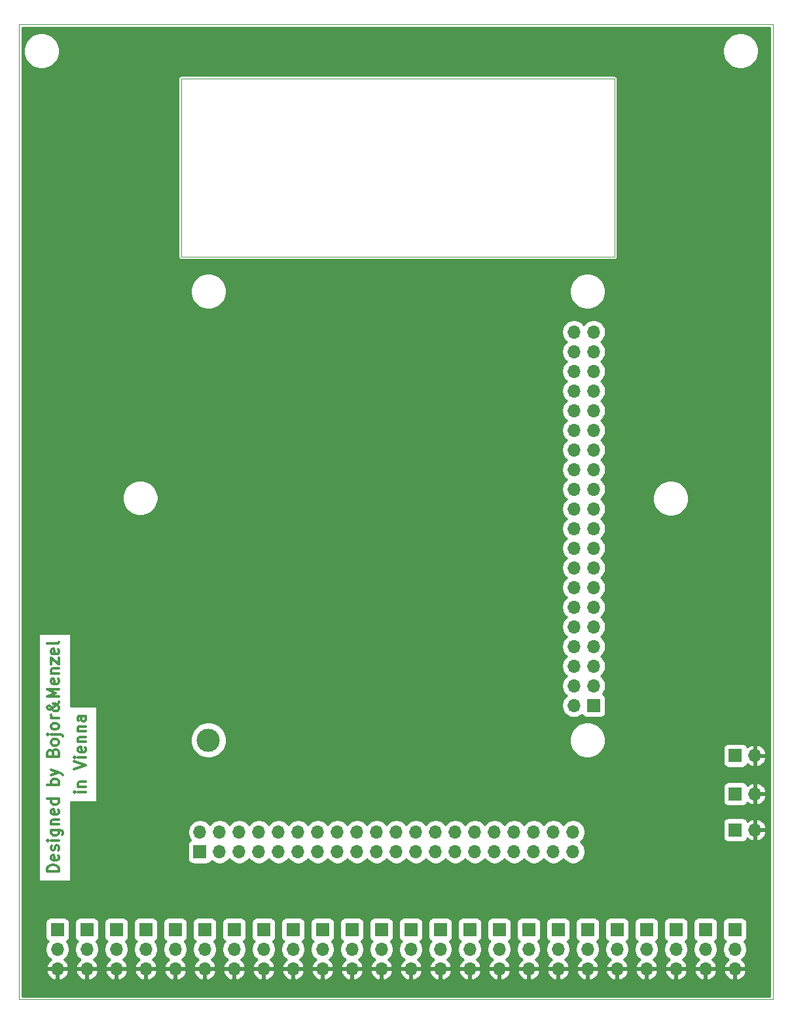
<source format=gtl>
G04 #@! TF.GenerationSoftware,KiCad,Pcbnew,5.1.7-a382d34a8~88~ubuntu18.04.1*
G04 #@! TF.CreationDate,2021-11-24T17:02:52+01:00*
G04 #@! TF.ProjectId,DE10-LiteShield,44453130-2d4c-4697-9465-536869656c64,rev?*
G04 #@! TF.SameCoordinates,Original*
G04 #@! TF.FileFunction,Copper,L1,Top*
G04 #@! TF.FilePolarity,Positive*
%FSLAX46Y46*%
G04 Gerber Fmt 4.6, Leading zero omitted, Abs format (unit mm)*
G04 Created by KiCad (PCBNEW 5.1.7-a382d34a8~88~ubuntu18.04.1) date 2021-11-24 17:02:52*
%MOMM*%
%LPD*%
G01*
G04 APERTURE LIST*
G04 #@! TA.AperFunction,NonConductor*
%ADD10C,0.300000*%
G04 #@! TD*
G04 #@! TA.AperFunction,NonConductor*
%ADD11C,0.375000*%
G04 #@! TD*
G04 #@! TA.AperFunction,Profile*
%ADD12C,0.050000*%
G04 #@! TD*
G04 #@! TA.AperFunction,ComponentPad*
%ADD13O,1.700000X1.700000*%
G04 #@! TD*
G04 #@! TA.AperFunction,ComponentPad*
%ADD14R,1.700000X1.700000*%
G04 #@! TD*
G04 #@! TA.AperFunction,ViaPad*
%ADD15C,3.000000*%
G04 #@! TD*
G04 #@! TA.AperFunction,Conductor*
%ADD16C,0.254000*%
G04 #@! TD*
G04 #@! TA.AperFunction,Conductor*
%ADD17C,0.100000*%
G04 #@! TD*
G04 APERTURE END LIST*
D10*
X111638571Y-139208571D02*
X110638571Y-139208571D01*
X110138571Y-139208571D02*
X110210000Y-139280000D01*
X110281428Y-139208571D01*
X110210000Y-139137142D01*
X110138571Y-139208571D01*
X110281428Y-139208571D01*
X110638571Y-138494285D02*
X111638571Y-138494285D01*
X110781428Y-138494285D02*
X110710000Y-138422857D01*
X110638571Y-138280000D01*
X110638571Y-138065714D01*
X110710000Y-137922857D01*
X110852857Y-137851428D01*
X111638571Y-137851428D01*
X110138571Y-136208571D02*
X111638571Y-135708571D01*
X110138571Y-135208571D01*
X111638571Y-134708571D02*
X110638571Y-134708571D01*
X110138571Y-134708571D02*
X110210000Y-134780000D01*
X110281428Y-134708571D01*
X110210000Y-134637142D01*
X110138571Y-134708571D01*
X110281428Y-134708571D01*
X111567142Y-133422857D02*
X111638571Y-133565714D01*
X111638571Y-133851428D01*
X111567142Y-133994285D01*
X111424285Y-134065714D01*
X110852857Y-134065714D01*
X110710000Y-133994285D01*
X110638571Y-133851428D01*
X110638571Y-133565714D01*
X110710000Y-133422857D01*
X110852857Y-133351428D01*
X110995714Y-133351428D01*
X111138571Y-134065714D01*
X110638571Y-132708571D02*
X111638571Y-132708571D01*
X110781428Y-132708571D02*
X110710000Y-132637142D01*
X110638571Y-132494285D01*
X110638571Y-132280000D01*
X110710000Y-132137142D01*
X110852857Y-132065714D01*
X111638571Y-132065714D01*
X110638571Y-131351428D02*
X111638571Y-131351428D01*
X110781428Y-131351428D02*
X110710000Y-131280000D01*
X110638571Y-131137142D01*
X110638571Y-130922857D01*
X110710000Y-130780000D01*
X110852857Y-130708571D01*
X111638571Y-130708571D01*
X111638571Y-129351428D02*
X110852857Y-129351428D01*
X110710000Y-129422857D01*
X110638571Y-129565714D01*
X110638571Y-129851428D01*
X110710000Y-129994285D01*
X111567142Y-129351428D02*
X111638571Y-129494285D01*
X111638571Y-129851428D01*
X111567142Y-129994285D01*
X111424285Y-130065714D01*
X111281428Y-130065714D01*
X111138571Y-129994285D01*
X111067142Y-129851428D01*
X111067142Y-129494285D01*
X110995714Y-129351428D01*
D11*
X108138571Y-149450000D02*
X106638571Y-149450000D01*
X106638571Y-149092857D01*
X106710000Y-148878571D01*
X106852857Y-148735714D01*
X106995714Y-148664285D01*
X107281428Y-148592857D01*
X107495714Y-148592857D01*
X107781428Y-148664285D01*
X107924285Y-148735714D01*
X108067142Y-148878571D01*
X108138571Y-149092857D01*
X108138571Y-149450000D01*
X108067142Y-147378571D02*
X108138571Y-147521428D01*
X108138571Y-147807142D01*
X108067142Y-147950000D01*
X107924285Y-148021428D01*
X107352857Y-148021428D01*
X107210000Y-147950000D01*
X107138571Y-147807142D01*
X107138571Y-147521428D01*
X107210000Y-147378571D01*
X107352857Y-147307142D01*
X107495714Y-147307142D01*
X107638571Y-148021428D01*
X108067142Y-146735714D02*
X108138571Y-146592857D01*
X108138571Y-146307142D01*
X108067142Y-146164285D01*
X107924285Y-146092857D01*
X107852857Y-146092857D01*
X107710000Y-146164285D01*
X107638571Y-146307142D01*
X107638571Y-146521428D01*
X107567142Y-146664285D01*
X107424285Y-146735714D01*
X107352857Y-146735714D01*
X107210000Y-146664285D01*
X107138571Y-146521428D01*
X107138571Y-146307142D01*
X107210000Y-146164285D01*
X108138571Y-145450000D02*
X107138571Y-145450000D01*
X106638571Y-145450000D02*
X106710000Y-145521428D01*
X106781428Y-145450000D01*
X106710000Y-145378571D01*
X106638571Y-145450000D01*
X106781428Y-145450000D01*
X107138571Y-144092857D02*
X108352857Y-144092857D01*
X108495714Y-144164285D01*
X108567142Y-144235714D01*
X108638571Y-144378571D01*
X108638571Y-144592857D01*
X108567142Y-144735714D01*
X108067142Y-144092857D02*
X108138571Y-144235714D01*
X108138571Y-144521428D01*
X108067142Y-144664285D01*
X107995714Y-144735714D01*
X107852857Y-144807142D01*
X107424285Y-144807142D01*
X107281428Y-144735714D01*
X107210000Y-144664285D01*
X107138571Y-144521428D01*
X107138571Y-144235714D01*
X107210000Y-144092857D01*
X107138571Y-143378571D02*
X108138571Y-143378571D01*
X107281428Y-143378571D02*
X107210000Y-143307142D01*
X107138571Y-143164285D01*
X107138571Y-142950000D01*
X107210000Y-142807142D01*
X107352857Y-142735714D01*
X108138571Y-142735714D01*
X108067142Y-141450000D02*
X108138571Y-141592857D01*
X108138571Y-141878571D01*
X108067142Y-142021428D01*
X107924285Y-142092857D01*
X107352857Y-142092857D01*
X107210000Y-142021428D01*
X107138571Y-141878571D01*
X107138571Y-141592857D01*
X107210000Y-141450000D01*
X107352857Y-141378571D01*
X107495714Y-141378571D01*
X107638571Y-142092857D01*
X108138571Y-140092857D02*
X106638571Y-140092857D01*
X108067142Y-140092857D02*
X108138571Y-140235714D01*
X108138571Y-140521428D01*
X108067142Y-140664285D01*
X107995714Y-140735714D01*
X107852857Y-140807142D01*
X107424285Y-140807142D01*
X107281428Y-140735714D01*
X107210000Y-140664285D01*
X107138571Y-140521428D01*
X107138571Y-140235714D01*
X107210000Y-140092857D01*
X108138571Y-138235714D02*
X106638571Y-138235714D01*
X107210000Y-138235714D02*
X107138571Y-138092857D01*
X107138571Y-137807142D01*
X107210000Y-137664285D01*
X107281428Y-137592857D01*
X107424285Y-137521428D01*
X107852857Y-137521428D01*
X107995714Y-137592857D01*
X108067142Y-137664285D01*
X108138571Y-137807142D01*
X108138571Y-138092857D01*
X108067142Y-138235714D01*
X107138571Y-137021428D02*
X108138571Y-136664285D01*
X107138571Y-136307142D02*
X108138571Y-136664285D01*
X108495714Y-136807142D01*
X108567142Y-136878571D01*
X108638571Y-137021428D01*
X107352857Y-134092857D02*
X107424285Y-133878571D01*
X107495714Y-133807142D01*
X107638571Y-133735714D01*
X107852857Y-133735714D01*
X107995714Y-133807142D01*
X108067142Y-133878571D01*
X108138571Y-134021428D01*
X108138571Y-134592857D01*
X106638571Y-134592857D01*
X106638571Y-134092857D01*
X106710000Y-133950000D01*
X106781428Y-133878571D01*
X106924285Y-133807142D01*
X107067142Y-133807142D01*
X107210000Y-133878571D01*
X107281428Y-133950000D01*
X107352857Y-134092857D01*
X107352857Y-134592857D01*
X108138571Y-132878571D02*
X108067142Y-133021428D01*
X107995714Y-133092857D01*
X107852857Y-133164285D01*
X107424285Y-133164285D01*
X107281428Y-133092857D01*
X107210000Y-133021428D01*
X107138571Y-132878571D01*
X107138571Y-132664285D01*
X107210000Y-132521428D01*
X107281428Y-132450000D01*
X107424285Y-132378571D01*
X107852857Y-132378571D01*
X107995714Y-132450000D01*
X108067142Y-132521428D01*
X108138571Y-132664285D01*
X108138571Y-132878571D01*
X107138571Y-131735714D02*
X108424285Y-131735714D01*
X108567142Y-131807142D01*
X108638571Y-131950000D01*
X108638571Y-132021428D01*
X106638571Y-131735714D02*
X106710000Y-131807142D01*
X106781428Y-131735714D01*
X106710000Y-131664285D01*
X106638571Y-131735714D01*
X106781428Y-131735714D01*
X108138571Y-130807142D02*
X108067142Y-130950000D01*
X107995714Y-131021428D01*
X107852857Y-131092857D01*
X107424285Y-131092857D01*
X107281428Y-131021428D01*
X107210000Y-130950000D01*
X107138571Y-130807142D01*
X107138571Y-130592857D01*
X107210000Y-130450000D01*
X107281428Y-130378571D01*
X107424285Y-130307142D01*
X107852857Y-130307142D01*
X107995714Y-130378571D01*
X108067142Y-130450000D01*
X108138571Y-130592857D01*
X108138571Y-130807142D01*
X108138571Y-129664285D02*
X107138571Y-129664285D01*
X107424285Y-129664285D02*
X107281428Y-129592857D01*
X107210000Y-129521428D01*
X107138571Y-129378571D01*
X107138571Y-129235714D01*
X108138571Y-127521428D02*
X108138571Y-127592857D01*
X108067142Y-127735714D01*
X107852857Y-127950000D01*
X107424285Y-128307142D01*
X107210000Y-128450000D01*
X106995714Y-128521428D01*
X106852857Y-128521428D01*
X106710000Y-128450000D01*
X106638571Y-128307142D01*
X106638571Y-128235714D01*
X106710000Y-128092857D01*
X106852857Y-128021428D01*
X106924285Y-128021428D01*
X107067142Y-128092857D01*
X107138571Y-128164285D01*
X107424285Y-128592857D01*
X107495714Y-128664285D01*
X107638571Y-128735714D01*
X107852857Y-128735714D01*
X107995714Y-128664285D01*
X108067142Y-128592857D01*
X108138571Y-128450000D01*
X108138571Y-128235714D01*
X108067142Y-128092857D01*
X107995714Y-128021428D01*
X107710000Y-127807142D01*
X107495714Y-127735714D01*
X107352857Y-127735714D01*
X108138571Y-126878571D02*
X106638571Y-126878571D01*
X107710000Y-126378571D01*
X106638571Y-125878571D01*
X108138571Y-125878571D01*
X108067142Y-124592857D02*
X108138571Y-124735714D01*
X108138571Y-125021428D01*
X108067142Y-125164285D01*
X107924285Y-125235714D01*
X107352857Y-125235714D01*
X107210000Y-125164285D01*
X107138571Y-125021428D01*
X107138571Y-124735714D01*
X107210000Y-124592857D01*
X107352857Y-124521428D01*
X107495714Y-124521428D01*
X107638571Y-125235714D01*
X107138571Y-123878571D02*
X108138571Y-123878571D01*
X107281428Y-123878571D02*
X107210000Y-123807142D01*
X107138571Y-123664285D01*
X107138571Y-123450000D01*
X107210000Y-123307142D01*
X107352857Y-123235714D01*
X108138571Y-123235714D01*
X107138571Y-122664285D02*
X107138571Y-121878571D01*
X108138571Y-122664285D01*
X108138571Y-121878571D01*
X108067142Y-120735714D02*
X108138571Y-120878571D01*
X108138571Y-121164285D01*
X108067142Y-121307142D01*
X107924285Y-121378571D01*
X107352857Y-121378571D01*
X107210000Y-121307142D01*
X107138571Y-121164285D01*
X107138571Y-120878571D01*
X107210000Y-120735714D01*
X107352857Y-120664285D01*
X107495714Y-120664285D01*
X107638571Y-121378571D01*
X108138571Y-119807142D02*
X108067142Y-119950000D01*
X107924285Y-120021428D01*
X106638571Y-120021428D01*
D12*
X103000000Y-40000000D02*
X103000000Y-103600000D01*
X103000000Y-40000000D02*
X200500000Y-40000000D01*
X200500000Y-150000000D02*
X200500000Y-166000000D01*
X103000000Y-150000000D02*
X103000000Y-166000000D01*
X103000000Y-135000000D02*
X103000000Y-150000000D01*
X200500000Y-135000000D02*
X200500000Y-150000000D01*
X200500000Y-135000000D02*
X200500000Y-120000000D01*
X103000000Y-120000000D02*
X103000000Y-135000000D01*
X124000000Y-47000000D02*
X124000000Y-70000000D01*
X180000000Y-47000000D02*
X124000000Y-47000000D01*
X180000000Y-70000000D02*
X180000000Y-47000000D01*
X124000000Y-70000000D02*
X180000000Y-70000000D01*
X103000000Y-166000000D02*
X200500000Y-166000000D01*
X103000000Y-103600000D02*
X103000000Y-120000000D01*
X200500000Y-103600000D02*
X200500000Y-120000000D01*
X200500000Y-40000000D02*
X200500000Y-103600000D01*
D13*
X198196000Y-139430000D03*
D14*
X195656000Y-139430000D03*
D13*
X198196000Y-144080000D03*
D14*
X195656000Y-144080000D03*
D13*
X107950000Y-162052000D03*
X107950000Y-159512000D03*
D14*
X107950000Y-156972000D03*
D13*
X195580000Y-162052000D03*
X195580000Y-159512000D03*
D14*
X195580000Y-156972000D03*
D13*
X172720000Y-162052000D03*
X172720000Y-159512000D03*
D14*
X172720000Y-156972000D03*
D13*
X149860000Y-162052000D03*
X149860000Y-159512000D03*
D14*
X149860000Y-156972000D03*
D13*
X111760000Y-162052000D03*
X111760000Y-159512000D03*
D14*
X111760000Y-156972000D03*
D13*
X191770000Y-162052000D03*
X191770000Y-159512000D03*
D14*
X191770000Y-156972000D03*
D13*
X168910000Y-162052000D03*
X168910000Y-159512000D03*
D14*
X168910000Y-156972000D03*
D13*
X146050000Y-162052000D03*
X146050000Y-159512000D03*
D14*
X146050000Y-156972000D03*
D13*
X115570000Y-162052000D03*
X115570000Y-159512000D03*
D14*
X115570000Y-156972000D03*
D13*
X187960000Y-162052000D03*
X187960000Y-159512000D03*
D14*
X187960000Y-156972000D03*
D13*
X165100000Y-162052000D03*
X165100000Y-159512000D03*
D14*
X165100000Y-156972000D03*
D13*
X142240000Y-162052000D03*
X142240000Y-159512000D03*
D14*
X142240000Y-156972000D03*
D13*
X119380000Y-162052000D03*
X119380000Y-159512000D03*
D14*
X119380000Y-156972000D03*
D13*
X184150000Y-162052000D03*
X184150000Y-159512000D03*
D14*
X184150000Y-156972000D03*
D13*
X161290000Y-162052000D03*
X161290000Y-159512000D03*
D14*
X161290000Y-156972000D03*
D13*
X138430000Y-162052000D03*
X138430000Y-159512000D03*
D14*
X138430000Y-156972000D03*
D13*
X123190000Y-162052000D03*
X123190000Y-159512000D03*
D14*
X123190000Y-156972000D03*
D13*
X180340000Y-162052000D03*
X180340000Y-159512000D03*
D14*
X180340000Y-156972000D03*
D13*
X157480000Y-162052000D03*
X157480000Y-159512000D03*
D14*
X157480000Y-156972000D03*
D13*
X134620000Y-162052000D03*
X134620000Y-159512000D03*
D14*
X134620000Y-156972000D03*
D13*
X127000000Y-162052000D03*
X127000000Y-159512000D03*
D14*
X127000000Y-156972000D03*
D13*
X176530000Y-162052000D03*
X176530000Y-159512000D03*
D14*
X176530000Y-156972000D03*
D13*
X153670000Y-162052000D03*
X153670000Y-159512000D03*
D14*
X153670000Y-156972000D03*
D13*
X130810000Y-162052000D03*
X130810000Y-159512000D03*
D14*
X130810000Y-156972000D03*
D13*
X174660000Y-144360000D03*
X174660000Y-146900000D03*
X172120000Y-144360000D03*
X172120000Y-146900000D03*
X169580000Y-144360000D03*
X169580000Y-146900000D03*
X167040000Y-144360000D03*
X167040000Y-146900000D03*
X164500000Y-144360000D03*
X164500000Y-146900000D03*
X161960000Y-144360000D03*
X161960000Y-146900000D03*
X159420000Y-144360000D03*
X159420000Y-146900000D03*
X156880000Y-144360000D03*
X156880000Y-146900000D03*
X154340000Y-144360000D03*
X154340000Y-146900000D03*
X151800000Y-144360000D03*
X151800000Y-146900000D03*
X149260000Y-144360000D03*
X149260000Y-146900000D03*
X146720000Y-144360000D03*
X146720000Y-146900000D03*
X144180000Y-144360000D03*
X144180000Y-146900000D03*
X141640000Y-144360000D03*
X141640000Y-146900000D03*
X139100000Y-144360000D03*
X139100000Y-146900000D03*
X136560000Y-144360000D03*
X136560000Y-146900000D03*
X134020000Y-144360000D03*
X134020000Y-146900000D03*
X131480000Y-144360000D03*
X131480000Y-146900000D03*
X128940000Y-144360000D03*
X128940000Y-146900000D03*
X126400000Y-144360000D03*
D14*
X126400000Y-146900000D03*
D13*
X174760000Y-79740000D03*
X177300000Y-79740000D03*
X174760000Y-82280000D03*
X177300000Y-82280000D03*
X174760000Y-84820000D03*
X177300000Y-84820000D03*
X174760000Y-87360000D03*
X177300000Y-87360000D03*
X174760000Y-89900000D03*
X177300000Y-89900000D03*
X174760000Y-92440000D03*
X177300000Y-92440000D03*
X174760000Y-94980000D03*
X177300000Y-94980000D03*
X174760000Y-97520000D03*
X177300000Y-97520000D03*
X174760000Y-100060000D03*
X177300000Y-100060000D03*
X174760000Y-102600000D03*
X177300000Y-102600000D03*
X174760000Y-105140000D03*
X177300000Y-105140000D03*
X174760000Y-107680000D03*
X177300000Y-107680000D03*
X174760000Y-110220000D03*
X177300000Y-110220000D03*
X174760000Y-112760000D03*
X177300000Y-112760000D03*
X174760000Y-115300000D03*
X177300000Y-115300000D03*
X174760000Y-117840000D03*
X177300000Y-117840000D03*
X174760000Y-120380000D03*
X177300000Y-120380000D03*
X174760000Y-122920000D03*
X177300000Y-122920000D03*
X174760000Y-125460000D03*
X177300000Y-125460000D03*
X174760000Y-128000000D03*
D14*
X177300000Y-128000000D03*
D13*
X198196000Y-134480000D03*
D14*
X195656000Y-134480000D03*
D15*
X127500000Y-132500000D03*
D16*
X200098001Y-103580244D02*
X200098000Y-103580254D01*
X200098001Y-119980253D01*
X200098000Y-134980253D01*
X200098000Y-134980254D01*
X200098001Y-149980244D01*
X200098000Y-149980254D01*
X200098001Y-165598000D01*
X103402000Y-165598000D01*
X103402000Y-162408890D01*
X106508524Y-162408890D01*
X106553175Y-162556099D01*
X106678359Y-162818920D01*
X106852412Y-163052269D01*
X107068645Y-163247178D01*
X107318748Y-163396157D01*
X107593109Y-163493481D01*
X107823000Y-163372814D01*
X107823000Y-162179000D01*
X108077000Y-162179000D01*
X108077000Y-163372814D01*
X108306891Y-163493481D01*
X108581252Y-163396157D01*
X108831355Y-163247178D01*
X109047588Y-163052269D01*
X109221641Y-162818920D01*
X109346825Y-162556099D01*
X109391476Y-162408890D01*
X110318524Y-162408890D01*
X110363175Y-162556099D01*
X110488359Y-162818920D01*
X110662412Y-163052269D01*
X110878645Y-163247178D01*
X111128748Y-163396157D01*
X111403109Y-163493481D01*
X111633000Y-163372814D01*
X111633000Y-162179000D01*
X111887000Y-162179000D01*
X111887000Y-163372814D01*
X112116891Y-163493481D01*
X112391252Y-163396157D01*
X112641355Y-163247178D01*
X112857588Y-163052269D01*
X113031641Y-162818920D01*
X113156825Y-162556099D01*
X113201476Y-162408890D01*
X114128524Y-162408890D01*
X114173175Y-162556099D01*
X114298359Y-162818920D01*
X114472412Y-163052269D01*
X114688645Y-163247178D01*
X114938748Y-163396157D01*
X115213109Y-163493481D01*
X115443000Y-163372814D01*
X115443000Y-162179000D01*
X115697000Y-162179000D01*
X115697000Y-163372814D01*
X115926891Y-163493481D01*
X116201252Y-163396157D01*
X116451355Y-163247178D01*
X116667588Y-163052269D01*
X116841641Y-162818920D01*
X116966825Y-162556099D01*
X117011476Y-162408890D01*
X117938524Y-162408890D01*
X117983175Y-162556099D01*
X118108359Y-162818920D01*
X118282412Y-163052269D01*
X118498645Y-163247178D01*
X118748748Y-163396157D01*
X119023109Y-163493481D01*
X119253000Y-163372814D01*
X119253000Y-162179000D01*
X119507000Y-162179000D01*
X119507000Y-163372814D01*
X119736891Y-163493481D01*
X120011252Y-163396157D01*
X120261355Y-163247178D01*
X120477588Y-163052269D01*
X120651641Y-162818920D01*
X120776825Y-162556099D01*
X120821476Y-162408890D01*
X121748524Y-162408890D01*
X121793175Y-162556099D01*
X121918359Y-162818920D01*
X122092412Y-163052269D01*
X122308645Y-163247178D01*
X122558748Y-163396157D01*
X122833109Y-163493481D01*
X123063000Y-163372814D01*
X123063000Y-162179000D01*
X123317000Y-162179000D01*
X123317000Y-163372814D01*
X123546891Y-163493481D01*
X123821252Y-163396157D01*
X124071355Y-163247178D01*
X124287588Y-163052269D01*
X124461641Y-162818920D01*
X124586825Y-162556099D01*
X124631476Y-162408890D01*
X125558524Y-162408890D01*
X125603175Y-162556099D01*
X125728359Y-162818920D01*
X125902412Y-163052269D01*
X126118645Y-163247178D01*
X126368748Y-163396157D01*
X126643109Y-163493481D01*
X126873000Y-163372814D01*
X126873000Y-162179000D01*
X127127000Y-162179000D01*
X127127000Y-163372814D01*
X127356891Y-163493481D01*
X127631252Y-163396157D01*
X127881355Y-163247178D01*
X128097588Y-163052269D01*
X128271641Y-162818920D01*
X128396825Y-162556099D01*
X128441476Y-162408890D01*
X129368524Y-162408890D01*
X129413175Y-162556099D01*
X129538359Y-162818920D01*
X129712412Y-163052269D01*
X129928645Y-163247178D01*
X130178748Y-163396157D01*
X130453109Y-163493481D01*
X130683000Y-163372814D01*
X130683000Y-162179000D01*
X130937000Y-162179000D01*
X130937000Y-163372814D01*
X131166891Y-163493481D01*
X131441252Y-163396157D01*
X131691355Y-163247178D01*
X131907588Y-163052269D01*
X132081641Y-162818920D01*
X132206825Y-162556099D01*
X132251476Y-162408890D01*
X133178524Y-162408890D01*
X133223175Y-162556099D01*
X133348359Y-162818920D01*
X133522412Y-163052269D01*
X133738645Y-163247178D01*
X133988748Y-163396157D01*
X134263109Y-163493481D01*
X134493000Y-163372814D01*
X134493000Y-162179000D01*
X134747000Y-162179000D01*
X134747000Y-163372814D01*
X134976891Y-163493481D01*
X135251252Y-163396157D01*
X135501355Y-163247178D01*
X135717588Y-163052269D01*
X135891641Y-162818920D01*
X136016825Y-162556099D01*
X136061476Y-162408890D01*
X136988524Y-162408890D01*
X137033175Y-162556099D01*
X137158359Y-162818920D01*
X137332412Y-163052269D01*
X137548645Y-163247178D01*
X137798748Y-163396157D01*
X138073109Y-163493481D01*
X138303000Y-163372814D01*
X138303000Y-162179000D01*
X138557000Y-162179000D01*
X138557000Y-163372814D01*
X138786891Y-163493481D01*
X139061252Y-163396157D01*
X139311355Y-163247178D01*
X139527588Y-163052269D01*
X139701641Y-162818920D01*
X139826825Y-162556099D01*
X139871476Y-162408890D01*
X140798524Y-162408890D01*
X140843175Y-162556099D01*
X140968359Y-162818920D01*
X141142412Y-163052269D01*
X141358645Y-163247178D01*
X141608748Y-163396157D01*
X141883109Y-163493481D01*
X142113000Y-163372814D01*
X142113000Y-162179000D01*
X142367000Y-162179000D01*
X142367000Y-163372814D01*
X142596891Y-163493481D01*
X142871252Y-163396157D01*
X143121355Y-163247178D01*
X143337588Y-163052269D01*
X143511641Y-162818920D01*
X143636825Y-162556099D01*
X143681476Y-162408890D01*
X144608524Y-162408890D01*
X144653175Y-162556099D01*
X144778359Y-162818920D01*
X144952412Y-163052269D01*
X145168645Y-163247178D01*
X145418748Y-163396157D01*
X145693109Y-163493481D01*
X145923000Y-163372814D01*
X145923000Y-162179000D01*
X146177000Y-162179000D01*
X146177000Y-163372814D01*
X146406891Y-163493481D01*
X146681252Y-163396157D01*
X146931355Y-163247178D01*
X147147588Y-163052269D01*
X147321641Y-162818920D01*
X147446825Y-162556099D01*
X147491476Y-162408890D01*
X148418524Y-162408890D01*
X148463175Y-162556099D01*
X148588359Y-162818920D01*
X148762412Y-163052269D01*
X148978645Y-163247178D01*
X149228748Y-163396157D01*
X149503109Y-163493481D01*
X149733000Y-163372814D01*
X149733000Y-162179000D01*
X149987000Y-162179000D01*
X149987000Y-163372814D01*
X150216891Y-163493481D01*
X150491252Y-163396157D01*
X150741355Y-163247178D01*
X150957588Y-163052269D01*
X151131641Y-162818920D01*
X151256825Y-162556099D01*
X151301476Y-162408890D01*
X152228524Y-162408890D01*
X152273175Y-162556099D01*
X152398359Y-162818920D01*
X152572412Y-163052269D01*
X152788645Y-163247178D01*
X153038748Y-163396157D01*
X153313109Y-163493481D01*
X153543000Y-163372814D01*
X153543000Y-162179000D01*
X153797000Y-162179000D01*
X153797000Y-163372814D01*
X154026891Y-163493481D01*
X154301252Y-163396157D01*
X154551355Y-163247178D01*
X154767588Y-163052269D01*
X154941641Y-162818920D01*
X155066825Y-162556099D01*
X155111476Y-162408890D01*
X156038524Y-162408890D01*
X156083175Y-162556099D01*
X156208359Y-162818920D01*
X156382412Y-163052269D01*
X156598645Y-163247178D01*
X156848748Y-163396157D01*
X157123109Y-163493481D01*
X157353000Y-163372814D01*
X157353000Y-162179000D01*
X157607000Y-162179000D01*
X157607000Y-163372814D01*
X157836891Y-163493481D01*
X158111252Y-163396157D01*
X158361355Y-163247178D01*
X158577588Y-163052269D01*
X158751641Y-162818920D01*
X158876825Y-162556099D01*
X158921476Y-162408890D01*
X159848524Y-162408890D01*
X159893175Y-162556099D01*
X160018359Y-162818920D01*
X160192412Y-163052269D01*
X160408645Y-163247178D01*
X160658748Y-163396157D01*
X160933109Y-163493481D01*
X161163000Y-163372814D01*
X161163000Y-162179000D01*
X161417000Y-162179000D01*
X161417000Y-163372814D01*
X161646891Y-163493481D01*
X161921252Y-163396157D01*
X162171355Y-163247178D01*
X162387588Y-163052269D01*
X162561641Y-162818920D01*
X162686825Y-162556099D01*
X162731476Y-162408890D01*
X163658524Y-162408890D01*
X163703175Y-162556099D01*
X163828359Y-162818920D01*
X164002412Y-163052269D01*
X164218645Y-163247178D01*
X164468748Y-163396157D01*
X164743109Y-163493481D01*
X164973000Y-163372814D01*
X164973000Y-162179000D01*
X165227000Y-162179000D01*
X165227000Y-163372814D01*
X165456891Y-163493481D01*
X165731252Y-163396157D01*
X165981355Y-163247178D01*
X166197588Y-163052269D01*
X166371641Y-162818920D01*
X166496825Y-162556099D01*
X166541476Y-162408890D01*
X167468524Y-162408890D01*
X167513175Y-162556099D01*
X167638359Y-162818920D01*
X167812412Y-163052269D01*
X168028645Y-163247178D01*
X168278748Y-163396157D01*
X168553109Y-163493481D01*
X168783000Y-163372814D01*
X168783000Y-162179000D01*
X169037000Y-162179000D01*
X169037000Y-163372814D01*
X169266891Y-163493481D01*
X169541252Y-163396157D01*
X169791355Y-163247178D01*
X170007588Y-163052269D01*
X170181641Y-162818920D01*
X170306825Y-162556099D01*
X170351476Y-162408890D01*
X171278524Y-162408890D01*
X171323175Y-162556099D01*
X171448359Y-162818920D01*
X171622412Y-163052269D01*
X171838645Y-163247178D01*
X172088748Y-163396157D01*
X172363109Y-163493481D01*
X172593000Y-163372814D01*
X172593000Y-162179000D01*
X172847000Y-162179000D01*
X172847000Y-163372814D01*
X173076891Y-163493481D01*
X173351252Y-163396157D01*
X173601355Y-163247178D01*
X173817588Y-163052269D01*
X173991641Y-162818920D01*
X174116825Y-162556099D01*
X174161476Y-162408890D01*
X175088524Y-162408890D01*
X175133175Y-162556099D01*
X175258359Y-162818920D01*
X175432412Y-163052269D01*
X175648645Y-163247178D01*
X175898748Y-163396157D01*
X176173109Y-163493481D01*
X176403000Y-163372814D01*
X176403000Y-162179000D01*
X176657000Y-162179000D01*
X176657000Y-163372814D01*
X176886891Y-163493481D01*
X177161252Y-163396157D01*
X177411355Y-163247178D01*
X177627588Y-163052269D01*
X177801641Y-162818920D01*
X177926825Y-162556099D01*
X177971476Y-162408890D01*
X178898524Y-162408890D01*
X178943175Y-162556099D01*
X179068359Y-162818920D01*
X179242412Y-163052269D01*
X179458645Y-163247178D01*
X179708748Y-163396157D01*
X179983109Y-163493481D01*
X180213000Y-163372814D01*
X180213000Y-162179000D01*
X180467000Y-162179000D01*
X180467000Y-163372814D01*
X180696891Y-163493481D01*
X180971252Y-163396157D01*
X181221355Y-163247178D01*
X181437588Y-163052269D01*
X181611641Y-162818920D01*
X181736825Y-162556099D01*
X181781476Y-162408890D01*
X182708524Y-162408890D01*
X182753175Y-162556099D01*
X182878359Y-162818920D01*
X183052412Y-163052269D01*
X183268645Y-163247178D01*
X183518748Y-163396157D01*
X183793109Y-163493481D01*
X184023000Y-163372814D01*
X184023000Y-162179000D01*
X184277000Y-162179000D01*
X184277000Y-163372814D01*
X184506891Y-163493481D01*
X184781252Y-163396157D01*
X185031355Y-163247178D01*
X185247588Y-163052269D01*
X185421641Y-162818920D01*
X185546825Y-162556099D01*
X185591476Y-162408890D01*
X186518524Y-162408890D01*
X186563175Y-162556099D01*
X186688359Y-162818920D01*
X186862412Y-163052269D01*
X187078645Y-163247178D01*
X187328748Y-163396157D01*
X187603109Y-163493481D01*
X187833000Y-163372814D01*
X187833000Y-162179000D01*
X188087000Y-162179000D01*
X188087000Y-163372814D01*
X188316891Y-163493481D01*
X188591252Y-163396157D01*
X188841355Y-163247178D01*
X189057588Y-163052269D01*
X189231641Y-162818920D01*
X189356825Y-162556099D01*
X189401476Y-162408890D01*
X190328524Y-162408890D01*
X190373175Y-162556099D01*
X190498359Y-162818920D01*
X190672412Y-163052269D01*
X190888645Y-163247178D01*
X191138748Y-163396157D01*
X191413109Y-163493481D01*
X191643000Y-163372814D01*
X191643000Y-162179000D01*
X191897000Y-162179000D01*
X191897000Y-163372814D01*
X192126891Y-163493481D01*
X192401252Y-163396157D01*
X192651355Y-163247178D01*
X192867588Y-163052269D01*
X193041641Y-162818920D01*
X193166825Y-162556099D01*
X193211476Y-162408890D01*
X194138524Y-162408890D01*
X194183175Y-162556099D01*
X194308359Y-162818920D01*
X194482412Y-163052269D01*
X194698645Y-163247178D01*
X194948748Y-163396157D01*
X195223109Y-163493481D01*
X195453000Y-163372814D01*
X195453000Y-162179000D01*
X195707000Y-162179000D01*
X195707000Y-163372814D01*
X195936891Y-163493481D01*
X196211252Y-163396157D01*
X196461355Y-163247178D01*
X196677588Y-163052269D01*
X196851641Y-162818920D01*
X196976825Y-162556099D01*
X197021476Y-162408890D01*
X196900155Y-162179000D01*
X195707000Y-162179000D01*
X195453000Y-162179000D01*
X194259845Y-162179000D01*
X194138524Y-162408890D01*
X193211476Y-162408890D01*
X193090155Y-162179000D01*
X191897000Y-162179000D01*
X191643000Y-162179000D01*
X190449845Y-162179000D01*
X190328524Y-162408890D01*
X189401476Y-162408890D01*
X189280155Y-162179000D01*
X188087000Y-162179000D01*
X187833000Y-162179000D01*
X186639845Y-162179000D01*
X186518524Y-162408890D01*
X185591476Y-162408890D01*
X185470155Y-162179000D01*
X184277000Y-162179000D01*
X184023000Y-162179000D01*
X182829845Y-162179000D01*
X182708524Y-162408890D01*
X181781476Y-162408890D01*
X181660155Y-162179000D01*
X180467000Y-162179000D01*
X180213000Y-162179000D01*
X179019845Y-162179000D01*
X178898524Y-162408890D01*
X177971476Y-162408890D01*
X177850155Y-162179000D01*
X176657000Y-162179000D01*
X176403000Y-162179000D01*
X175209845Y-162179000D01*
X175088524Y-162408890D01*
X174161476Y-162408890D01*
X174040155Y-162179000D01*
X172847000Y-162179000D01*
X172593000Y-162179000D01*
X171399845Y-162179000D01*
X171278524Y-162408890D01*
X170351476Y-162408890D01*
X170230155Y-162179000D01*
X169037000Y-162179000D01*
X168783000Y-162179000D01*
X167589845Y-162179000D01*
X167468524Y-162408890D01*
X166541476Y-162408890D01*
X166420155Y-162179000D01*
X165227000Y-162179000D01*
X164973000Y-162179000D01*
X163779845Y-162179000D01*
X163658524Y-162408890D01*
X162731476Y-162408890D01*
X162610155Y-162179000D01*
X161417000Y-162179000D01*
X161163000Y-162179000D01*
X159969845Y-162179000D01*
X159848524Y-162408890D01*
X158921476Y-162408890D01*
X158800155Y-162179000D01*
X157607000Y-162179000D01*
X157353000Y-162179000D01*
X156159845Y-162179000D01*
X156038524Y-162408890D01*
X155111476Y-162408890D01*
X154990155Y-162179000D01*
X153797000Y-162179000D01*
X153543000Y-162179000D01*
X152349845Y-162179000D01*
X152228524Y-162408890D01*
X151301476Y-162408890D01*
X151180155Y-162179000D01*
X149987000Y-162179000D01*
X149733000Y-162179000D01*
X148539845Y-162179000D01*
X148418524Y-162408890D01*
X147491476Y-162408890D01*
X147370155Y-162179000D01*
X146177000Y-162179000D01*
X145923000Y-162179000D01*
X144729845Y-162179000D01*
X144608524Y-162408890D01*
X143681476Y-162408890D01*
X143560155Y-162179000D01*
X142367000Y-162179000D01*
X142113000Y-162179000D01*
X140919845Y-162179000D01*
X140798524Y-162408890D01*
X139871476Y-162408890D01*
X139750155Y-162179000D01*
X138557000Y-162179000D01*
X138303000Y-162179000D01*
X137109845Y-162179000D01*
X136988524Y-162408890D01*
X136061476Y-162408890D01*
X135940155Y-162179000D01*
X134747000Y-162179000D01*
X134493000Y-162179000D01*
X133299845Y-162179000D01*
X133178524Y-162408890D01*
X132251476Y-162408890D01*
X132130155Y-162179000D01*
X130937000Y-162179000D01*
X130683000Y-162179000D01*
X129489845Y-162179000D01*
X129368524Y-162408890D01*
X128441476Y-162408890D01*
X128320155Y-162179000D01*
X127127000Y-162179000D01*
X126873000Y-162179000D01*
X125679845Y-162179000D01*
X125558524Y-162408890D01*
X124631476Y-162408890D01*
X124510155Y-162179000D01*
X123317000Y-162179000D01*
X123063000Y-162179000D01*
X121869845Y-162179000D01*
X121748524Y-162408890D01*
X120821476Y-162408890D01*
X120700155Y-162179000D01*
X119507000Y-162179000D01*
X119253000Y-162179000D01*
X118059845Y-162179000D01*
X117938524Y-162408890D01*
X117011476Y-162408890D01*
X116890155Y-162179000D01*
X115697000Y-162179000D01*
X115443000Y-162179000D01*
X114249845Y-162179000D01*
X114128524Y-162408890D01*
X113201476Y-162408890D01*
X113080155Y-162179000D01*
X111887000Y-162179000D01*
X111633000Y-162179000D01*
X110439845Y-162179000D01*
X110318524Y-162408890D01*
X109391476Y-162408890D01*
X109270155Y-162179000D01*
X108077000Y-162179000D01*
X107823000Y-162179000D01*
X106629845Y-162179000D01*
X106508524Y-162408890D01*
X103402000Y-162408890D01*
X103402000Y-156122000D01*
X106369483Y-156122000D01*
X106369483Y-157822000D01*
X106383520Y-157964517D01*
X106425090Y-158101557D01*
X106492597Y-158227853D01*
X106583446Y-158338554D01*
X106694147Y-158429403D01*
X106764681Y-158467104D01*
X106725064Y-158506721D01*
X106552481Y-158765011D01*
X106433604Y-159052006D01*
X106373000Y-159356679D01*
X106373000Y-159667321D01*
X106433604Y-159971994D01*
X106552481Y-160258989D01*
X106725064Y-160517279D01*
X106944721Y-160736936D01*
X107097986Y-160839344D01*
X107068645Y-160856822D01*
X106852412Y-161051731D01*
X106678359Y-161285080D01*
X106553175Y-161547901D01*
X106508524Y-161695110D01*
X106629845Y-161925000D01*
X107823000Y-161925000D01*
X107823000Y-161905000D01*
X108077000Y-161905000D01*
X108077000Y-161925000D01*
X109270155Y-161925000D01*
X109391476Y-161695110D01*
X109346825Y-161547901D01*
X109221641Y-161285080D01*
X109047588Y-161051731D01*
X108831355Y-160856822D01*
X108802014Y-160839344D01*
X108955279Y-160736936D01*
X109174936Y-160517279D01*
X109347519Y-160258989D01*
X109466396Y-159971994D01*
X109527000Y-159667321D01*
X109527000Y-159356679D01*
X109466396Y-159052006D01*
X109347519Y-158765011D01*
X109174936Y-158506721D01*
X109135319Y-158467104D01*
X109205853Y-158429403D01*
X109316554Y-158338554D01*
X109407403Y-158227853D01*
X109474910Y-158101557D01*
X109516480Y-157964517D01*
X109530517Y-157822000D01*
X109530517Y-156122000D01*
X110179483Y-156122000D01*
X110179483Y-157822000D01*
X110193520Y-157964517D01*
X110235090Y-158101557D01*
X110302597Y-158227853D01*
X110393446Y-158338554D01*
X110504147Y-158429403D01*
X110574681Y-158467104D01*
X110535064Y-158506721D01*
X110362481Y-158765011D01*
X110243604Y-159052006D01*
X110183000Y-159356679D01*
X110183000Y-159667321D01*
X110243604Y-159971994D01*
X110362481Y-160258989D01*
X110535064Y-160517279D01*
X110754721Y-160736936D01*
X110907986Y-160839344D01*
X110878645Y-160856822D01*
X110662412Y-161051731D01*
X110488359Y-161285080D01*
X110363175Y-161547901D01*
X110318524Y-161695110D01*
X110439845Y-161925000D01*
X111633000Y-161925000D01*
X111633000Y-161905000D01*
X111887000Y-161905000D01*
X111887000Y-161925000D01*
X113080155Y-161925000D01*
X113201476Y-161695110D01*
X113156825Y-161547901D01*
X113031641Y-161285080D01*
X112857588Y-161051731D01*
X112641355Y-160856822D01*
X112612014Y-160839344D01*
X112765279Y-160736936D01*
X112984936Y-160517279D01*
X113157519Y-160258989D01*
X113276396Y-159971994D01*
X113337000Y-159667321D01*
X113337000Y-159356679D01*
X113276396Y-159052006D01*
X113157519Y-158765011D01*
X112984936Y-158506721D01*
X112945319Y-158467104D01*
X113015853Y-158429403D01*
X113126554Y-158338554D01*
X113217403Y-158227853D01*
X113284910Y-158101557D01*
X113326480Y-157964517D01*
X113340517Y-157822000D01*
X113340517Y-156122000D01*
X113989483Y-156122000D01*
X113989483Y-157822000D01*
X114003520Y-157964517D01*
X114045090Y-158101557D01*
X114112597Y-158227853D01*
X114203446Y-158338554D01*
X114314147Y-158429403D01*
X114384681Y-158467104D01*
X114345064Y-158506721D01*
X114172481Y-158765011D01*
X114053604Y-159052006D01*
X113993000Y-159356679D01*
X113993000Y-159667321D01*
X114053604Y-159971994D01*
X114172481Y-160258989D01*
X114345064Y-160517279D01*
X114564721Y-160736936D01*
X114717986Y-160839344D01*
X114688645Y-160856822D01*
X114472412Y-161051731D01*
X114298359Y-161285080D01*
X114173175Y-161547901D01*
X114128524Y-161695110D01*
X114249845Y-161925000D01*
X115443000Y-161925000D01*
X115443000Y-161905000D01*
X115697000Y-161905000D01*
X115697000Y-161925000D01*
X116890155Y-161925000D01*
X117011476Y-161695110D01*
X116966825Y-161547901D01*
X116841641Y-161285080D01*
X116667588Y-161051731D01*
X116451355Y-160856822D01*
X116422014Y-160839344D01*
X116575279Y-160736936D01*
X116794936Y-160517279D01*
X116967519Y-160258989D01*
X117086396Y-159971994D01*
X117147000Y-159667321D01*
X117147000Y-159356679D01*
X117086396Y-159052006D01*
X116967519Y-158765011D01*
X116794936Y-158506721D01*
X116755319Y-158467104D01*
X116825853Y-158429403D01*
X116936554Y-158338554D01*
X117027403Y-158227853D01*
X117094910Y-158101557D01*
X117136480Y-157964517D01*
X117150517Y-157822000D01*
X117150517Y-156122000D01*
X117799483Y-156122000D01*
X117799483Y-157822000D01*
X117813520Y-157964517D01*
X117855090Y-158101557D01*
X117922597Y-158227853D01*
X118013446Y-158338554D01*
X118124147Y-158429403D01*
X118194681Y-158467104D01*
X118155064Y-158506721D01*
X117982481Y-158765011D01*
X117863604Y-159052006D01*
X117803000Y-159356679D01*
X117803000Y-159667321D01*
X117863604Y-159971994D01*
X117982481Y-160258989D01*
X118155064Y-160517279D01*
X118374721Y-160736936D01*
X118527986Y-160839344D01*
X118498645Y-160856822D01*
X118282412Y-161051731D01*
X118108359Y-161285080D01*
X117983175Y-161547901D01*
X117938524Y-161695110D01*
X118059845Y-161925000D01*
X119253000Y-161925000D01*
X119253000Y-161905000D01*
X119507000Y-161905000D01*
X119507000Y-161925000D01*
X120700155Y-161925000D01*
X120821476Y-161695110D01*
X120776825Y-161547901D01*
X120651641Y-161285080D01*
X120477588Y-161051731D01*
X120261355Y-160856822D01*
X120232014Y-160839344D01*
X120385279Y-160736936D01*
X120604936Y-160517279D01*
X120777519Y-160258989D01*
X120896396Y-159971994D01*
X120957000Y-159667321D01*
X120957000Y-159356679D01*
X120896396Y-159052006D01*
X120777519Y-158765011D01*
X120604936Y-158506721D01*
X120565319Y-158467104D01*
X120635853Y-158429403D01*
X120746554Y-158338554D01*
X120837403Y-158227853D01*
X120904910Y-158101557D01*
X120946480Y-157964517D01*
X120960517Y-157822000D01*
X120960517Y-156122000D01*
X121609483Y-156122000D01*
X121609483Y-157822000D01*
X121623520Y-157964517D01*
X121665090Y-158101557D01*
X121732597Y-158227853D01*
X121823446Y-158338554D01*
X121934147Y-158429403D01*
X122004681Y-158467104D01*
X121965064Y-158506721D01*
X121792481Y-158765011D01*
X121673604Y-159052006D01*
X121613000Y-159356679D01*
X121613000Y-159667321D01*
X121673604Y-159971994D01*
X121792481Y-160258989D01*
X121965064Y-160517279D01*
X122184721Y-160736936D01*
X122337986Y-160839344D01*
X122308645Y-160856822D01*
X122092412Y-161051731D01*
X121918359Y-161285080D01*
X121793175Y-161547901D01*
X121748524Y-161695110D01*
X121869845Y-161925000D01*
X123063000Y-161925000D01*
X123063000Y-161905000D01*
X123317000Y-161905000D01*
X123317000Y-161925000D01*
X124510155Y-161925000D01*
X124631476Y-161695110D01*
X124586825Y-161547901D01*
X124461641Y-161285080D01*
X124287588Y-161051731D01*
X124071355Y-160856822D01*
X124042014Y-160839344D01*
X124195279Y-160736936D01*
X124414936Y-160517279D01*
X124587519Y-160258989D01*
X124706396Y-159971994D01*
X124767000Y-159667321D01*
X124767000Y-159356679D01*
X124706396Y-159052006D01*
X124587519Y-158765011D01*
X124414936Y-158506721D01*
X124375319Y-158467104D01*
X124445853Y-158429403D01*
X124556554Y-158338554D01*
X124647403Y-158227853D01*
X124714910Y-158101557D01*
X124756480Y-157964517D01*
X124770517Y-157822000D01*
X124770517Y-156122000D01*
X125419483Y-156122000D01*
X125419483Y-157822000D01*
X125433520Y-157964517D01*
X125475090Y-158101557D01*
X125542597Y-158227853D01*
X125633446Y-158338554D01*
X125744147Y-158429403D01*
X125814681Y-158467104D01*
X125775064Y-158506721D01*
X125602481Y-158765011D01*
X125483604Y-159052006D01*
X125423000Y-159356679D01*
X125423000Y-159667321D01*
X125483604Y-159971994D01*
X125602481Y-160258989D01*
X125775064Y-160517279D01*
X125994721Y-160736936D01*
X126147986Y-160839344D01*
X126118645Y-160856822D01*
X125902412Y-161051731D01*
X125728359Y-161285080D01*
X125603175Y-161547901D01*
X125558524Y-161695110D01*
X125679845Y-161925000D01*
X126873000Y-161925000D01*
X126873000Y-161905000D01*
X127127000Y-161905000D01*
X127127000Y-161925000D01*
X128320155Y-161925000D01*
X128441476Y-161695110D01*
X128396825Y-161547901D01*
X128271641Y-161285080D01*
X128097588Y-161051731D01*
X127881355Y-160856822D01*
X127852014Y-160839344D01*
X128005279Y-160736936D01*
X128224936Y-160517279D01*
X128397519Y-160258989D01*
X128516396Y-159971994D01*
X128577000Y-159667321D01*
X128577000Y-159356679D01*
X128516396Y-159052006D01*
X128397519Y-158765011D01*
X128224936Y-158506721D01*
X128185319Y-158467104D01*
X128255853Y-158429403D01*
X128366554Y-158338554D01*
X128457403Y-158227853D01*
X128524910Y-158101557D01*
X128566480Y-157964517D01*
X128580517Y-157822000D01*
X128580517Y-156122000D01*
X129229483Y-156122000D01*
X129229483Y-157822000D01*
X129243520Y-157964517D01*
X129285090Y-158101557D01*
X129352597Y-158227853D01*
X129443446Y-158338554D01*
X129554147Y-158429403D01*
X129624681Y-158467104D01*
X129585064Y-158506721D01*
X129412481Y-158765011D01*
X129293604Y-159052006D01*
X129233000Y-159356679D01*
X129233000Y-159667321D01*
X129293604Y-159971994D01*
X129412481Y-160258989D01*
X129585064Y-160517279D01*
X129804721Y-160736936D01*
X129957986Y-160839344D01*
X129928645Y-160856822D01*
X129712412Y-161051731D01*
X129538359Y-161285080D01*
X129413175Y-161547901D01*
X129368524Y-161695110D01*
X129489845Y-161925000D01*
X130683000Y-161925000D01*
X130683000Y-161905000D01*
X130937000Y-161905000D01*
X130937000Y-161925000D01*
X132130155Y-161925000D01*
X132251476Y-161695110D01*
X132206825Y-161547901D01*
X132081641Y-161285080D01*
X131907588Y-161051731D01*
X131691355Y-160856822D01*
X131662014Y-160839344D01*
X131815279Y-160736936D01*
X132034936Y-160517279D01*
X132207519Y-160258989D01*
X132326396Y-159971994D01*
X132387000Y-159667321D01*
X132387000Y-159356679D01*
X132326396Y-159052006D01*
X132207519Y-158765011D01*
X132034936Y-158506721D01*
X131995319Y-158467104D01*
X132065853Y-158429403D01*
X132176554Y-158338554D01*
X132267403Y-158227853D01*
X132334910Y-158101557D01*
X132376480Y-157964517D01*
X132390517Y-157822000D01*
X132390517Y-156122000D01*
X133039483Y-156122000D01*
X133039483Y-157822000D01*
X133053520Y-157964517D01*
X133095090Y-158101557D01*
X133162597Y-158227853D01*
X133253446Y-158338554D01*
X133364147Y-158429403D01*
X133434681Y-158467104D01*
X133395064Y-158506721D01*
X133222481Y-158765011D01*
X133103604Y-159052006D01*
X133043000Y-159356679D01*
X133043000Y-159667321D01*
X133103604Y-159971994D01*
X133222481Y-160258989D01*
X133395064Y-160517279D01*
X133614721Y-160736936D01*
X133767986Y-160839344D01*
X133738645Y-160856822D01*
X133522412Y-161051731D01*
X133348359Y-161285080D01*
X133223175Y-161547901D01*
X133178524Y-161695110D01*
X133299845Y-161925000D01*
X134493000Y-161925000D01*
X134493000Y-161905000D01*
X134747000Y-161905000D01*
X134747000Y-161925000D01*
X135940155Y-161925000D01*
X136061476Y-161695110D01*
X136016825Y-161547901D01*
X135891641Y-161285080D01*
X135717588Y-161051731D01*
X135501355Y-160856822D01*
X135472014Y-160839344D01*
X135625279Y-160736936D01*
X135844936Y-160517279D01*
X136017519Y-160258989D01*
X136136396Y-159971994D01*
X136197000Y-159667321D01*
X136197000Y-159356679D01*
X136136396Y-159052006D01*
X136017519Y-158765011D01*
X135844936Y-158506721D01*
X135805319Y-158467104D01*
X135875853Y-158429403D01*
X135986554Y-158338554D01*
X136077403Y-158227853D01*
X136144910Y-158101557D01*
X136186480Y-157964517D01*
X136200517Y-157822000D01*
X136200517Y-156122000D01*
X136849483Y-156122000D01*
X136849483Y-157822000D01*
X136863520Y-157964517D01*
X136905090Y-158101557D01*
X136972597Y-158227853D01*
X137063446Y-158338554D01*
X137174147Y-158429403D01*
X137244681Y-158467104D01*
X137205064Y-158506721D01*
X137032481Y-158765011D01*
X136913604Y-159052006D01*
X136853000Y-159356679D01*
X136853000Y-159667321D01*
X136913604Y-159971994D01*
X137032481Y-160258989D01*
X137205064Y-160517279D01*
X137424721Y-160736936D01*
X137577986Y-160839344D01*
X137548645Y-160856822D01*
X137332412Y-161051731D01*
X137158359Y-161285080D01*
X137033175Y-161547901D01*
X136988524Y-161695110D01*
X137109845Y-161925000D01*
X138303000Y-161925000D01*
X138303000Y-161905000D01*
X138557000Y-161905000D01*
X138557000Y-161925000D01*
X139750155Y-161925000D01*
X139871476Y-161695110D01*
X139826825Y-161547901D01*
X139701641Y-161285080D01*
X139527588Y-161051731D01*
X139311355Y-160856822D01*
X139282014Y-160839344D01*
X139435279Y-160736936D01*
X139654936Y-160517279D01*
X139827519Y-160258989D01*
X139946396Y-159971994D01*
X140007000Y-159667321D01*
X140007000Y-159356679D01*
X139946396Y-159052006D01*
X139827519Y-158765011D01*
X139654936Y-158506721D01*
X139615319Y-158467104D01*
X139685853Y-158429403D01*
X139796554Y-158338554D01*
X139887403Y-158227853D01*
X139954910Y-158101557D01*
X139996480Y-157964517D01*
X140010517Y-157822000D01*
X140010517Y-156122000D01*
X140659483Y-156122000D01*
X140659483Y-157822000D01*
X140673520Y-157964517D01*
X140715090Y-158101557D01*
X140782597Y-158227853D01*
X140873446Y-158338554D01*
X140984147Y-158429403D01*
X141054681Y-158467104D01*
X141015064Y-158506721D01*
X140842481Y-158765011D01*
X140723604Y-159052006D01*
X140663000Y-159356679D01*
X140663000Y-159667321D01*
X140723604Y-159971994D01*
X140842481Y-160258989D01*
X141015064Y-160517279D01*
X141234721Y-160736936D01*
X141387986Y-160839344D01*
X141358645Y-160856822D01*
X141142412Y-161051731D01*
X140968359Y-161285080D01*
X140843175Y-161547901D01*
X140798524Y-161695110D01*
X140919845Y-161925000D01*
X142113000Y-161925000D01*
X142113000Y-161905000D01*
X142367000Y-161905000D01*
X142367000Y-161925000D01*
X143560155Y-161925000D01*
X143681476Y-161695110D01*
X143636825Y-161547901D01*
X143511641Y-161285080D01*
X143337588Y-161051731D01*
X143121355Y-160856822D01*
X143092014Y-160839344D01*
X143245279Y-160736936D01*
X143464936Y-160517279D01*
X143637519Y-160258989D01*
X143756396Y-159971994D01*
X143817000Y-159667321D01*
X143817000Y-159356679D01*
X143756396Y-159052006D01*
X143637519Y-158765011D01*
X143464936Y-158506721D01*
X143425319Y-158467104D01*
X143495853Y-158429403D01*
X143606554Y-158338554D01*
X143697403Y-158227853D01*
X143764910Y-158101557D01*
X143806480Y-157964517D01*
X143820517Y-157822000D01*
X143820517Y-156122000D01*
X144469483Y-156122000D01*
X144469483Y-157822000D01*
X144483520Y-157964517D01*
X144525090Y-158101557D01*
X144592597Y-158227853D01*
X144683446Y-158338554D01*
X144794147Y-158429403D01*
X144864681Y-158467104D01*
X144825064Y-158506721D01*
X144652481Y-158765011D01*
X144533604Y-159052006D01*
X144473000Y-159356679D01*
X144473000Y-159667321D01*
X144533604Y-159971994D01*
X144652481Y-160258989D01*
X144825064Y-160517279D01*
X145044721Y-160736936D01*
X145197986Y-160839344D01*
X145168645Y-160856822D01*
X144952412Y-161051731D01*
X144778359Y-161285080D01*
X144653175Y-161547901D01*
X144608524Y-161695110D01*
X144729845Y-161925000D01*
X145923000Y-161925000D01*
X145923000Y-161905000D01*
X146177000Y-161905000D01*
X146177000Y-161925000D01*
X147370155Y-161925000D01*
X147491476Y-161695110D01*
X147446825Y-161547901D01*
X147321641Y-161285080D01*
X147147588Y-161051731D01*
X146931355Y-160856822D01*
X146902014Y-160839344D01*
X147055279Y-160736936D01*
X147274936Y-160517279D01*
X147447519Y-160258989D01*
X147566396Y-159971994D01*
X147627000Y-159667321D01*
X147627000Y-159356679D01*
X147566396Y-159052006D01*
X147447519Y-158765011D01*
X147274936Y-158506721D01*
X147235319Y-158467104D01*
X147305853Y-158429403D01*
X147416554Y-158338554D01*
X147507403Y-158227853D01*
X147574910Y-158101557D01*
X147616480Y-157964517D01*
X147630517Y-157822000D01*
X147630517Y-156122000D01*
X148279483Y-156122000D01*
X148279483Y-157822000D01*
X148293520Y-157964517D01*
X148335090Y-158101557D01*
X148402597Y-158227853D01*
X148493446Y-158338554D01*
X148604147Y-158429403D01*
X148674681Y-158467104D01*
X148635064Y-158506721D01*
X148462481Y-158765011D01*
X148343604Y-159052006D01*
X148283000Y-159356679D01*
X148283000Y-159667321D01*
X148343604Y-159971994D01*
X148462481Y-160258989D01*
X148635064Y-160517279D01*
X148854721Y-160736936D01*
X149007986Y-160839344D01*
X148978645Y-160856822D01*
X148762412Y-161051731D01*
X148588359Y-161285080D01*
X148463175Y-161547901D01*
X148418524Y-161695110D01*
X148539845Y-161925000D01*
X149733000Y-161925000D01*
X149733000Y-161905000D01*
X149987000Y-161905000D01*
X149987000Y-161925000D01*
X151180155Y-161925000D01*
X151301476Y-161695110D01*
X151256825Y-161547901D01*
X151131641Y-161285080D01*
X150957588Y-161051731D01*
X150741355Y-160856822D01*
X150712014Y-160839344D01*
X150865279Y-160736936D01*
X151084936Y-160517279D01*
X151257519Y-160258989D01*
X151376396Y-159971994D01*
X151437000Y-159667321D01*
X151437000Y-159356679D01*
X151376396Y-159052006D01*
X151257519Y-158765011D01*
X151084936Y-158506721D01*
X151045319Y-158467104D01*
X151115853Y-158429403D01*
X151226554Y-158338554D01*
X151317403Y-158227853D01*
X151384910Y-158101557D01*
X151426480Y-157964517D01*
X151440517Y-157822000D01*
X151440517Y-156122000D01*
X152089483Y-156122000D01*
X152089483Y-157822000D01*
X152103520Y-157964517D01*
X152145090Y-158101557D01*
X152212597Y-158227853D01*
X152303446Y-158338554D01*
X152414147Y-158429403D01*
X152484681Y-158467104D01*
X152445064Y-158506721D01*
X152272481Y-158765011D01*
X152153604Y-159052006D01*
X152093000Y-159356679D01*
X152093000Y-159667321D01*
X152153604Y-159971994D01*
X152272481Y-160258989D01*
X152445064Y-160517279D01*
X152664721Y-160736936D01*
X152817986Y-160839344D01*
X152788645Y-160856822D01*
X152572412Y-161051731D01*
X152398359Y-161285080D01*
X152273175Y-161547901D01*
X152228524Y-161695110D01*
X152349845Y-161925000D01*
X153543000Y-161925000D01*
X153543000Y-161905000D01*
X153797000Y-161905000D01*
X153797000Y-161925000D01*
X154990155Y-161925000D01*
X155111476Y-161695110D01*
X155066825Y-161547901D01*
X154941641Y-161285080D01*
X154767588Y-161051731D01*
X154551355Y-160856822D01*
X154522014Y-160839344D01*
X154675279Y-160736936D01*
X154894936Y-160517279D01*
X155067519Y-160258989D01*
X155186396Y-159971994D01*
X155247000Y-159667321D01*
X155247000Y-159356679D01*
X155186396Y-159052006D01*
X155067519Y-158765011D01*
X154894936Y-158506721D01*
X154855319Y-158467104D01*
X154925853Y-158429403D01*
X155036554Y-158338554D01*
X155127403Y-158227853D01*
X155194910Y-158101557D01*
X155236480Y-157964517D01*
X155250517Y-157822000D01*
X155250517Y-156122000D01*
X155899483Y-156122000D01*
X155899483Y-157822000D01*
X155913520Y-157964517D01*
X155955090Y-158101557D01*
X156022597Y-158227853D01*
X156113446Y-158338554D01*
X156224147Y-158429403D01*
X156294681Y-158467104D01*
X156255064Y-158506721D01*
X156082481Y-158765011D01*
X155963604Y-159052006D01*
X155903000Y-159356679D01*
X155903000Y-159667321D01*
X155963604Y-159971994D01*
X156082481Y-160258989D01*
X156255064Y-160517279D01*
X156474721Y-160736936D01*
X156627986Y-160839344D01*
X156598645Y-160856822D01*
X156382412Y-161051731D01*
X156208359Y-161285080D01*
X156083175Y-161547901D01*
X156038524Y-161695110D01*
X156159845Y-161925000D01*
X157353000Y-161925000D01*
X157353000Y-161905000D01*
X157607000Y-161905000D01*
X157607000Y-161925000D01*
X158800155Y-161925000D01*
X158921476Y-161695110D01*
X158876825Y-161547901D01*
X158751641Y-161285080D01*
X158577588Y-161051731D01*
X158361355Y-160856822D01*
X158332014Y-160839344D01*
X158485279Y-160736936D01*
X158704936Y-160517279D01*
X158877519Y-160258989D01*
X158996396Y-159971994D01*
X159057000Y-159667321D01*
X159057000Y-159356679D01*
X158996396Y-159052006D01*
X158877519Y-158765011D01*
X158704936Y-158506721D01*
X158665319Y-158467104D01*
X158735853Y-158429403D01*
X158846554Y-158338554D01*
X158937403Y-158227853D01*
X159004910Y-158101557D01*
X159046480Y-157964517D01*
X159060517Y-157822000D01*
X159060517Y-156122000D01*
X159709483Y-156122000D01*
X159709483Y-157822000D01*
X159723520Y-157964517D01*
X159765090Y-158101557D01*
X159832597Y-158227853D01*
X159923446Y-158338554D01*
X160034147Y-158429403D01*
X160104681Y-158467104D01*
X160065064Y-158506721D01*
X159892481Y-158765011D01*
X159773604Y-159052006D01*
X159713000Y-159356679D01*
X159713000Y-159667321D01*
X159773604Y-159971994D01*
X159892481Y-160258989D01*
X160065064Y-160517279D01*
X160284721Y-160736936D01*
X160437986Y-160839344D01*
X160408645Y-160856822D01*
X160192412Y-161051731D01*
X160018359Y-161285080D01*
X159893175Y-161547901D01*
X159848524Y-161695110D01*
X159969845Y-161925000D01*
X161163000Y-161925000D01*
X161163000Y-161905000D01*
X161417000Y-161905000D01*
X161417000Y-161925000D01*
X162610155Y-161925000D01*
X162731476Y-161695110D01*
X162686825Y-161547901D01*
X162561641Y-161285080D01*
X162387588Y-161051731D01*
X162171355Y-160856822D01*
X162142014Y-160839344D01*
X162295279Y-160736936D01*
X162514936Y-160517279D01*
X162687519Y-160258989D01*
X162806396Y-159971994D01*
X162867000Y-159667321D01*
X162867000Y-159356679D01*
X162806396Y-159052006D01*
X162687519Y-158765011D01*
X162514936Y-158506721D01*
X162475319Y-158467104D01*
X162545853Y-158429403D01*
X162656554Y-158338554D01*
X162747403Y-158227853D01*
X162814910Y-158101557D01*
X162856480Y-157964517D01*
X162870517Y-157822000D01*
X162870517Y-156122000D01*
X163519483Y-156122000D01*
X163519483Y-157822000D01*
X163533520Y-157964517D01*
X163575090Y-158101557D01*
X163642597Y-158227853D01*
X163733446Y-158338554D01*
X163844147Y-158429403D01*
X163914681Y-158467104D01*
X163875064Y-158506721D01*
X163702481Y-158765011D01*
X163583604Y-159052006D01*
X163523000Y-159356679D01*
X163523000Y-159667321D01*
X163583604Y-159971994D01*
X163702481Y-160258989D01*
X163875064Y-160517279D01*
X164094721Y-160736936D01*
X164247986Y-160839344D01*
X164218645Y-160856822D01*
X164002412Y-161051731D01*
X163828359Y-161285080D01*
X163703175Y-161547901D01*
X163658524Y-161695110D01*
X163779845Y-161925000D01*
X164973000Y-161925000D01*
X164973000Y-161905000D01*
X165227000Y-161905000D01*
X165227000Y-161925000D01*
X166420155Y-161925000D01*
X166541476Y-161695110D01*
X166496825Y-161547901D01*
X166371641Y-161285080D01*
X166197588Y-161051731D01*
X165981355Y-160856822D01*
X165952014Y-160839344D01*
X166105279Y-160736936D01*
X166324936Y-160517279D01*
X166497519Y-160258989D01*
X166616396Y-159971994D01*
X166677000Y-159667321D01*
X166677000Y-159356679D01*
X166616396Y-159052006D01*
X166497519Y-158765011D01*
X166324936Y-158506721D01*
X166285319Y-158467104D01*
X166355853Y-158429403D01*
X166466554Y-158338554D01*
X166557403Y-158227853D01*
X166624910Y-158101557D01*
X166666480Y-157964517D01*
X166680517Y-157822000D01*
X166680517Y-156122000D01*
X167329483Y-156122000D01*
X167329483Y-157822000D01*
X167343520Y-157964517D01*
X167385090Y-158101557D01*
X167452597Y-158227853D01*
X167543446Y-158338554D01*
X167654147Y-158429403D01*
X167724681Y-158467104D01*
X167685064Y-158506721D01*
X167512481Y-158765011D01*
X167393604Y-159052006D01*
X167333000Y-159356679D01*
X167333000Y-159667321D01*
X167393604Y-159971994D01*
X167512481Y-160258989D01*
X167685064Y-160517279D01*
X167904721Y-160736936D01*
X168057986Y-160839344D01*
X168028645Y-160856822D01*
X167812412Y-161051731D01*
X167638359Y-161285080D01*
X167513175Y-161547901D01*
X167468524Y-161695110D01*
X167589845Y-161925000D01*
X168783000Y-161925000D01*
X168783000Y-161905000D01*
X169037000Y-161905000D01*
X169037000Y-161925000D01*
X170230155Y-161925000D01*
X170351476Y-161695110D01*
X170306825Y-161547901D01*
X170181641Y-161285080D01*
X170007588Y-161051731D01*
X169791355Y-160856822D01*
X169762014Y-160839344D01*
X169915279Y-160736936D01*
X170134936Y-160517279D01*
X170307519Y-160258989D01*
X170426396Y-159971994D01*
X170487000Y-159667321D01*
X170487000Y-159356679D01*
X170426396Y-159052006D01*
X170307519Y-158765011D01*
X170134936Y-158506721D01*
X170095319Y-158467104D01*
X170165853Y-158429403D01*
X170276554Y-158338554D01*
X170367403Y-158227853D01*
X170434910Y-158101557D01*
X170476480Y-157964517D01*
X170490517Y-157822000D01*
X170490517Y-156122000D01*
X171139483Y-156122000D01*
X171139483Y-157822000D01*
X171153520Y-157964517D01*
X171195090Y-158101557D01*
X171262597Y-158227853D01*
X171353446Y-158338554D01*
X171464147Y-158429403D01*
X171534681Y-158467104D01*
X171495064Y-158506721D01*
X171322481Y-158765011D01*
X171203604Y-159052006D01*
X171143000Y-159356679D01*
X171143000Y-159667321D01*
X171203604Y-159971994D01*
X171322481Y-160258989D01*
X171495064Y-160517279D01*
X171714721Y-160736936D01*
X171867986Y-160839344D01*
X171838645Y-160856822D01*
X171622412Y-161051731D01*
X171448359Y-161285080D01*
X171323175Y-161547901D01*
X171278524Y-161695110D01*
X171399845Y-161925000D01*
X172593000Y-161925000D01*
X172593000Y-161905000D01*
X172847000Y-161905000D01*
X172847000Y-161925000D01*
X174040155Y-161925000D01*
X174161476Y-161695110D01*
X174116825Y-161547901D01*
X173991641Y-161285080D01*
X173817588Y-161051731D01*
X173601355Y-160856822D01*
X173572014Y-160839344D01*
X173725279Y-160736936D01*
X173944936Y-160517279D01*
X174117519Y-160258989D01*
X174236396Y-159971994D01*
X174297000Y-159667321D01*
X174297000Y-159356679D01*
X174236396Y-159052006D01*
X174117519Y-158765011D01*
X173944936Y-158506721D01*
X173905319Y-158467104D01*
X173975853Y-158429403D01*
X174086554Y-158338554D01*
X174177403Y-158227853D01*
X174244910Y-158101557D01*
X174286480Y-157964517D01*
X174300517Y-157822000D01*
X174300517Y-156122000D01*
X174949483Y-156122000D01*
X174949483Y-157822000D01*
X174963520Y-157964517D01*
X175005090Y-158101557D01*
X175072597Y-158227853D01*
X175163446Y-158338554D01*
X175274147Y-158429403D01*
X175344681Y-158467104D01*
X175305064Y-158506721D01*
X175132481Y-158765011D01*
X175013604Y-159052006D01*
X174953000Y-159356679D01*
X174953000Y-159667321D01*
X175013604Y-159971994D01*
X175132481Y-160258989D01*
X175305064Y-160517279D01*
X175524721Y-160736936D01*
X175677986Y-160839344D01*
X175648645Y-160856822D01*
X175432412Y-161051731D01*
X175258359Y-161285080D01*
X175133175Y-161547901D01*
X175088524Y-161695110D01*
X175209845Y-161925000D01*
X176403000Y-161925000D01*
X176403000Y-161905000D01*
X176657000Y-161905000D01*
X176657000Y-161925000D01*
X177850155Y-161925000D01*
X177971476Y-161695110D01*
X177926825Y-161547901D01*
X177801641Y-161285080D01*
X177627588Y-161051731D01*
X177411355Y-160856822D01*
X177382014Y-160839344D01*
X177535279Y-160736936D01*
X177754936Y-160517279D01*
X177927519Y-160258989D01*
X178046396Y-159971994D01*
X178107000Y-159667321D01*
X178107000Y-159356679D01*
X178046396Y-159052006D01*
X177927519Y-158765011D01*
X177754936Y-158506721D01*
X177715319Y-158467104D01*
X177785853Y-158429403D01*
X177896554Y-158338554D01*
X177987403Y-158227853D01*
X178054910Y-158101557D01*
X178096480Y-157964517D01*
X178110517Y-157822000D01*
X178110517Y-156122000D01*
X178759483Y-156122000D01*
X178759483Y-157822000D01*
X178773520Y-157964517D01*
X178815090Y-158101557D01*
X178882597Y-158227853D01*
X178973446Y-158338554D01*
X179084147Y-158429403D01*
X179154681Y-158467104D01*
X179115064Y-158506721D01*
X178942481Y-158765011D01*
X178823604Y-159052006D01*
X178763000Y-159356679D01*
X178763000Y-159667321D01*
X178823604Y-159971994D01*
X178942481Y-160258989D01*
X179115064Y-160517279D01*
X179334721Y-160736936D01*
X179487986Y-160839344D01*
X179458645Y-160856822D01*
X179242412Y-161051731D01*
X179068359Y-161285080D01*
X178943175Y-161547901D01*
X178898524Y-161695110D01*
X179019845Y-161925000D01*
X180213000Y-161925000D01*
X180213000Y-161905000D01*
X180467000Y-161905000D01*
X180467000Y-161925000D01*
X181660155Y-161925000D01*
X181781476Y-161695110D01*
X181736825Y-161547901D01*
X181611641Y-161285080D01*
X181437588Y-161051731D01*
X181221355Y-160856822D01*
X181192014Y-160839344D01*
X181345279Y-160736936D01*
X181564936Y-160517279D01*
X181737519Y-160258989D01*
X181856396Y-159971994D01*
X181917000Y-159667321D01*
X181917000Y-159356679D01*
X181856396Y-159052006D01*
X181737519Y-158765011D01*
X181564936Y-158506721D01*
X181525319Y-158467104D01*
X181595853Y-158429403D01*
X181706554Y-158338554D01*
X181797403Y-158227853D01*
X181864910Y-158101557D01*
X181906480Y-157964517D01*
X181920517Y-157822000D01*
X181920517Y-156122000D01*
X182569483Y-156122000D01*
X182569483Y-157822000D01*
X182583520Y-157964517D01*
X182625090Y-158101557D01*
X182692597Y-158227853D01*
X182783446Y-158338554D01*
X182894147Y-158429403D01*
X182964681Y-158467104D01*
X182925064Y-158506721D01*
X182752481Y-158765011D01*
X182633604Y-159052006D01*
X182573000Y-159356679D01*
X182573000Y-159667321D01*
X182633604Y-159971994D01*
X182752481Y-160258989D01*
X182925064Y-160517279D01*
X183144721Y-160736936D01*
X183297986Y-160839344D01*
X183268645Y-160856822D01*
X183052412Y-161051731D01*
X182878359Y-161285080D01*
X182753175Y-161547901D01*
X182708524Y-161695110D01*
X182829845Y-161925000D01*
X184023000Y-161925000D01*
X184023000Y-161905000D01*
X184277000Y-161905000D01*
X184277000Y-161925000D01*
X185470155Y-161925000D01*
X185591476Y-161695110D01*
X185546825Y-161547901D01*
X185421641Y-161285080D01*
X185247588Y-161051731D01*
X185031355Y-160856822D01*
X185002014Y-160839344D01*
X185155279Y-160736936D01*
X185374936Y-160517279D01*
X185547519Y-160258989D01*
X185666396Y-159971994D01*
X185727000Y-159667321D01*
X185727000Y-159356679D01*
X185666396Y-159052006D01*
X185547519Y-158765011D01*
X185374936Y-158506721D01*
X185335319Y-158467104D01*
X185405853Y-158429403D01*
X185516554Y-158338554D01*
X185607403Y-158227853D01*
X185674910Y-158101557D01*
X185716480Y-157964517D01*
X185730517Y-157822000D01*
X185730517Y-156122000D01*
X186379483Y-156122000D01*
X186379483Y-157822000D01*
X186393520Y-157964517D01*
X186435090Y-158101557D01*
X186502597Y-158227853D01*
X186593446Y-158338554D01*
X186704147Y-158429403D01*
X186774681Y-158467104D01*
X186735064Y-158506721D01*
X186562481Y-158765011D01*
X186443604Y-159052006D01*
X186383000Y-159356679D01*
X186383000Y-159667321D01*
X186443604Y-159971994D01*
X186562481Y-160258989D01*
X186735064Y-160517279D01*
X186954721Y-160736936D01*
X187107986Y-160839344D01*
X187078645Y-160856822D01*
X186862412Y-161051731D01*
X186688359Y-161285080D01*
X186563175Y-161547901D01*
X186518524Y-161695110D01*
X186639845Y-161925000D01*
X187833000Y-161925000D01*
X187833000Y-161905000D01*
X188087000Y-161905000D01*
X188087000Y-161925000D01*
X189280155Y-161925000D01*
X189401476Y-161695110D01*
X189356825Y-161547901D01*
X189231641Y-161285080D01*
X189057588Y-161051731D01*
X188841355Y-160856822D01*
X188812014Y-160839344D01*
X188965279Y-160736936D01*
X189184936Y-160517279D01*
X189357519Y-160258989D01*
X189476396Y-159971994D01*
X189537000Y-159667321D01*
X189537000Y-159356679D01*
X189476396Y-159052006D01*
X189357519Y-158765011D01*
X189184936Y-158506721D01*
X189145319Y-158467104D01*
X189215853Y-158429403D01*
X189326554Y-158338554D01*
X189417403Y-158227853D01*
X189484910Y-158101557D01*
X189526480Y-157964517D01*
X189540517Y-157822000D01*
X189540517Y-156122000D01*
X190189483Y-156122000D01*
X190189483Y-157822000D01*
X190203520Y-157964517D01*
X190245090Y-158101557D01*
X190312597Y-158227853D01*
X190403446Y-158338554D01*
X190514147Y-158429403D01*
X190584681Y-158467104D01*
X190545064Y-158506721D01*
X190372481Y-158765011D01*
X190253604Y-159052006D01*
X190193000Y-159356679D01*
X190193000Y-159667321D01*
X190253604Y-159971994D01*
X190372481Y-160258989D01*
X190545064Y-160517279D01*
X190764721Y-160736936D01*
X190917986Y-160839344D01*
X190888645Y-160856822D01*
X190672412Y-161051731D01*
X190498359Y-161285080D01*
X190373175Y-161547901D01*
X190328524Y-161695110D01*
X190449845Y-161925000D01*
X191643000Y-161925000D01*
X191643000Y-161905000D01*
X191897000Y-161905000D01*
X191897000Y-161925000D01*
X193090155Y-161925000D01*
X193211476Y-161695110D01*
X193166825Y-161547901D01*
X193041641Y-161285080D01*
X192867588Y-161051731D01*
X192651355Y-160856822D01*
X192622014Y-160839344D01*
X192775279Y-160736936D01*
X192994936Y-160517279D01*
X193167519Y-160258989D01*
X193286396Y-159971994D01*
X193347000Y-159667321D01*
X193347000Y-159356679D01*
X193286396Y-159052006D01*
X193167519Y-158765011D01*
X192994936Y-158506721D01*
X192955319Y-158467104D01*
X193025853Y-158429403D01*
X193136554Y-158338554D01*
X193227403Y-158227853D01*
X193294910Y-158101557D01*
X193336480Y-157964517D01*
X193350517Y-157822000D01*
X193350517Y-156122000D01*
X193999483Y-156122000D01*
X193999483Y-157822000D01*
X194013520Y-157964517D01*
X194055090Y-158101557D01*
X194122597Y-158227853D01*
X194213446Y-158338554D01*
X194324147Y-158429403D01*
X194394681Y-158467104D01*
X194355064Y-158506721D01*
X194182481Y-158765011D01*
X194063604Y-159052006D01*
X194003000Y-159356679D01*
X194003000Y-159667321D01*
X194063604Y-159971994D01*
X194182481Y-160258989D01*
X194355064Y-160517279D01*
X194574721Y-160736936D01*
X194727986Y-160839344D01*
X194698645Y-160856822D01*
X194482412Y-161051731D01*
X194308359Y-161285080D01*
X194183175Y-161547901D01*
X194138524Y-161695110D01*
X194259845Y-161925000D01*
X195453000Y-161925000D01*
X195453000Y-161905000D01*
X195707000Y-161905000D01*
X195707000Y-161925000D01*
X196900155Y-161925000D01*
X197021476Y-161695110D01*
X196976825Y-161547901D01*
X196851641Y-161285080D01*
X196677588Y-161051731D01*
X196461355Y-160856822D01*
X196432014Y-160839344D01*
X196585279Y-160736936D01*
X196804936Y-160517279D01*
X196977519Y-160258989D01*
X197096396Y-159971994D01*
X197157000Y-159667321D01*
X197157000Y-159356679D01*
X197096396Y-159052006D01*
X196977519Y-158765011D01*
X196804936Y-158506721D01*
X196765319Y-158467104D01*
X196835853Y-158429403D01*
X196946554Y-158338554D01*
X197037403Y-158227853D01*
X197104910Y-158101557D01*
X197146480Y-157964517D01*
X197160517Y-157822000D01*
X197160517Y-156122000D01*
X197146480Y-155979483D01*
X197104910Y-155842443D01*
X197037403Y-155716147D01*
X196946554Y-155605446D01*
X196835853Y-155514597D01*
X196709557Y-155447090D01*
X196572517Y-155405520D01*
X196430000Y-155391483D01*
X194730000Y-155391483D01*
X194587483Y-155405520D01*
X194450443Y-155447090D01*
X194324147Y-155514597D01*
X194213446Y-155605446D01*
X194122597Y-155716147D01*
X194055090Y-155842443D01*
X194013520Y-155979483D01*
X193999483Y-156122000D01*
X193350517Y-156122000D01*
X193336480Y-155979483D01*
X193294910Y-155842443D01*
X193227403Y-155716147D01*
X193136554Y-155605446D01*
X193025853Y-155514597D01*
X192899557Y-155447090D01*
X192762517Y-155405520D01*
X192620000Y-155391483D01*
X190920000Y-155391483D01*
X190777483Y-155405520D01*
X190640443Y-155447090D01*
X190514147Y-155514597D01*
X190403446Y-155605446D01*
X190312597Y-155716147D01*
X190245090Y-155842443D01*
X190203520Y-155979483D01*
X190189483Y-156122000D01*
X189540517Y-156122000D01*
X189526480Y-155979483D01*
X189484910Y-155842443D01*
X189417403Y-155716147D01*
X189326554Y-155605446D01*
X189215853Y-155514597D01*
X189089557Y-155447090D01*
X188952517Y-155405520D01*
X188810000Y-155391483D01*
X187110000Y-155391483D01*
X186967483Y-155405520D01*
X186830443Y-155447090D01*
X186704147Y-155514597D01*
X186593446Y-155605446D01*
X186502597Y-155716147D01*
X186435090Y-155842443D01*
X186393520Y-155979483D01*
X186379483Y-156122000D01*
X185730517Y-156122000D01*
X185716480Y-155979483D01*
X185674910Y-155842443D01*
X185607403Y-155716147D01*
X185516554Y-155605446D01*
X185405853Y-155514597D01*
X185279557Y-155447090D01*
X185142517Y-155405520D01*
X185000000Y-155391483D01*
X183300000Y-155391483D01*
X183157483Y-155405520D01*
X183020443Y-155447090D01*
X182894147Y-155514597D01*
X182783446Y-155605446D01*
X182692597Y-155716147D01*
X182625090Y-155842443D01*
X182583520Y-155979483D01*
X182569483Y-156122000D01*
X181920517Y-156122000D01*
X181906480Y-155979483D01*
X181864910Y-155842443D01*
X181797403Y-155716147D01*
X181706554Y-155605446D01*
X181595853Y-155514597D01*
X181469557Y-155447090D01*
X181332517Y-155405520D01*
X181190000Y-155391483D01*
X179490000Y-155391483D01*
X179347483Y-155405520D01*
X179210443Y-155447090D01*
X179084147Y-155514597D01*
X178973446Y-155605446D01*
X178882597Y-155716147D01*
X178815090Y-155842443D01*
X178773520Y-155979483D01*
X178759483Y-156122000D01*
X178110517Y-156122000D01*
X178096480Y-155979483D01*
X178054910Y-155842443D01*
X177987403Y-155716147D01*
X177896554Y-155605446D01*
X177785853Y-155514597D01*
X177659557Y-155447090D01*
X177522517Y-155405520D01*
X177380000Y-155391483D01*
X175680000Y-155391483D01*
X175537483Y-155405520D01*
X175400443Y-155447090D01*
X175274147Y-155514597D01*
X175163446Y-155605446D01*
X175072597Y-155716147D01*
X175005090Y-155842443D01*
X174963520Y-155979483D01*
X174949483Y-156122000D01*
X174300517Y-156122000D01*
X174286480Y-155979483D01*
X174244910Y-155842443D01*
X174177403Y-155716147D01*
X174086554Y-155605446D01*
X173975853Y-155514597D01*
X173849557Y-155447090D01*
X173712517Y-155405520D01*
X173570000Y-155391483D01*
X171870000Y-155391483D01*
X171727483Y-155405520D01*
X171590443Y-155447090D01*
X171464147Y-155514597D01*
X171353446Y-155605446D01*
X171262597Y-155716147D01*
X171195090Y-155842443D01*
X171153520Y-155979483D01*
X171139483Y-156122000D01*
X170490517Y-156122000D01*
X170476480Y-155979483D01*
X170434910Y-155842443D01*
X170367403Y-155716147D01*
X170276554Y-155605446D01*
X170165853Y-155514597D01*
X170039557Y-155447090D01*
X169902517Y-155405520D01*
X169760000Y-155391483D01*
X168060000Y-155391483D01*
X167917483Y-155405520D01*
X167780443Y-155447090D01*
X167654147Y-155514597D01*
X167543446Y-155605446D01*
X167452597Y-155716147D01*
X167385090Y-155842443D01*
X167343520Y-155979483D01*
X167329483Y-156122000D01*
X166680517Y-156122000D01*
X166666480Y-155979483D01*
X166624910Y-155842443D01*
X166557403Y-155716147D01*
X166466554Y-155605446D01*
X166355853Y-155514597D01*
X166229557Y-155447090D01*
X166092517Y-155405520D01*
X165950000Y-155391483D01*
X164250000Y-155391483D01*
X164107483Y-155405520D01*
X163970443Y-155447090D01*
X163844147Y-155514597D01*
X163733446Y-155605446D01*
X163642597Y-155716147D01*
X163575090Y-155842443D01*
X163533520Y-155979483D01*
X163519483Y-156122000D01*
X162870517Y-156122000D01*
X162856480Y-155979483D01*
X162814910Y-155842443D01*
X162747403Y-155716147D01*
X162656554Y-155605446D01*
X162545853Y-155514597D01*
X162419557Y-155447090D01*
X162282517Y-155405520D01*
X162140000Y-155391483D01*
X160440000Y-155391483D01*
X160297483Y-155405520D01*
X160160443Y-155447090D01*
X160034147Y-155514597D01*
X159923446Y-155605446D01*
X159832597Y-155716147D01*
X159765090Y-155842443D01*
X159723520Y-155979483D01*
X159709483Y-156122000D01*
X159060517Y-156122000D01*
X159046480Y-155979483D01*
X159004910Y-155842443D01*
X158937403Y-155716147D01*
X158846554Y-155605446D01*
X158735853Y-155514597D01*
X158609557Y-155447090D01*
X158472517Y-155405520D01*
X158330000Y-155391483D01*
X156630000Y-155391483D01*
X156487483Y-155405520D01*
X156350443Y-155447090D01*
X156224147Y-155514597D01*
X156113446Y-155605446D01*
X156022597Y-155716147D01*
X155955090Y-155842443D01*
X155913520Y-155979483D01*
X155899483Y-156122000D01*
X155250517Y-156122000D01*
X155236480Y-155979483D01*
X155194910Y-155842443D01*
X155127403Y-155716147D01*
X155036554Y-155605446D01*
X154925853Y-155514597D01*
X154799557Y-155447090D01*
X154662517Y-155405520D01*
X154520000Y-155391483D01*
X152820000Y-155391483D01*
X152677483Y-155405520D01*
X152540443Y-155447090D01*
X152414147Y-155514597D01*
X152303446Y-155605446D01*
X152212597Y-155716147D01*
X152145090Y-155842443D01*
X152103520Y-155979483D01*
X152089483Y-156122000D01*
X151440517Y-156122000D01*
X151426480Y-155979483D01*
X151384910Y-155842443D01*
X151317403Y-155716147D01*
X151226554Y-155605446D01*
X151115853Y-155514597D01*
X150989557Y-155447090D01*
X150852517Y-155405520D01*
X150710000Y-155391483D01*
X149010000Y-155391483D01*
X148867483Y-155405520D01*
X148730443Y-155447090D01*
X148604147Y-155514597D01*
X148493446Y-155605446D01*
X148402597Y-155716147D01*
X148335090Y-155842443D01*
X148293520Y-155979483D01*
X148279483Y-156122000D01*
X147630517Y-156122000D01*
X147616480Y-155979483D01*
X147574910Y-155842443D01*
X147507403Y-155716147D01*
X147416554Y-155605446D01*
X147305853Y-155514597D01*
X147179557Y-155447090D01*
X147042517Y-155405520D01*
X146900000Y-155391483D01*
X145200000Y-155391483D01*
X145057483Y-155405520D01*
X144920443Y-155447090D01*
X144794147Y-155514597D01*
X144683446Y-155605446D01*
X144592597Y-155716147D01*
X144525090Y-155842443D01*
X144483520Y-155979483D01*
X144469483Y-156122000D01*
X143820517Y-156122000D01*
X143806480Y-155979483D01*
X143764910Y-155842443D01*
X143697403Y-155716147D01*
X143606554Y-155605446D01*
X143495853Y-155514597D01*
X143369557Y-155447090D01*
X143232517Y-155405520D01*
X143090000Y-155391483D01*
X141390000Y-155391483D01*
X141247483Y-155405520D01*
X141110443Y-155447090D01*
X140984147Y-155514597D01*
X140873446Y-155605446D01*
X140782597Y-155716147D01*
X140715090Y-155842443D01*
X140673520Y-155979483D01*
X140659483Y-156122000D01*
X140010517Y-156122000D01*
X139996480Y-155979483D01*
X139954910Y-155842443D01*
X139887403Y-155716147D01*
X139796554Y-155605446D01*
X139685853Y-155514597D01*
X139559557Y-155447090D01*
X139422517Y-155405520D01*
X139280000Y-155391483D01*
X137580000Y-155391483D01*
X137437483Y-155405520D01*
X137300443Y-155447090D01*
X137174147Y-155514597D01*
X137063446Y-155605446D01*
X136972597Y-155716147D01*
X136905090Y-155842443D01*
X136863520Y-155979483D01*
X136849483Y-156122000D01*
X136200517Y-156122000D01*
X136186480Y-155979483D01*
X136144910Y-155842443D01*
X136077403Y-155716147D01*
X135986554Y-155605446D01*
X135875853Y-155514597D01*
X135749557Y-155447090D01*
X135612517Y-155405520D01*
X135470000Y-155391483D01*
X133770000Y-155391483D01*
X133627483Y-155405520D01*
X133490443Y-155447090D01*
X133364147Y-155514597D01*
X133253446Y-155605446D01*
X133162597Y-155716147D01*
X133095090Y-155842443D01*
X133053520Y-155979483D01*
X133039483Y-156122000D01*
X132390517Y-156122000D01*
X132376480Y-155979483D01*
X132334910Y-155842443D01*
X132267403Y-155716147D01*
X132176554Y-155605446D01*
X132065853Y-155514597D01*
X131939557Y-155447090D01*
X131802517Y-155405520D01*
X131660000Y-155391483D01*
X129960000Y-155391483D01*
X129817483Y-155405520D01*
X129680443Y-155447090D01*
X129554147Y-155514597D01*
X129443446Y-155605446D01*
X129352597Y-155716147D01*
X129285090Y-155842443D01*
X129243520Y-155979483D01*
X129229483Y-156122000D01*
X128580517Y-156122000D01*
X128566480Y-155979483D01*
X128524910Y-155842443D01*
X128457403Y-155716147D01*
X128366554Y-155605446D01*
X128255853Y-155514597D01*
X128129557Y-155447090D01*
X127992517Y-155405520D01*
X127850000Y-155391483D01*
X126150000Y-155391483D01*
X126007483Y-155405520D01*
X125870443Y-155447090D01*
X125744147Y-155514597D01*
X125633446Y-155605446D01*
X125542597Y-155716147D01*
X125475090Y-155842443D01*
X125433520Y-155979483D01*
X125419483Y-156122000D01*
X124770517Y-156122000D01*
X124756480Y-155979483D01*
X124714910Y-155842443D01*
X124647403Y-155716147D01*
X124556554Y-155605446D01*
X124445853Y-155514597D01*
X124319557Y-155447090D01*
X124182517Y-155405520D01*
X124040000Y-155391483D01*
X122340000Y-155391483D01*
X122197483Y-155405520D01*
X122060443Y-155447090D01*
X121934147Y-155514597D01*
X121823446Y-155605446D01*
X121732597Y-155716147D01*
X121665090Y-155842443D01*
X121623520Y-155979483D01*
X121609483Y-156122000D01*
X120960517Y-156122000D01*
X120946480Y-155979483D01*
X120904910Y-155842443D01*
X120837403Y-155716147D01*
X120746554Y-155605446D01*
X120635853Y-155514597D01*
X120509557Y-155447090D01*
X120372517Y-155405520D01*
X120230000Y-155391483D01*
X118530000Y-155391483D01*
X118387483Y-155405520D01*
X118250443Y-155447090D01*
X118124147Y-155514597D01*
X118013446Y-155605446D01*
X117922597Y-155716147D01*
X117855090Y-155842443D01*
X117813520Y-155979483D01*
X117799483Y-156122000D01*
X117150517Y-156122000D01*
X117136480Y-155979483D01*
X117094910Y-155842443D01*
X117027403Y-155716147D01*
X116936554Y-155605446D01*
X116825853Y-155514597D01*
X116699557Y-155447090D01*
X116562517Y-155405520D01*
X116420000Y-155391483D01*
X114720000Y-155391483D01*
X114577483Y-155405520D01*
X114440443Y-155447090D01*
X114314147Y-155514597D01*
X114203446Y-155605446D01*
X114112597Y-155716147D01*
X114045090Y-155842443D01*
X114003520Y-155979483D01*
X113989483Y-156122000D01*
X113340517Y-156122000D01*
X113326480Y-155979483D01*
X113284910Y-155842443D01*
X113217403Y-155716147D01*
X113126554Y-155605446D01*
X113015853Y-155514597D01*
X112889557Y-155447090D01*
X112752517Y-155405520D01*
X112610000Y-155391483D01*
X110910000Y-155391483D01*
X110767483Y-155405520D01*
X110630443Y-155447090D01*
X110504147Y-155514597D01*
X110393446Y-155605446D01*
X110302597Y-155716147D01*
X110235090Y-155842443D01*
X110193520Y-155979483D01*
X110179483Y-156122000D01*
X109530517Y-156122000D01*
X109516480Y-155979483D01*
X109474910Y-155842443D01*
X109407403Y-155716147D01*
X109316554Y-155605446D01*
X109205853Y-155514597D01*
X109079557Y-155447090D01*
X108942517Y-155405520D01*
X108800000Y-155391483D01*
X107100000Y-155391483D01*
X106957483Y-155405520D01*
X106820443Y-155447090D01*
X106694147Y-155514597D01*
X106583446Y-155605446D01*
X106492597Y-155716147D01*
X106425090Y-155842443D01*
X106383520Y-155979483D01*
X106369483Y-156122000D01*
X103402000Y-156122000D01*
X103402000Y-118678357D01*
X105559250Y-118678357D01*
X105559250Y-150721643D01*
X109638250Y-150721643D01*
X109638250Y-146050000D01*
X124819483Y-146050000D01*
X124819483Y-147750000D01*
X124833520Y-147892517D01*
X124875090Y-148029557D01*
X124942597Y-148155853D01*
X125033446Y-148266554D01*
X125144147Y-148357403D01*
X125270443Y-148424910D01*
X125407483Y-148466480D01*
X125550000Y-148480517D01*
X127250000Y-148480517D01*
X127392517Y-148466480D01*
X127529557Y-148424910D01*
X127655853Y-148357403D01*
X127766554Y-148266554D01*
X127857403Y-148155853D01*
X127895104Y-148085319D01*
X127934721Y-148124936D01*
X128193011Y-148297519D01*
X128480006Y-148416396D01*
X128784679Y-148477000D01*
X129095321Y-148477000D01*
X129399994Y-148416396D01*
X129686989Y-148297519D01*
X129945279Y-148124936D01*
X130164936Y-147905279D01*
X130210000Y-147837836D01*
X130255064Y-147905279D01*
X130474721Y-148124936D01*
X130733011Y-148297519D01*
X131020006Y-148416396D01*
X131324679Y-148477000D01*
X131635321Y-148477000D01*
X131939994Y-148416396D01*
X132226989Y-148297519D01*
X132485279Y-148124936D01*
X132704936Y-147905279D01*
X132750000Y-147837836D01*
X132795064Y-147905279D01*
X133014721Y-148124936D01*
X133273011Y-148297519D01*
X133560006Y-148416396D01*
X133864679Y-148477000D01*
X134175321Y-148477000D01*
X134479994Y-148416396D01*
X134766989Y-148297519D01*
X135025279Y-148124936D01*
X135244936Y-147905279D01*
X135290000Y-147837836D01*
X135335064Y-147905279D01*
X135554721Y-148124936D01*
X135813011Y-148297519D01*
X136100006Y-148416396D01*
X136404679Y-148477000D01*
X136715321Y-148477000D01*
X137019994Y-148416396D01*
X137306989Y-148297519D01*
X137565279Y-148124936D01*
X137784936Y-147905279D01*
X137830000Y-147837836D01*
X137875064Y-147905279D01*
X138094721Y-148124936D01*
X138353011Y-148297519D01*
X138640006Y-148416396D01*
X138944679Y-148477000D01*
X139255321Y-148477000D01*
X139559994Y-148416396D01*
X139846989Y-148297519D01*
X140105279Y-148124936D01*
X140324936Y-147905279D01*
X140370000Y-147837836D01*
X140415064Y-147905279D01*
X140634721Y-148124936D01*
X140893011Y-148297519D01*
X141180006Y-148416396D01*
X141484679Y-148477000D01*
X141795321Y-148477000D01*
X142099994Y-148416396D01*
X142386989Y-148297519D01*
X142645279Y-148124936D01*
X142864936Y-147905279D01*
X142910000Y-147837836D01*
X142955064Y-147905279D01*
X143174721Y-148124936D01*
X143433011Y-148297519D01*
X143720006Y-148416396D01*
X144024679Y-148477000D01*
X144335321Y-148477000D01*
X144639994Y-148416396D01*
X144926989Y-148297519D01*
X145185279Y-148124936D01*
X145404936Y-147905279D01*
X145450000Y-147837836D01*
X145495064Y-147905279D01*
X145714721Y-148124936D01*
X145973011Y-148297519D01*
X146260006Y-148416396D01*
X146564679Y-148477000D01*
X146875321Y-148477000D01*
X147179994Y-148416396D01*
X147466989Y-148297519D01*
X147725279Y-148124936D01*
X147944936Y-147905279D01*
X147990000Y-147837836D01*
X148035064Y-147905279D01*
X148254721Y-148124936D01*
X148513011Y-148297519D01*
X148800006Y-148416396D01*
X149104679Y-148477000D01*
X149415321Y-148477000D01*
X149719994Y-148416396D01*
X150006989Y-148297519D01*
X150265279Y-148124936D01*
X150484936Y-147905279D01*
X150530000Y-147837836D01*
X150575064Y-147905279D01*
X150794721Y-148124936D01*
X151053011Y-148297519D01*
X151340006Y-148416396D01*
X151644679Y-148477000D01*
X151955321Y-148477000D01*
X152259994Y-148416396D01*
X152546989Y-148297519D01*
X152805279Y-148124936D01*
X153024936Y-147905279D01*
X153070000Y-147837836D01*
X153115064Y-147905279D01*
X153334721Y-148124936D01*
X153593011Y-148297519D01*
X153880006Y-148416396D01*
X154184679Y-148477000D01*
X154495321Y-148477000D01*
X154799994Y-148416396D01*
X155086989Y-148297519D01*
X155345279Y-148124936D01*
X155564936Y-147905279D01*
X155610000Y-147837836D01*
X155655064Y-147905279D01*
X155874721Y-148124936D01*
X156133011Y-148297519D01*
X156420006Y-148416396D01*
X156724679Y-148477000D01*
X157035321Y-148477000D01*
X157339994Y-148416396D01*
X157626989Y-148297519D01*
X157885279Y-148124936D01*
X158104936Y-147905279D01*
X158150000Y-147837836D01*
X158195064Y-147905279D01*
X158414721Y-148124936D01*
X158673011Y-148297519D01*
X158960006Y-148416396D01*
X159264679Y-148477000D01*
X159575321Y-148477000D01*
X159879994Y-148416396D01*
X160166989Y-148297519D01*
X160425279Y-148124936D01*
X160644936Y-147905279D01*
X160690000Y-147837836D01*
X160735064Y-147905279D01*
X160954721Y-148124936D01*
X161213011Y-148297519D01*
X161500006Y-148416396D01*
X161804679Y-148477000D01*
X162115321Y-148477000D01*
X162419994Y-148416396D01*
X162706989Y-148297519D01*
X162965279Y-148124936D01*
X163184936Y-147905279D01*
X163230000Y-147837836D01*
X163275064Y-147905279D01*
X163494721Y-148124936D01*
X163753011Y-148297519D01*
X164040006Y-148416396D01*
X164344679Y-148477000D01*
X164655321Y-148477000D01*
X164959994Y-148416396D01*
X165246989Y-148297519D01*
X165505279Y-148124936D01*
X165724936Y-147905279D01*
X165770000Y-147837836D01*
X165815064Y-147905279D01*
X166034721Y-148124936D01*
X166293011Y-148297519D01*
X166580006Y-148416396D01*
X166884679Y-148477000D01*
X167195321Y-148477000D01*
X167499994Y-148416396D01*
X167786989Y-148297519D01*
X168045279Y-148124936D01*
X168264936Y-147905279D01*
X168310000Y-147837836D01*
X168355064Y-147905279D01*
X168574721Y-148124936D01*
X168833011Y-148297519D01*
X169120006Y-148416396D01*
X169424679Y-148477000D01*
X169735321Y-148477000D01*
X170039994Y-148416396D01*
X170326989Y-148297519D01*
X170585279Y-148124936D01*
X170804936Y-147905279D01*
X170850000Y-147837836D01*
X170895064Y-147905279D01*
X171114721Y-148124936D01*
X171373011Y-148297519D01*
X171660006Y-148416396D01*
X171964679Y-148477000D01*
X172275321Y-148477000D01*
X172579994Y-148416396D01*
X172866989Y-148297519D01*
X173125279Y-148124936D01*
X173344936Y-147905279D01*
X173390000Y-147837836D01*
X173435064Y-147905279D01*
X173654721Y-148124936D01*
X173913011Y-148297519D01*
X174200006Y-148416396D01*
X174504679Y-148477000D01*
X174815321Y-148477000D01*
X175119994Y-148416396D01*
X175406989Y-148297519D01*
X175665279Y-148124936D01*
X175884936Y-147905279D01*
X176057519Y-147646989D01*
X176176396Y-147359994D01*
X176237000Y-147055321D01*
X176237000Y-146744679D01*
X176176396Y-146440006D01*
X176057519Y-146153011D01*
X175884936Y-145894721D01*
X175665279Y-145675064D01*
X175597836Y-145630000D01*
X175665279Y-145584936D01*
X175884936Y-145365279D01*
X176057519Y-145106989D01*
X176176396Y-144819994D01*
X176237000Y-144515321D01*
X176237000Y-144204679D01*
X176176396Y-143900006D01*
X176057519Y-143613011D01*
X175884936Y-143354721D01*
X175760215Y-143230000D01*
X194075483Y-143230000D01*
X194075483Y-144930000D01*
X194089520Y-145072517D01*
X194131090Y-145209557D01*
X194198597Y-145335853D01*
X194289446Y-145446554D01*
X194400147Y-145537403D01*
X194526443Y-145604910D01*
X194663483Y-145646480D01*
X194806000Y-145660517D01*
X196506000Y-145660517D01*
X196648517Y-145646480D01*
X196785557Y-145604910D01*
X196911853Y-145537403D01*
X197022554Y-145446554D01*
X197113403Y-145335853D01*
X197180910Y-145209557D01*
X197191898Y-145173335D01*
X197195731Y-145177588D01*
X197429080Y-145351641D01*
X197691901Y-145476825D01*
X197839110Y-145521476D01*
X198069000Y-145400155D01*
X198069000Y-144207000D01*
X198323000Y-144207000D01*
X198323000Y-145400155D01*
X198552890Y-145521476D01*
X198700099Y-145476825D01*
X198962920Y-145351641D01*
X199196269Y-145177588D01*
X199391178Y-144961355D01*
X199540157Y-144711252D01*
X199637481Y-144436891D01*
X199516814Y-144207000D01*
X198323000Y-144207000D01*
X198069000Y-144207000D01*
X198049000Y-144207000D01*
X198049000Y-143953000D01*
X198069000Y-143953000D01*
X198069000Y-142759845D01*
X198323000Y-142759845D01*
X198323000Y-143953000D01*
X199516814Y-143953000D01*
X199637481Y-143723109D01*
X199540157Y-143448748D01*
X199391178Y-143198645D01*
X199196269Y-142982412D01*
X198962920Y-142808359D01*
X198700099Y-142683175D01*
X198552890Y-142638524D01*
X198323000Y-142759845D01*
X198069000Y-142759845D01*
X197839110Y-142638524D01*
X197691901Y-142683175D01*
X197429080Y-142808359D01*
X197195731Y-142982412D01*
X197191898Y-142986665D01*
X197180910Y-142950443D01*
X197113403Y-142824147D01*
X197022554Y-142713446D01*
X196911853Y-142622597D01*
X196785557Y-142555090D01*
X196648517Y-142513520D01*
X196506000Y-142499483D01*
X194806000Y-142499483D01*
X194663483Y-142513520D01*
X194526443Y-142555090D01*
X194400147Y-142622597D01*
X194289446Y-142713446D01*
X194198597Y-142824147D01*
X194131090Y-142950443D01*
X194089520Y-143087483D01*
X194075483Y-143230000D01*
X175760215Y-143230000D01*
X175665279Y-143135064D01*
X175406989Y-142962481D01*
X175119994Y-142843604D01*
X174815321Y-142783000D01*
X174504679Y-142783000D01*
X174200006Y-142843604D01*
X173913011Y-142962481D01*
X173654721Y-143135064D01*
X173435064Y-143354721D01*
X173390000Y-143422164D01*
X173344936Y-143354721D01*
X173125279Y-143135064D01*
X172866989Y-142962481D01*
X172579994Y-142843604D01*
X172275321Y-142783000D01*
X171964679Y-142783000D01*
X171660006Y-142843604D01*
X171373011Y-142962481D01*
X171114721Y-143135064D01*
X170895064Y-143354721D01*
X170850000Y-143422164D01*
X170804936Y-143354721D01*
X170585279Y-143135064D01*
X170326989Y-142962481D01*
X170039994Y-142843604D01*
X169735321Y-142783000D01*
X169424679Y-142783000D01*
X169120006Y-142843604D01*
X168833011Y-142962481D01*
X168574721Y-143135064D01*
X168355064Y-143354721D01*
X168310000Y-143422164D01*
X168264936Y-143354721D01*
X168045279Y-143135064D01*
X167786989Y-142962481D01*
X167499994Y-142843604D01*
X167195321Y-142783000D01*
X166884679Y-142783000D01*
X166580006Y-142843604D01*
X166293011Y-142962481D01*
X166034721Y-143135064D01*
X165815064Y-143354721D01*
X165770000Y-143422164D01*
X165724936Y-143354721D01*
X165505279Y-143135064D01*
X165246989Y-142962481D01*
X164959994Y-142843604D01*
X164655321Y-142783000D01*
X164344679Y-142783000D01*
X164040006Y-142843604D01*
X163753011Y-142962481D01*
X163494721Y-143135064D01*
X163275064Y-143354721D01*
X163230000Y-143422164D01*
X163184936Y-143354721D01*
X162965279Y-143135064D01*
X162706989Y-142962481D01*
X162419994Y-142843604D01*
X162115321Y-142783000D01*
X161804679Y-142783000D01*
X161500006Y-142843604D01*
X161213011Y-142962481D01*
X160954721Y-143135064D01*
X160735064Y-143354721D01*
X160690000Y-143422164D01*
X160644936Y-143354721D01*
X160425279Y-143135064D01*
X160166989Y-142962481D01*
X159879994Y-142843604D01*
X159575321Y-142783000D01*
X159264679Y-142783000D01*
X158960006Y-142843604D01*
X158673011Y-142962481D01*
X158414721Y-143135064D01*
X158195064Y-143354721D01*
X158150000Y-143422164D01*
X158104936Y-143354721D01*
X157885279Y-143135064D01*
X157626989Y-142962481D01*
X157339994Y-142843604D01*
X157035321Y-142783000D01*
X156724679Y-142783000D01*
X156420006Y-142843604D01*
X156133011Y-142962481D01*
X155874721Y-143135064D01*
X155655064Y-143354721D01*
X155610000Y-143422164D01*
X155564936Y-143354721D01*
X155345279Y-143135064D01*
X155086989Y-142962481D01*
X154799994Y-142843604D01*
X154495321Y-142783000D01*
X154184679Y-142783000D01*
X153880006Y-142843604D01*
X153593011Y-142962481D01*
X153334721Y-143135064D01*
X153115064Y-143354721D01*
X153070000Y-143422164D01*
X153024936Y-143354721D01*
X152805279Y-143135064D01*
X152546989Y-142962481D01*
X152259994Y-142843604D01*
X151955321Y-142783000D01*
X151644679Y-142783000D01*
X151340006Y-142843604D01*
X151053011Y-142962481D01*
X150794721Y-143135064D01*
X150575064Y-143354721D01*
X150530000Y-143422164D01*
X150484936Y-143354721D01*
X150265279Y-143135064D01*
X150006989Y-142962481D01*
X149719994Y-142843604D01*
X149415321Y-142783000D01*
X149104679Y-142783000D01*
X148800006Y-142843604D01*
X148513011Y-142962481D01*
X148254721Y-143135064D01*
X148035064Y-143354721D01*
X147990000Y-143422164D01*
X147944936Y-143354721D01*
X147725279Y-143135064D01*
X147466989Y-142962481D01*
X147179994Y-142843604D01*
X146875321Y-142783000D01*
X146564679Y-142783000D01*
X146260006Y-142843604D01*
X145973011Y-142962481D01*
X145714721Y-143135064D01*
X145495064Y-143354721D01*
X145450000Y-143422164D01*
X145404936Y-143354721D01*
X145185279Y-143135064D01*
X144926989Y-142962481D01*
X144639994Y-142843604D01*
X144335321Y-142783000D01*
X144024679Y-142783000D01*
X143720006Y-142843604D01*
X143433011Y-142962481D01*
X143174721Y-143135064D01*
X142955064Y-143354721D01*
X142910000Y-143422164D01*
X142864936Y-143354721D01*
X142645279Y-143135064D01*
X142386989Y-142962481D01*
X142099994Y-142843604D01*
X141795321Y-142783000D01*
X141484679Y-142783000D01*
X141180006Y-142843604D01*
X140893011Y-142962481D01*
X140634721Y-143135064D01*
X140415064Y-143354721D01*
X140370000Y-143422164D01*
X140324936Y-143354721D01*
X140105279Y-143135064D01*
X139846989Y-142962481D01*
X139559994Y-142843604D01*
X139255321Y-142783000D01*
X138944679Y-142783000D01*
X138640006Y-142843604D01*
X138353011Y-142962481D01*
X138094721Y-143135064D01*
X137875064Y-143354721D01*
X137830000Y-143422164D01*
X137784936Y-143354721D01*
X137565279Y-143135064D01*
X137306989Y-142962481D01*
X137019994Y-142843604D01*
X136715321Y-142783000D01*
X136404679Y-142783000D01*
X136100006Y-142843604D01*
X135813011Y-142962481D01*
X135554721Y-143135064D01*
X135335064Y-143354721D01*
X135290000Y-143422164D01*
X135244936Y-143354721D01*
X135025279Y-143135064D01*
X134766989Y-142962481D01*
X134479994Y-142843604D01*
X134175321Y-142783000D01*
X133864679Y-142783000D01*
X133560006Y-142843604D01*
X133273011Y-142962481D01*
X133014721Y-143135064D01*
X132795064Y-143354721D01*
X132750000Y-143422164D01*
X132704936Y-143354721D01*
X132485279Y-143135064D01*
X132226989Y-142962481D01*
X131939994Y-142843604D01*
X131635321Y-142783000D01*
X131324679Y-142783000D01*
X131020006Y-142843604D01*
X130733011Y-142962481D01*
X130474721Y-143135064D01*
X130255064Y-143354721D01*
X130210000Y-143422164D01*
X130164936Y-143354721D01*
X129945279Y-143135064D01*
X129686989Y-142962481D01*
X129399994Y-142843604D01*
X129095321Y-142783000D01*
X128784679Y-142783000D01*
X128480006Y-142843604D01*
X128193011Y-142962481D01*
X127934721Y-143135064D01*
X127715064Y-143354721D01*
X127670000Y-143422164D01*
X127624936Y-143354721D01*
X127405279Y-143135064D01*
X127146989Y-142962481D01*
X126859994Y-142843604D01*
X126555321Y-142783000D01*
X126244679Y-142783000D01*
X125940006Y-142843604D01*
X125653011Y-142962481D01*
X125394721Y-143135064D01*
X125175064Y-143354721D01*
X125002481Y-143613011D01*
X124883604Y-143900006D01*
X124823000Y-144204679D01*
X124823000Y-144515321D01*
X124883604Y-144819994D01*
X125002481Y-145106989D01*
X125175064Y-145365279D01*
X125214681Y-145404896D01*
X125144147Y-145442597D01*
X125033446Y-145533446D01*
X124942597Y-145644147D01*
X124875090Y-145770443D01*
X124833520Y-145907483D01*
X124819483Y-146050000D01*
X109638250Y-146050000D01*
X109638250Y-140442714D01*
X113082000Y-140442714D01*
X113082000Y-138580000D01*
X194075483Y-138580000D01*
X194075483Y-140280000D01*
X194089520Y-140422517D01*
X194131090Y-140559557D01*
X194198597Y-140685853D01*
X194289446Y-140796554D01*
X194400147Y-140887403D01*
X194526443Y-140954910D01*
X194663483Y-140996480D01*
X194806000Y-141010517D01*
X196506000Y-141010517D01*
X196648517Y-140996480D01*
X196785557Y-140954910D01*
X196911853Y-140887403D01*
X197022554Y-140796554D01*
X197113403Y-140685853D01*
X197180910Y-140559557D01*
X197191898Y-140523335D01*
X197195731Y-140527588D01*
X197429080Y-140701641D01*
X197691901Y-140826825D01*
X197839110Y-140871476D01*
X198069000Y-140750155D01*
X198069000Y-139557000D01*
X198323000Y-139557000D01*
X198323000Y-140750155D01*
X198552890Y-140871476D01*
X198700099Y-140826825D01*
X198962920Y-140701641D01*
X199196269Y-140527588D01*
X199391178Y-140311355D01*
X199540157Y-140061252D01*
X199637481Y-139786891D01*
X199516814Y-139557000D01*
X198323000Y-139557000D01*
X198069000Y-139557000D01*
X198049000Y-139557000D01*
X198049000Y-139303000D01*
X198069000Y-139303000D01*
X198069000Y-138109845D01*
X198323000Y-138109845D01*
X198323000Y-139303000D01*
X199516814Y-139303000D01*
X199637481Y-139073109D01*
X199540157Y-138798748D01*
X199391178Y-138548645D01*
X199196269Y-138332412D01*
X198962920Y-138158359D01*
X198700099Y-138033175D01*
X198552890Y-137988524D01*
X198323000Y-138109845D01*
X198069000Y-138109845D01*
X197839110Y-137988524D01*
X197691901Y-138033175D01*
X197429080Y-138158359D01*
X197195731Y-138332412D01*
X197191898Y-138336665D01*
X197180910Y-138300443D01*
X197113403Y-138174147D01*
X197022554Y-138063446D01*
X196911853Y-137972597D01*
X196785557Y-137905090D01*
X196648517Y-137863520D01*
X196506000Y-137849483D01*
X194806000Y-137849483D01*
X194663483Y-137863520D01*
X194526443Y-137905090D01*
X194400147Y-137972597D01*
X194289446Y-138063446D01*
X194198597Y-138174147D01*
X194131090Y-138300443D01*
X194089520Y-138437483D01*
X194075483Y-138580000D01*
X113082000Y-138580000D01*
X113082000Y-132270811D01*
X125173000Y-132270811D01*
X125173000Y-132729189D01*
X125262426Y-133178761D01*
X125437840Y-133602248D01*
X125692501Y-133983376D01*
X126016624Y-134307499D01*
X126397752Y-134562160D01*
X126821239Y-134737574D01*
X127270811Y-134827000D01*
X127729189Y-134827000D01*
X128178761Y-134737574D01*
X128602248Y-134562160D01*
X128983376Y-134307499D01*
X129307499Y-133983376D01*
X129562160Y-133602248D01*
X129737574Y-133178761D01*
X129827000Y-132729189D01*
X129827000Y-132270811D01*
X174173000Y-132270811D01*
X174173000Y-132729189D01*
X174262426Y-133178761D01*
X174437840Y-133602248D01*
X174692501Y-133983376D01*
X175016624Y-134307499D01*
X175397752Y-134562160D01*
X175821239Y-134737574D01*
X176270811Y-134827000D01*
X176729189Y-134827000D01*
X177178761Y-134737574D01*
X177602248Y-134562160D01*
X177983376Y-134307499D01*
X178307499Y-133983376D01*
X178543616Y-133630000D01*
X194075483Y-133630000D01*
X194075483Y-135330000D01*
X194089520Y-135472517D01*
X194131090Y-135609557D01*
X194198597Y-135735853D01*
X194289446Y-135846554D01*
X194400147Y-135937403D01*
X194526443Y-136004910D01*
X194663483Y-136046480D01*
X194806000Y-136060517D01*
X196506000Y-136060517D01*
X196648517Y-136046480D01*
X196785557Y-136004910D01*
X196911853Y-135937403D01*
X197022554Y-135846554D01*
X197113403Y-135735853D01*
X197180910Y-135609557D01*
X197191898Y-135573335D01*
X197195731Y-135577588D01*
X197429080Y-135751641D01*
X197691901Y-135876825D01*
X197839110Y-135921476D01*
X198069000Y-135800155D01*
X198069000Y-134607000D01*
X198323000Y-134607000D01*
X198323000Y-135800155D01*
X198552890Y-135921476D01*
X198700099Y-135876825D01*
X198962920Y-135751641D01*
X199196269Y-135577588D01*
X199391178Y-135361355D01*
X199540157Y-135111252D01*
X199637481Y-134836891D01*
X199516814Y-134607000D01*
X198323000Y-134607000D01*
X198069000Y-134607000D01*
X198049000Y-134607000D01*
X198049000Y-134353000D01*
X198069000Y-134353000D01*
X198069000Y-133159845D01*
X198323000Y-133159845D01*
X198323000Y-134353000D01*
X199516814Y-134353000D01*
X199637481Y-134123109D01*
X199540157Y-133848748D01*
X199391178Y-133598645D01*
X199196269Y-133382412D01*
X198962920Y-133208359D01*
X198700099Y-133083175D01*
X198552890Y-133038524D01*
X198323000Y-133159845D01*
X198069000Y-133159845D01*
X197839110Y-133038524D01*
X197691901Y-133083175D01*
X197429080Y-133208359D01*
X197195731Y-133382412D01*
X197191898Y-133386665D01*
X197180910Y-133350443D01*
X197113403Y-133224147D01*
X197022554Y-133113446D01*
X196911853Y-133022597D01*
X196785557Y-132955090D01*
X196648517Y-132913520D01*
X196506000Y-132899483D01*
X194806000Y-132899483D01*
X194663483Y-132913520D01*
X194526443Y-132955090D01*
X194400147Y-133022597D01*
X194289446Y-133113446D01*
X194198597Y-133224147D01*
X194131090Y-133350443D01*
X194089520Y-133487483D01*
X194075483Y-133630000D01*
X178543616Y-133630000D01*
X178562160Y-133602248D01*
X178737574Y-133178761D01*
X178827000Y-132729189D01*
X178827000Y-132270811D01*
X178737574Y-131821239D01*
X178562160Y-131397752D01*
X178307499Y-131016624D01*
X177983376Y-130692501D01*
X177602248Y-130437840D01*
X177178761Y-130262426D01*
X176729189Y-130173000D01*
X176270811Y-130173000D01*
X175821239Y-130262426D01*
X175397752Y-130437840D01*
X175016624Y-130692501D01*
X174692501Y-131016624D01*
X174437840Y-131397752D01*
X174262426Y-131821239D01*
X174173000Y-132270811D01*
X129827000Y-132270811D01*
X129737574Y-131821239D01*
X129562160Y-131397752D01*
X129307499Y-131016624D01*
X128983376Y-130692501D01*
X128602248Y-130437840D01*
X128178761Y-130262426D01*
X127729189Y-130173000D01*
X127270811Y-130173000D01*
X126821239Y-130262426D01*
X126397752Y-130437840D01*
X126016624Y-130692501D01*
X125692501Y-131016624D01*
X125437840Y-131397752D01*
X125262426Y-131821239D01*
X125173000Y-132270811D01*
X113082000Y-132270811D01*
X113082000Y-128117285D01*
X109638250Y-128117285D01*
X109638250Y-118678357D01*
X105559250Y-118678357D01*
X103402000Y-118678357D01*
X103402000Y-100960811D01*
X116333000Y-100960811D01*
X116333000Y-101419189D01*
X116422426Y-101868761D01*
X116597840Y-102292248D01*
X116852501Y-102673376D01*
X117176624Y-102997499D01*
X117557752Y-103252160D01*
X117981239Y-103427574D01*
X118430811Y-103517000D01*
X118889189Y-103517000D01*
X119338761Y-103427574D01*
X119762248Y-103252160D01*
X120143376Y-102997499D01*
X120467499Y-102673376D01*
X120722160Y-102292248D01*
X120897574Y-101868761D01*
X120987000Y-101419189D01*
X120987000Y-100960811D01*
X120897574Y-100511239D01*
X120722160Y-100087752D01*
X120467499Y-99706624D01*
X120143376Y-99382501D01*
X119762248Y-99127840D01*
X119338761Y-98952426D01*
X118889189Y-98863000D01*
X118430811Y-98863000D01*
X117981239Y-98952426D01*
X117557752Y-99127840D01*
X117176624Y-99382501D01*
X116852501Y-99706624D01*
X116597840Y-100087752D01*
X116422426Y-100511239D01*
X116333000Y-100960811D01*
X103402000Y-100960811D01*
X103402000Y-79584679D01*
X173183000Y-79584679D01*
X173183000Y-79895321D01*
X173243604Y-80199994D01*
X173362481Y-80486989D01*
X173535064Y-80745279D01*
X173754721Y-80964936D01*
X173822164Y-81010000D01*
X173754721Y-81055064D01*
X173535064Y-81274721D01*
X173362481Y-81533011D01*
X173243604Y-81820006D01*
X173183000Y-82124679D01*
X173183000Y-82435321D01*
X173243604Y-82739994D01*
X173362481Y-83026989D01*
X173535064Y-83285279D01*
X173754721Y-83504936D01*
X173822164Y-83550000D01*
X173754721Y-83595064D01*
X173535064Y-83814721D01*
X173362481Y-84073011D01*
X173243604Y-84360006D01*
X173183000Y-84664679D01*
X173183000Y-84975321D01*
X173243604Y-85279994D01*
X173362481Y-85566989D01*
X173535064Y-85825279D01*
X173754721Y-86044936D01*
X173822164Y-86090000D01*
X173754721Y-86135064D01*
X173535064Y-86354721D01*
X173362481Y-86613011D01*
X173243604Y-86900006D01*
X173183000Y-87204679D01*
X173183000Y-87515321D01*
X173243604Y-87819994D01*
X173362481Y-88106989D01*
X173535064Y-88365279D01*
X173754721Y-88584936D01*
X173822164Y-88630000D01*
X173754721Y-88675064D01*
X173535064Y-88894721D01*
X173362481Y-89153011D01*
X173243604Y-89440006D01*
X173183000Y-89744679D01*
X173183000Y-90055321D01*
X173243604Y-90359994D01*
X173362481Y-90646989D01*
X173535064Y-90905279D01*
X173754721Y-91124936D01*
X173822164Y-91170000D01*
X173754721Y-91215064D01*
X173535064Y-91434721D01*
X173362481Y-91693011D01*
X173243604Y-91980006D01*
X173183000Y-92284679D01*
X173183000Y-92595321D01*
X173243604Y-92899994D01*
X173362481Y-93186989D01*
X173535064Y-93445279D01*
X173754721Y-93664936D01*
X173822164Y-93710000D01*
X173754721Y-93755064D01*
X173535064Y-93974721D01*
X173362481Y-94233011D01*
X173243604Y-94520006D01*
X173183000Y-94824679D01*
X173183000Y-95135321D01*
X173243604Y-95439994D01*
X173362481Y-95726989D01*
X173535064Y-95985279D01*
X173754721Y-96204936D01*
X173822164Y-96250000D01*
X173754721Y-96295064D01*
X173535064Y-96514721D01*
X173362481Y-96773011D01*
X173243604Y-97060006D01*
X173183000Y-97364679D01*
X173183000Y-97675321D01*
X173243604Y-97979994D01*
X173362481Y-98266989D01*
X173535064Y-98525279D01*
X173754721Y-98744936D01*
X173822164Y-98790000D01*
X173754721Y-98835064D01*
X173535064Y-99054721D01*
X173362481Y-99313011D01*
X173243604Y-99600006D01*
X173183000Y-99904679D01*
X173183000Y-100215321D01*
X173243604Y-100519994D01*
X173362481Y-100806989D01*
X173535064Y-101065279D01*
X173754721Y-101284936D01*
X173822164Y-101330000D01*
X173754721Y-101375064D01*
X173535064Y-101594721D01*
X173362481Y-101853011D01*
X173243604Y-102140006D01*
X173183000Y-102444679D01*
X173183000Y-102755321D01*
X173243604Y-103059994D01*
X173362481Y-103346989D01*
X173535064Y-103605279D01*
X173754721Y-103824936D01*
X173822164Y-103870000D01*
X173754721Y-103915064D01*
X173535064Y-104134721D01*
X173362481Y-104393011D01*
X173243604Y-104680006D01*
X173183000Y-104984679D01*
X173183000Y-105295321D01*
X173243604Y-105599994D01*
X173362481Y-105886989D01*
X173535064Y-106145279D01*
X173754721Y-106364936D01*
X173822164Y-106410000D01*
X173754721Y-106455064D01*
X173535064Y-106674721D01*
X173362481Y-106933011D01*
X173243604Y-107220006D01*
X173183000Y-107524679D01*
X173183000Y-107835321D01*
X173243604Y-108139994D01*
X173362481Y-108426989D01*
X173535064Y-108685279D01*
X173754721Y-108904936D01*
X173822164Y-108950000D01*
X173754721Y-108995064D01*
X173535064Y-109214721D01*
X173362481Y-109473011D01*
X173243604Y-109760006D01*
X173183000Y-110064679D01*
X173183000Y-110375321D01*
X173243604Y-110679994D01*
X173362481Y-110966989D01*
X173535064Y-111225279D01*
X173754721Y-111444936D01*
X173822164Y-111490000D01*
X173754721Y-111535064D01*
X173535064Y-111754721D01*
X173362481Y-112013011D01*
X173243604Y-112300006D01*
X173183000Y-112604679D01*
X173183000Y-112915321D01*
X173243604Y-113219994D01*
X173362481Y-113506989D01*
X173535064Y-113765279D01*
X173754721Y-113984936D01*
X173822164Y-114030000D01*
X173754721Y-114075064D01*
X173535064Y-114294721D01*
X173362481Y-114553011D01*
X173243604Y-114840006D01*
X173183000Y-115144679D01*
X173183000Y-115455321D01*
X173243604Y-115759994D01*
X173362481Y-116046989D01*
X173535064Y-116305279D01*
X173754721Y-116524936D01*
X173822164Y-116570000D01*
X173754721Y-116615064D01*
X173535064Y-116834721D01*
X173362481Y-117093011D01*
X173243604Y-117380006D01*
X173183000Y-117684679D01*
X173183000Y-117995321D01*
X173243604Y-118299994D01*
X173362481Y-118586989D01*
X173535064Y-118845279D01*
X173754721Y-119064936D01*
X173822164Y-119110000D01*
X173754721Y-119155064D01*
X173535064Y-119374721D01*
X173362481Y-119633011D01*
X173243604Y-119920006D01*
X173183000Y-120224679D01*
X173183000Y-120535321D01*
X173243604Y-120839994D01*
X173362481Y-121126989D01*
X173535064Y-121385279D01*
X173754721Y-121604936D01*
X173822164Y-121650000D01*
X173754721Y-121695064D01*
X173535064Y-121914721D01*
X173362481Y-122173011D01*
X173243604Y-122460006D01*
X173183000Y-122764679D01*
X173183000Y-123075321D01*
X173243604Y-123379994D01*
X173362481Y-123666989D01*
X173535064Y-123925279D01*
X173754721Y-124144936D01*
X173822164Y-124190000D01*
X173754721Y-124235064D01*
X173535064Y-124454721D01*
X173362481Y-124713011D01*
X173243604Y-125000006D01*
X173183000Y-125304679D01*
X173183000Y-125615321D01*
X173243604Y-125919994D01*
X173362481Y-126206989D01*
X173535064Y-126465279D01*
X173754721Y-126684936D01*
X173822164Y-126730000D01*
X173754721Y-126775064D01*
X173535064Y-126994721D01*
X173362481Y-127253011D01*
X173243604Y-127540006D01*
X173183000Y-127844679D01*
X173183000Y-128155321D01*
X173243604Y-128459994D01*
X173362481Y-128746989D01*
X173535064Y-129005279D01*
X173754721Y-129224936D01*
X174013011Y-129397519D01*
X174300006Y-129516396D01*
X174604679Y-129577000D01*
X174915321Y-129577000D01*
X175219994Y-129516396D01*
X175506989Y-129397519D01*
X175765279Y-129224936D01*
X175804896Y-129185319D01*
X175842597Y-129255853D01*
X175933446Y-129366554D01*
X176044147Y-129457403D01*
X176170443Y-129524910D01*
X176307483Y-129566480D01*
X176450000Y-129580517D01*
X178150000Y-129580517D01*
X178292517Y-129566480D01*
X178429557Y-129524910D01*
X178555853Y-129457403D01*
X178666554Y-129366554D01*
X178757403Y-129255853D01*
X178824910Y-129129557D01*
X178866480Y-128992517D01*
X178880517Y-128850000D01*
X178880517Y-127150000D01*
X178866480Y-127007483D01*
X178824910Y-126870443D01*
X178757403Y-126744147D01*
X178666554Y-126633446D01*
X178555853Y-126542597D01*
X178485319Y-126504896D01*
X178524936Y-126465279D01*
X178697519Y-126206989D01*
X178816396Y-125919994D01*
X178877000Y-125615321D01*
X178877000Y-125304679D01*
X178816396Y-125000006D01*
X178697519Y-124713011D01*
X178524936Y-124454721D01*
X178305279Y-124235064D01*
X178237836Y-124190000D01*
X178305279Y-124144936D01*
X178524936Y-123925279D01*
X178697519Y-123666989D01*
X178816396Y-123379994D01*
X178877000Y-123075321D01*
X178877000Y-122764679D01*
X178816396Y-122460006D01*
X178697519Y-122173011D01*
X178524936Y-121914721D01*
X178305279Y-121695064D01*
X178237836Y-121650000D01*
X178305279Y-121604936D01*
X178524936Y-121385279D01*
X178697519Y-121126989D01*
X178816396Y-120839994D01*
X178877000Y-120535321D01*
X178877000Y-120224679D01*
X178816396Y-119920006D01*
X178697519Y-119633011D01*
X178524936Y-119374721D01*
X178305279Y-119155064D01*
X178237836Y-119110000D01*
X178305279Y-119064936D01*
X178524936Y-118845279D01*
X178697519Y-118586989D01*
X178816396Y-118299994D01*
X178877000Y-117995321D01*
X178877000Y-117684679D01*
X178816396Y-117380006D01*
X178697519Y-117093011D01*
X178524936Y-116834721D01*
X178305279Y-116615064D01*
X178237836Y-116570000D01*
X178305279Y-116524936D01*
X178524936Y-116305279D01*
X178697519Y-116046989D01*
X178816396Y-115759994D01*
X178877000Y-115455321D01*
X178877000Y-115144679D01*
X178816396Y-114840006D01*
X178697519Y-114553011D01*
X178524936Y-114294721D01*
X178305279Y-114075064D01*
X178237836Y-114030000D01*
X178305279Y-113984936D01*
X178524936Y-113765279D01*
X178697519Y-113506989D01*
X178816396Y-113219994D01*
X178877000Y-112915321D01*
X178877000Y-112604679D01*
X178816396Y-112300006D01*
X178697519Y-112013011D01*
X178524936Y-111754721D01*
X178305279Y-111535064D01*
X178237836Y-111490000D01*
X178305279Y-111444936D01*
X178524936Y-111225279D01*
X178697519Y-110966989D01*
X178816396Y-110679994D01*
X178877000Y-110375321D01*
X178877000Y-110064679D01*
X178816396Y-109760006D01*
X178697519Y-109473011D01*
X178524936Y-109214721D01*
X178305279Y-108995064D01*
X178237836Y-108950000D01*
X178305279Y-108904936D01*
X178524936Y-108685279D01*
X178697519Y-108426989D01*
X178816396Y-108139994D01*
X178877000Y-107835321D01*
X178877000Y-107524679D01*
X178816396Y-107220006D01*
X178697519Y-106933011D01*
X178524936Y-106674721D01*
X178305279Y-106455064D01*
X178237836Y-106410000D01*
X178305279Y-106364936D01*
X178524936Y-106145279D01*
X178697519Y-105886989D01*
X178816396Y-105599994D01*
X178877000Y-105295321D01*
X178877000Y-104984679D01*
X178816396Y-104680006D01*
X178697519Y-104393011D01*
X178524936Y-104134721D01*
X178305279Y-103915064D01*
X178237836Y-103870000D01*
X178305279Y-103824936D01*
X178524936Y-103605279D01*
X178697519Y-103346989D01*
X178816396Y-103059994D01*
X178877000Y-102755321D01*
X178877000Y-102444679D01*
X178816396Y-102140006D01*
X178697519Y-101853011D01*
X178524936Y-101594721D01*
X178305279Y-101375064D01*
X178237836Y-101330000D01*
X178305279Y-101284936D01*
X178524936Y-101065279D01*
X178547966Y-101030811D01*
X184973000Y-101030811D01*
X184973000Y-101489189D01*
X185062426Y-101938761D01*
X185237840Y-102362248D01*
X185492501Y-102743376D01*
X185816624Y-103067499D01*
X186197752Y-103322160D01*
X186621239Y-103497574D01*
X187070811Y-103587000D01*
X187529189Y-103587000D01*
X187978761Y-103497574D01*
X188402248Y-103322160D01*
X188783376Y-103067499D01*
X189107499Y-102743376D01*
X189362160Y-102362248D01*
X189537574Y-101938761D01*
X189627000Y-101489189D01*
X189627000Y-101030811D01*
X189537574Y-100581239D01*
X189362160Y-100157752D01*
X189107499Y-99776624D01*
X188783376Y-99452501D01*
X188402248Y-99197840D01*
X187978761Y-99022426D01*
X187529189Y-98933000D01*
X187070811Y-98933000D01*
X186621239Y-99022426D01*
X186197752Y-99197840D01*
X185816624Y-99452501D01*
X185492501Y-99776624D01*
X185237840Y-100157752D01*
X185062426Y-100581239D01*
X184973000Y-101030811D01*
X178547966Y-101030811D01*
X178697519Y-100806989D01*
X178816396Y-100519994D01*
X178877000Y-100215321D01*
X178877000Y-99904679D01*
X178816396Y-99600006D01*
X178697519Y-99313011D01*
X178524936Y-99054721D01*
X178305279Y-98835064D01*
X178237836Y-98790000D01*
X178305279Y-98744936D01*
X178524936Y-98525279D01*
X178697519Y-98266989D01*
X178816396Y-97979994D01*
X178877000Y-97675321D01*
X178877000Y-97364679D01*
X178816396Y-97060006D01*
X178697519Y-96773011D01*
X178524936Y-96514721D01*
X178305279Y-96295064D01*
X178237836Y-96250000D01*
X178305279Y-96204936D01*
X178524936Y-95985279D01*
X178697519Y-95726989D01*
X178816396Y-95439994D01*
X178877000Y-95135321D01*
X178877000Y-94824679D01*
X178816396Y-94520006D01*
X178697519Y-94233011D01*
X178524936Y-93974721D01*
X178305279Y-93755064D01*
X178237836Y-93710000D01*
X178305279Y-93664936D01*
X178524936Y-93445279D01*
X178697519Y-93186989D01*
X178816396Y-92899994D01*
X178877000Y-92595321D01*
X178877000Y-92284679D01*
X178816396Y-91980006D01*
X178697519Y-91693011D01*
X178524936Y-91434721D01*
X178305279Y-91215064D01*
X178237836Y-91170000D01*
X178305279Y-91124936D01*
X178524936Y-90905279D01*
X178697519Y-90646989D01*
X178816396Y-90359994D01*
X178877000Y-90055321D01*
X178877000Y-89744679D01*
X178816396Y-89440006D01*
X178697519Y-89153011D01*
X178524936Y-88894721D01*
X178305279Y-88675064D01*
X178237836Y-88630000D01*
X178305279Y-88584936D01*
X178524936Y-88365279D01*
X178697519Y-88106989D01*
X178816396Y-87819994D01*
X178877000Y-87515321D01*
X178877000Y-87204679D01*
X178816396Y-86900006D01*
X178697519Y-86613011D01*
X178524936Y-86354721D01*
X178305279Y-86135064D01*
X178237836Y-86090000D01*
X178305279Y-86044936D01*
X178524936Y-85825279D01*
X178697519Y-85566989D01*
X178816396Y-85279994D01*
X178877000Y-84975321D01*
X178877000Y-84664679D01*
X178816396Y-84360006D01*
X178697519Y-84073011D01*
X178524936Y-83814721D01*
X178305279Y-83595064D01*
X178237836Y-83550000D01*
X178305279Y-83504936D01*
X178524936Y-83285279D01*
X178697519Y-83026989D01*
X178816396Y-82739994D01*
X178877000Y-82435321D01*
X178877000Y-82124679D01*
X178816396Y-81820006D01*
X178697519Y-81533011D01*
X178524936Y-81274721D01*
X178305279Y-81055064D01*
X178237836Y-81010000D01*
X178305279Y-80964936D01*
X178524936Y-80745279D01*
X178697519Y-80486989D01*
X178816396Y-80199994D01*
X178877000Y-79895321D01*
X178877000Y-79584679D01*
X178816396Y-79280006D01*
X178697519Y-78993011D01*
X178524936Y-78734721D01*
X178305279Y-78515064D01*
X178046989Y-78342481D01*
X177759994Y-78223604D01*
X177455321Y-78163000D01*
X177144679Y-78163000D01*
X176840006Y-78223604D01*
X176553011Y-78342481D01*
X176294721Y-78515064D01*
X176075064Y-78734721D01*
X176030000Y-78802164D01*
X175984936Y-78734721D01*
X175765279Y-78515064D01*
X175506989Y-78342481D01*
X175219994Y-78223604D01*
X174915321Y-78163000D01*
X174604679Y-78163000D01*
X174300006Y-78223604D01*
X174013011Y-78342481D01*
X173754721Y-78515064D01*
X173535064Y-78734721D01*
X173362481Y-78993011D01*
X173243604Y-79280006D01*
X173183000Y-79584679D01*
X103402000Y-79584679D01*
X103402000Y-74270811D01*
X125173000Y-74270811D01*
X125173000Y-74729189D01*
X125262426Y-75178761D01*
X125437840Y-75602248D01*
X125692501Y-75983376D01*
X126016624Y-76307499D01*
X126397752Y-76562160D01*
X126821239Y-76737574D01*
X127270811Y-76827000D01*
X127729189Y-76827000D01*
X128178761Y-76737574D01*
X128602248Y-76562160D01*
X128983376Y-76307499D01*
X129307499Y-75983376D01*
X129562160Y-75602248D01*
X129737574Y-75178761D01*
X129827000Y-74729189D01*
X129827000Y-74270811D01*
X174173000Y-74270811D01*
X174173000Y-74729189D01*
X174262426Y-75178761D01*
X174437840Y-75602248D01*
X174692501Y-75983376D01*
X175016624Y-76307499D01*
X175397752Y-76562160D01*
X175821239Y-76737574D01*
X176270811Y-76827000D01*
X176729189Y-76827000D01*
X177178761Y-76737574D01*
X177602248Y-76562160D01*
X177983376Y-76307499D01*
X178307499Y-75983376D01*
X178562160Y-75602248D01*
X178737574Y-75178761D01*
X178827000Y-74729189D01*
X178827000Y-74270811D01*
X178737574Y-73821239D01*
X178562160Y-73397752D01*
X178307499Y-73016624D01*
X177983376Y-72692501D01*
X177602248Y-72437840D01*
X177178761Y-72262426D01*
X176729189Y-72173000D01*
X176270811Y-72173000D01*
X175821239Y-72262426D01*
X175397752Y-72437840D01*
X175016624Y-72692501D01*
X174692501Y-73016624D01*
X174437840Y-73397752D01*
X174262426Y-73821239D01*
X174173000Y-74270811D01*
X129827000Y-74270811D01*
X129737574Y-73821239D01*
X129562160Y-73397752D01*
X129307499Y-73016624D01*
X128983376Y-72692501D01*
X128602248Y-72437840D01*
X128178761Y-72262426D01*
X127729189Y-72173000D01*
X127270811Y-72173000D01*
X126821239Y-72262426D01*
X126397752Y-72437840D01*
X126016624Y-72692501D01*
X125692501Y-73016624D01*
X125437840Y-73397752D01*
X125262426Y-73821239D01*
X125173000Y-74270811D01*
X103402000Y-74270811D01*
X103402000Y-47000000D01*
X123596055Y-47000000D01*
X123598000Y-47019747D01*
X123598001Y-69980243D01*
X123596055Y-70000000D01*
X123603817Y-70078806D01*
X123626803Y-70154583D01*
X123664132Y-70224420D01*
X123714368Y-70285632D01*
X123775580Y-70335868D01*
X123845417Y-70373197D01*
X123921194Y-70396183D01*
X123980253Y-70402000D01*
X124000000Y-70403945D01*
X124019747Y-70402000D01*
X179980253Y-70402000D01*
X180000000Y-70403945D01*
X180019747Y-70402000D01*
X180078806Y-70396183D01*
X180154583Y-70373197D01*
X180224420Y-70335868D01*
X180285632Y-70285632D01*
X180335868Y-70224420D01*
X180373197Y-70154583D01*
X180396183Y-70078806D01*
X180403945Y-70000000D01*
X180402000Y-69980253D01*
X180402000Y-47019747D01*
X180403945Y-47000000D01*
X180396183Y-46921194D01*
X180373197Y-46845417D01*
X180335868Y-46775580D01*
X180285632Y-46714368D01*
X180224420Y-46664132D01*
X180154583Y-46626803D01*
X180078806Y-46603817D01*
X180019747Y-46598000D01*
X180000000Y-46596055D01*
X179980253Y-46598000D01*
X124019747Y-46598000D01*
X124000000Y-46596055D01*
X123980253Y-46598000D01*
X123921194Y-46603817D01*
X123845417Y-46626803D01*
X123775580Y-46664132D01*
X123714368Y-46714368D01*
X123664132Y-46775580D01*
X123626803Y-46845417D01*
X123603817Y-46921194D01*
X123596055Y-47000000D01*
X103402000Y-47000000D01*
X103402000Y-43200811D01*
X103583000Y-43200811D01*
X103583000Y-43659189D01*
X103672426Y-44108761D01*
X103847840Y-44532248D01*
X104102501Y-44913376D01*
X104426624Y-45237499D01*
X104807752Y-45492160D01*
X105231239Y-45667574D01*
X105680811Y-45757000D01*
X106139189Y-45757000D01*
X106588761Y-45667574D01*
X107012248Y-45492160D01*
X107393376Y-45237499D01*
X107717499Y-44913376D01*
X107972160Y-44532248D01*
X108147574Y-44108761D01*
X108237000Y-43659189D01*
X108237000Y-43200811D01*
X108235011Y-43190811D01*
X194003000Y-43190811D01*
X194003000Y-43649189D01*
X194092426Y-44098761D01*
X194267840Y-44522248D01*
X194522501Y-44903376D01*
X194846624Y-45227499D01*
X195227752Y-45482160D01*
X195651239Y-45657574D01*
X196100811Y-45747000D01*
X196559189Y-45747000D01*
X197008761Y-45657574D01*
X197432248Y-45482160D01*
X197813376Y-45227499D01*
X198137499Y-44903376D01*
X198392160Y-44522248D01*
X198567574Y-44098761D01*
X198657000Y-43649189D01*
X198657000Y-43190811D01*
X198567574Y-42741239D01*
X198392160Y-42317752D01*
X198137499Y-41936624D01*
X197813376Y-41612501D01*
X197432248Y-41357840D01*
X197008761Y-41182426D01*
X196559189Y-41093000D01*
X196100811Y-41093000D01*
X195651239Y-41182426D01*
X195227752Y-41357840D01*
X194846624Y-41612501D01*
X194522501Y-41936624D01*
X194267840Y-42317752D01*
X194092426Y-42741239D01*
X194003000Y-43190811D01*
X108235011Y-43190811D01*
X108147574Y-42751239D01*
X107972160Y-42327752D01*
X107717499Y-41946624D01*
X107393376Y-41622501D01*
X107012248Y-41367840D01*
X106588761Y-41192426D01*
X106139189Y-41103000D01*
X105680811Y-41103000D01*
X105231239Y-41192426D01*
X104807752Y-41367840D01*
X104426624Y-41622501D01*
X104102501Y-41946624D01*
X103847840Y-42327752D01*
X103672426Y-42751239D01*
X103583000Y-43200811D01*
X103402000Y-43200811D01*
X103402000Y-40402000D01*
X200098000Y-40402000D01*
X200098001Y-103580244D01*
G04 #@! TA.AperFunction,Conductor*
D17*
G36*
X200098001Y-103580244D02*
G01*
X200098000Y-103580254D01*
X200098001Y-119980253D01*
X200098000Y-134980253D01*
X200098000Y-134980254D01*
X200098001Y-149980244D01*
X200098000Y-149980254D01*
X200098001Y-165598000D01*
X103402000Y-165598000D01*
X103402000Y-162408890D01*
X106508524Y-162408890D01*
X106553175Y-162556099D01*
X106678359Y-162818920D01*
X106852412Y-163052269D01*
X107068645Y-163247178D01*
X107318748Y-163396157D01*
X107593109Y-163493481D01*
X107823000Y-163372814D01*
X107823000Y-162179000D01*
X108077000Y-162179000D01*
X108077000Y-163372814D01*
X108306891Y-163493481D01*
X108581252Y-163396157D01*
X108831355Y-163247178D01*
X109047588Y-163052269D01*
X109221641Y-162818920D01*
X109346825Y-162556099D01*
X109391476Y-162408890D01*
X110318524Y-162408890D01*
X110363175Y-162556099D01*
X110488359Y-162818920D01*
X110662412Y-163052269D01*
X110878645Y-163247178D01*
X111128748Y-163396157D01*
X111403109Y-163493481D01*
X111633000Y-163372814D01*
X111633000Y-162179000D01*
X111887000Y-162179000D01*
X111887000Y-163372814D01*
X112116891Y-163493481D01*
X112391252Y-163396157D01*
X112641355Y-163247178D01*
X112857588Y-163052269D01*
X113031641Y-162818920D01*
X113156825Y-162556099D01*
X113201476Y-162408890D01*
X114128524Y-162408890D01*
X114173175Y-162556099D01*
X114298359Y-162818920D01*
X114472412Y-163052269D01*
X114688645Y-163247178D01*
X114938748Y-163396157D01*
X115213109Y-163493481D01*
X115443000Y-163372814D01*
X115443000Y-162179000D01*
X115697000Y-162179000D01*
X115697000Y-163372814D01*
X115926891Y-163493481D01*
X116201252Y-163396157D01*
X116451355Y-163247178D01*
X116667588Y-163052269D01*
X116841641Y-162818920D01*
X116966825Y-162556099D01*
X117011476Y-162408890D01*
X117938524Y-162408890D01*
X117983175Y-162556099D01*
X118108359Y-162818920D01*
X118282412Y-163052269D01*
X118498645Y-163247178D01*
X118748748Y-163396157D01*
X119023109Y-163493481D01*
X119253000Y-163372814D01*
X119253000Y-162179000D01*
X119507000Y-162179000D01*
X119507000Y-163372814D01*
X119736891Y-163493481D01*
X120011252Y-163396157D01*
X120261355Y-163247178D01*
X120477588Y-163052269D01*
X120651641Y-162818920D01*
X120776825Y-162556099D01*
X120821476Y-162408890D01*
X121748524Y-162408890D01*
X121793175Y-162556099D01*
X121918359Y-162818920D01*
X122092412Y-163052269D01*
X122308645Y-163247178D01*
X122558748Y-163396157D01*
X122833109Y-163493481D01*
X123063000Y-163372814D01*
X123063000Y-162179000D01*
X123317000Y-162179000D01*
X123317000Y-163372814D01*
X123546891Y-163493481D01*
X123821252Y-163396157D01*
X124071355Y-163247178D01*
X124287588Y-163052269D01*
X124461641Y-162818920D01*
X124586825Y-162556099D01*
X124631476Y-162408890D01*
X125558524Y-162408890D01*
X125603175Y-162556099D01*
X125728359Y-162818920D01*
X125902412Y-163052269D01*
X126118645Y-163247178D01*
X126368748Y-163396157D01*
X126643109Y-163493481D01*
X126873000Y-163372814D01*
X126873000Y-162179000D01*
X127127000Y-162179000D01*
X127127000Y-163372814D01*
X127356891Y-163493481D01*
X127631252Y-163396157D01*
X127881355Y-163247178D01*
X128097588Y-163052269D01*
X128271641Y-162818920D01*
X128396825Y-162556099D01*
X128441476Y-162408890D01*
X129368524Y-162408890D01*
X129413175Y-162556099D01*
X129538359Y-162818920D01*
X129712412Y-163052269D01*
X129928645Y-163247178D01*
X130178748Y-163396157D01*
X130453109Y-163493481D01*
X130683000Y-163372814D01*
X130683000Y-162179000D01*
X130937000Y-162179000D01*
X130937000Y-163372814D01*
X131166891Y-163493481D01*
X131441252Y-163396157D01*
X131691355Y-163247178D01*
X131907588Y-163052269D01*
X132081641Y-162818920D01*
X132206825Y-162556099D01*
X132251476Y-162408890D01*
X133178524Y-162408890D01*
X133223175Y-162556099D01*
X133348359Y-162818920D01*
X133522412Y-163052269D01*
X133738645Y-163247178D01*
X133988748Y-163396157D01*
X134263109Y-163493481D01*
X134493000Y-163372814D01*
X134493000Y-162179000D01*
X134747000Y-162179000D01*
X134747000Y-163372814D01*
X134976891Y-163493481D01*
X135251252Y-163396157D01*
X135501355Y-163247178D01*
X135717588Y-163052269D01*
X135891641Y-162818920D01*
X136016825Y-162556099D01*
X136061476Y-162408890D01*
X136988524Y-162408890D01*
X137033175Y-162556099D01*
X137158359Y-162818920D01*
X137332412Y-163052269D01*
X137548645Y-163247178D01*
X137798748Y-163396157D01*
X138073109Y-163493481D01*
X138303000Y-163372814D01*
X138303000Y-162179000D01*
X138557000Y-162179000D01*
X138557000Y-163372814D01*
X138786891Y-163493481D01*
X139061252Y-163396157D01*
X139311355Y-163247178D01*
X139527588Y-163052269D01*
X139701641Y-162818920D01*
X139826825Y-162556099D01*
X139871476Y-162408890D01*
X140798524Y-162408890D01*
X140843175Y-162556099D01*
X140968359Y-162818920D01*
X141142412Y-163052269D01*
X141358645Y-163247178D01*
X141608748Y-163396157D01*
X141883109Y-163493481D01*
X142113000Y-163372814D01*
X142113000Y-162179000D01*
X142367000Y-162179000D01*
X142367000Y-163372814D01*
X142596891Y-163493481D01*
X142871252Y-163396157D01*
X143121355Y-163247178D01*
X143337588Y-163052269D01*
X143511641Y-162818920D01*
X143636825Y-162556099D01*
X143681476Y-162408890D01*
X144608524Y-162408890D01*
X144653175Y-162556099D01*
X144778359Y-162818920D01*
X144952412Y-163052269D01*
X145168645Y-163247178D01*
X145418748Y-163396157D01*
X145693109Y-163493481D01*
X145923000Y-163372814D01*
X145923000Y-162179000D01*
X146177000Y-162179000D01*
X146177000Y-163372814D01*
X146406891Y-163493481D01*
X146681252Y-163396157D01*
X146931355Y-163247178D01*
X147147588Y-163052269D01*
X147321641Y-162818920D01*
X147446825Y-162556099D01*
X147491476Y-162408890D01*
X148418524Y-162408890D01*
X148463175Y-162556099D01*
X148588359Y-162818920D01*
X148762412Y-163052269D01*
X148978645Y-163247178D01*
X149228748Y-163396157D01*
X149503109Y-163493481D01*
X149733000Y-163372814D01*
X149733000Y-162179000D01*
X149987000Y-162179000D01*
X149987000Y-163372814D01*
X150216891Y-163493481D01*
X150491252Y-163396157D01*
X150741355Y-163247178D01*
X150957588Y-163052269D01*
X151131641Y-162818920D01*
X151256825Y-162556099D01*
X151301476Y-162408890D01*
X152228524Y-162408890D01*
X152273175Y-162556099D01*
X152398359Y-162818920D01*
X152572412Y-163052269D01*
X152788645Y-163247178D01*
X153038748Y-163396157D01*
X153313109Y-163493481D01*
X153543000Y-163372814D01*
X153543000Y-162179000D01*
X153797000Y-162179000D01*
X153797000Y-163372814D01*
X154026891Y-163493481D01*
X154301252Y-163396157D01*
X154551355Y-163247178D01*
X154767588Y-163052269D01*
X154941641Y-162818920D01*
X155066825Y-162556099D01*
X155111476Y-162408890D01*
X156038524Y-162408890D01*
X156083175Y-162556099D01*
X156208359Y-162818920D01*
X156382412Y-163052269D01*
X156598645Y-163247178D01*
X156848748Y-163396157D01*
X157123109Y-163493481D01*
X157353000Y-163372814D01*
X157353000Y-162179000D01*
X157607000Y-162179000D01*
X157607000Y-163372814D01*
X157836891Y-163493481D01*
X158111252Y-163396157D01*
X158361355Y-163247178D01*
X158577588Y-163052269D01*
X158751641Y-162818920D01*
X158876825Y-162556099D01*
X158921476Y-162408890D01*
X159848524Y-162408890D01*
X159893175Y-162556099D01*
X160018359Y-162818920D01*
X160192412Y-163052269D01*
X160408645Y-163247178D01*
X160658748Y-163396157D01*
X160933109Y-163493481D01*
X161163000Y-163372814D01*
X161163000Y-162179000D01*
X161417000Y-162179000D01*
X161417000Y-163372814D01*
X161646891Y-163493481D01*
X161921252Y-163396157D01*
X162171355Y-163247178D01*
X162387588Y-163052269D01*
X162561641Y-162818920D01*
X162686825Y-162556099D01*
X162731476Y-162408890D01*
X163658524Y-162408890D01*
X163703175Y-162556099D01*
X163828359Y-162818920D01*
X164002412Y-163052269D01*
X164218645Y-163247178D01*
X164468748Y-163396157D01*
X164743109Y-163493481D01*
X164973000Y-163372814D01*
X164973000Y-162179000D01*
X165227000Y-162179000D01*
X165227000Y-163372814D01*
X165456891Y-163493481D01*
X165731252Y-163396157D01*
X165981355Y-163247178D01*
X166197588Y-163052269D01*
X166371641Y-162818920D01*
X166496825Y-162556099D01*
X166541476Y-162408890D01*
X167468524Y-162408890D01*
X167513175Y-162556099D01*
X167638359Y-162818920D01*
X167812412Y-163052269D01*
X168028645Y-163247178D01*
X168278748Y-163396157D01*
X168553109Y-163493481D01*
X168783000Y-163372814D01*
X168783000Y-162179000D01*
X169037000Y-162179000D01*
X169037000Y-163372814D01*
X169266891Y-163493481D01*
X169541252Y-163396157D01*
X169791355Y-163247178D01*
X170007588Y-163052269D01*
X170181641Y-162818920D01*
X170306825Y-162556099D01*
X170351476Y-162408890D01*
X171278524Y-162408890D01*
X171323175Y-162556099D01*
X171448359Y-162818920D01*
X171622412Y-163052269D01*
X171838645Y-163247178D01*
X172088748Y-163396157D01*
X172363109Y-163493481D01*
X172593000Y-163372814D01*
X172593000Y-162179000D01*
X172847000Y-162179000D01*
X172847000Y-163372814D01*
X173076891Y-163493481D01*
X173351252Y-163396157D01*
X173601355Y-163247178D01*
X173817588Y-163052269D01*
X173991641Y-162818920D01*
X174116825Y-162556099D01*
X174161476Y-162408890D01*
X175088524Y-162408890D01*
X175133175Y-162556099D01*
X175258359Y-162818920D01*
X175432412Y-163052269D01*
X175648645Y-163247178D01*
X175898748Y-163396157D01*
X176173109Y-163493481D01*
X176403000Y-163372814D01*
X176403000Y-162179000D01*
X176657000Y-162179000D01*
X176657000Y-163372814D01*
X176886891Y-163493481D01*
X177161252Y-163396157D01*
X177411355Y-163247178D01*
X177627588Y-163052269D01*
X177801641Y-162818920D01*
X177926825Y-162556099D01*
X177971476Y-162408890D01*
X178898524Y-162408890D01*
X178943175Y-162556099D01*
X179068359Y-162818920D01*
X179242412Y-163052269D01*
X179458645Y-163247178D01*
X179708748Y-163396157D01*
X179983109Y-163493481D01*
X180213000Y-163372814D01*
X180213000Y-162179000D01*
X180467000Y-162179000D01*
X180467000Y-163372814D01*
X180696891Y-163493481D01*
X180971252Y-163396157D01*
X181221355Y-163247178D01*
X181437588Y-163052269D01*
X181611641Y-162818920D01*
X181736825Y-162556099D01*
X181781476Y-162408890D01*
X182708524Y-162408890D01*
X182753175Y-162556099D01*
X182878359Y-162818920D01*
X183052412Y-163052269D01*
X183268645Y-163247178D01*
X183518748Y-163396157D01*
X183793109Y-163493481D01*
X184023000Y-163372814D01*
X184023000Y-162179000D01*
X184277000Y-162179000D01*
X184277000Y-163372814D01*
X184506891Y-163493481D01*
X184781252Y-163396157D01*
X185031355Y-163247178D01*
X185247588Y-163052269D01*
X185421641Y-162818920D01*
X185546825Y-162556099D01*
X185591476Y-162408890D01*
X186518524Y-162408890D01*
X186563175Y-162556099D01*
X186688359Y-162818920D01*
X186862412Y-163052269D01*
X187078645Y-163247178D01*
X187328748Y-163396157D01*
X187603109Y-163493481D01*
X187833000Y-163372814D01*
X187833000Y-162179000D01*
X188087000Y-162179000D01*
X188087000Y-163372814D01*
X188316891Y-163493481D01*
X188591252Y-163396157D01*
X188841355Y-163247178D01*
X189057588Y-163052269D01*
X189231641Y-162818920D01*
X189356825Y-162556099D01*
X189401476Y-162408890D01*
X190328524Y-162408890D01*
X190373175Y-162556099D01*
X190498359Y-162818920D01*
X190672412Y-163052269D01*
X190888645Y-163247178D01*
X191138748Y-163396157D01*
X191413109Y-163493481D01*
X191643000Y-163372814D01*
X191643000Y-162179000D01*
X191897000Y-162179000D01*
X191897000Y-163372814D01*
X192126891Y-163493481D01*
X192401252Y-163396157D01*
X192651355Y-163247178D01*
X192867588Y-163052269D01*
X193041641Y-162818920D01*
X193166825Y-162556099D01*
X193211476Y-162408890D01*
X194138524Y-162408890D01*
X194183175Y-162556099D01*
X194308359Y-162818920D01*
X194482412Y-163052269D01*
X194698645Y-163247178D01*
X194948748Y-163396157D01*
X195223109Y-163493481D01*
X195453000Y-163372814D01*
X195453000Y-162179000D01*
X195707000Y-162179000D01*
X195707000Y-163372814D01*
X195936891Y-163493481D01*
X196211252Y-163396157D01*
X196461355Y-163247178D01*
X196677588Y-163052269D01*
X196851641Y-162818920D01*
X196976825Y-162556099D01*
X197021476Y-162408890D01*
X196900155Y-162179000D01*
X195707000Y-162179000D01*
X195453000Y-162179000D01*
X194259845Y-162179000D01*
X194138524Y-162408890D01*
X193211476Y-162408890D01*
X193090155Y-162179000D01*
X191897000Y-162179000D01*
X191643000Y-162179000D01*
X190449845Y-162179000D01*
X190328524Y-162408890D01*
X189401476Y-162408890D01*
X189280155Y-162179000D01*
X188087000Y-162179000D01*
X187833000Y-162179000D01*
X186639845Y-162179000D01*
X186518524Y-162408890D01*
X185591476Y-162408890D01*
X185470155Y-162179000D01*
X184277000Y-162179000D01*
X184023000Y-162179000D01*
X182829845Y-162179000D01*
X182708524Y-162408890D01*
X181781476Y-162408890D01*
X181660155Y-162179000D01*
X180467000Y-162179000D01*
X180213000Y-162179000D01*
X179019845Y-162179000D01*
X178898524Y-162408890D01*
X177971476Y-162408890D01*
X177850155Y-162179000D01*
X176657000Y-162179000D01*
X176403000Y-162179000D01*
X175209845Y-162179000D01*
X175088524Y-162408890D01*
X174161476Y-162408890D01*
X174040155Y-162179000D01*
X172847000Y-162179000D01*
X172593000Y-162179000D01*
X171399845Y-162179000D01*
X171278524Y-162408890D01*
X170351476Y-162408890D01*
X170230155Y-162179000D01*
X169037000Y-162179000D01*
X168783000Y-162179000D01*
X167589845Y-162179000D01*
X167468524Y-162408890D01*
X166541476Y-162408890D01*
X166420155Y-162179000D01*
X165227000Y-162179000D01*
X164973000Y-162179000D01*
X163779845Y-162179000D01*
X163658524Y-162408890D01*
X162731476Y-162408890D01*
X162610155Y-162179000D01*
X161417000Y-162179000D01*
X161163000Y-162179000D01*
X159969845Y-162179000D01*
X159848524Y-162408890D01*
X158921476Y-162408890D01*
X158800155Y-162179000D01*
X157607000Y-162179000D01*
X157353000Y-162179000D01*
X156159845Y-162179000D01*
X156038524Y-162408890D01*
X155111476Y-162408890D01*
X154990155Y-162179000D01*
X153797000Y-162179000D01*
X153543000Y-162179000D01*
X152349845Y-162179000D01*
X152228524Y-162408890D01*
X151301476Y-162408890D01*
X151180155Y-162179000D01*
X149987000Y-162179000D01*
X149733000Y-162179000D01*
X148539845Y-162179000D01*
X148418524Y-162408890D01*
X147491476Y-162408890D01*
X147370155Y-162179000D01*
X146177000Y-162179000D01*
X145923000Y-162179000D01*
X144729845Y-162179000D01*
X144608524Y-162408890D01*
X143681476Y-162408890D01*
X143560155Y-162179000D01*
X142367000Y-162179000D01*
X142113000Y-162179000D01*
X140919845Y-162179000D01*
X140798524Y-162408890D01*
X139871476Y-162408890D01*
X139750155Y-162179000D01*
X138557000Y-162179000D01*
X138303000Y-162179000D01*
X137109845Y-162179000D01*
X136988524Y-162408890D01*
X136061476Y-162408890D01*
X135940155Y-162179000D01*
X134747000Y-162179000D01*
X134493000Y-162179000D01*
X133299845Y-162179000D01*
X133178524Y-162408890D01*
X132251476Y-162408890D01*
X132130155Y-162179000D01*
X130937000Y-162179000D01*
X130683000Y-162179000D01*
X129489845Y-162179000D01*
X129368524Y-162408890D01*
X128441476Y-162408890D01*
X128320155Y-162179000D01*
X127127000Y-162179000D01*
X126873000Y-162179000D01*
X125679845Y-162179000D01*
X125558524Y-162408890D01*
X124631476Y-162408890D01*
X124510155Y-162179000D01*
X123317000Y-162179000D01*
X123063000Y-162179000D01*
X121869845Y-162179000D01*
X121748524Y-162408890D01*
X120821476Y-162408890D01*
X120700155Y-162179000D01*
X119507000Y-162179000D01*
X119253000Y-162179000D01*
X118059845Y-162179000D01*
X117938524Y-162408890D01*
X117011476Y-162408890D01*
X116890155Y-162179000D01*
X115697000Y-162179000D01*
X115443000Y-162179000D01*
X114249845Y-162179000D01*
X114128524Y-162408890D01*
X113201476Y-162408890D01*
X113080155Y-162179000D01*
X111887000Y-162179000D01*
X111633000Y-162179000D01*
X110439845Y-162179000D01*
X110318524Y-162408890D01*
X109391476Y-162408890D01*
X109270155Y-162179000D01*
X108077000Y-162179000D01*
X107823000Y-162179000D01*
X106629845Y-162179000D01*
X106508524Y-162408890D01*
X103402000Y-162408890D01*
X103402000Y-156122000D01*
X106369483Y-156122000D01*
X106369483Y-157822000D01*
X106383520Y-157964517D01*
X106425090Y-158101557D01*
X106492597Y-158227853D01*
X106583446Y-158338554D01*
X106694147Y-158429403D01*
X106764681Y-158467104D01*
X106725064Y-158506721D01*
X106552481Y-158765011D01*
X106433604Y-159052006D01*
X106373000Y-159356679D01*
X106373000Y-159667321D01*
X106433604Y-159971994D01*
X106552481Y-160258989D01*
X106725064Y-160517279D01*
X106944721Y-160736936D01*
X107097986Y-160839344D01*
X107068645Y-160856822D01*
X106852412Y-161051731D01*
X106678359Y-161285080D01*
X106553175Y-161547901D01*
X106508524Y-161695110D01*
X106629845Y-161925000D01*
X107823000Y-161925000D01*
X107823000Y-161905000D01*
X108077000Y-161905000D01*
X108077000Y-161925000D01*
X109270155Y-161925000D01*
X109391476Y-161695110D01*
X109346825Y-161547901D01*
X109221641Y-161285080D01*
X109047588Y-161051731D01*
X108831355Y-160856822D01*
X108802014Y-160839344D01*
X108955279Y-160736936D01*
X109174936Y-160517279D01*
X109347519Y-160258989D01*
X109466396Y-159971994D01*
X109527000Y-159667321D01*
X109527000Y-159356679D01*
X109466396Y-159052006D01*
X109347519Y-158765011D01*
X109174936Y-158506721D01*
X109135319Y-158467104D01*
X109205853Y-158429403D01*
X109316554Y-158338554D01*
X109407403Y-158227853D01*
X109474910Y-158101557D01*
X109516480Y-157964517D01*
X109530517Y-157822000D01*
X109530517Y-156122000D01*
X110179483Y-156122000D01*
X110179483Y-157822000D01*
X110193520Y-157964517D01*
X110235090Y-158101557D01*
X110302597Y-158227853D01*
X110393446Y-158338554D01*
X110504147Y-158429403D01*
X110574681Y-158467104D01*
X110535064Y-158506721D01*
X110362481Y-158765011D01*
X110243604Y-159052006D01*
X110183000Y-159356679D01*
X110183000Y-159667321D01*
X110243604Y-159971994D01*
X110362481Y-160258989D01*
X110535064Y-160517279D01*
X110754721Y-160736936D01*
X110907986Y-160839344D01*
X110878645Y-160856822D01*
X110662412Y-161051731D01*
X110488359Y-161285080D01*
X110363175Y-161547901D01*
X110318524Y-161695110D01*
X110439845Y-161925000D01*
X111633000Y-161925000D01*
X111633000Y-161905000D01*
X111887000Y-161905000D01*
X111887000Y-161925000D01*
X113080155Y-161925000D01*
X113201476Y-161695110D01*
X113156825Y-161547901D01*
X113031641Y-161285080D01*
X112857588Y-161051731D01*
X112641355Y-160856822D01*
X112612014Y-160839344D01*
X112765279Y-160736936D01*
X112984936Y-160517279D01*
X113157519Y-160258989D01*
X113276396Y-159971994D01*
X113337000Y-159667321D01*
X113337000Y-159356679D01*
X113276396Y-159052006D01*
X113157519Y-158765011D01*
X112984936Y-158506721D01*
X112945319Y-158467104D01*
X113015853Y-158429403D01*
X113126554Y-158338554D01*
X113217403Y-158227853D01*
X113284910Y-158101557D01*
X113326480Y-157964517D01*
X113340517Y-157822000D01*
X113340517Y-156122000D01*
X113989483Y-156122000D01*
X113989483Y-157822000D01*
X114003520Y-157964517D01*
X114045090Y-158101557D01*
X114112597Y-158227853D01*
X114203446Y-158338554D01*
X114314147Y-158429403D01*
X114384681Y-158467104D01*
X114345064Y-158506721D01*
X114172481Y-158765011D01*
X114053604Y-159052006D01*
X113993000Y-159356679D01*
X113993000Y-159667321D01*
X114053604Y-159971994D01*
X114172481Y-160258989D01*
X114345064Y-160517279D01*
X114564721Y-160736936D01*
X114717986Y-160839344D01*
X114688645Y-160856822D01*
X114472412Y-161051731D01*
X114298359Y-161285080D01*
X114173175Y-161547901D01*
X114128524Y-161695110D01*
X114249845Y-161925000D01*
X115443000Y-161925000D01*
X115443000Y-161905000D01*
X115697000Y-161905000D01*
X115697000Y-161925000D01*
X116890155Y-161925000D01*
X117011476Y-161695110D01*
X116966825Y-161547901D01*
X116841641Y-161285080D01*
X116667588Y-161051731D01*
X116451355Y-160856822D01*
X116422014Y-160839344D01*
X116575279Y-160736936D01*
X116794936Y-160517279D01*
X116967519Y-160258989D01*
X117086396Y-159971994D01*
X117147000Y-159667321D01*
X117147000Y-159356679D01*
X117086396Y-159052006D01*
X116967519Y-158765011D01*
X116794936Y-158506721D01*
X116755319Y-158467104D01*
X116825853Y-158429403D01*
X116936554Y-158338554D01*
X117027403Y-158227853D01*
X117094910Y-158101557D01*
X117136480Y-157964517D01*
X117150517Y-157822000D01*
X117150517Y-156122000D01*
X117799483Y-156122000D01*
X117799483Y-157822000D01*
X117813520Y-157964517D01*
X117855090Y-158101557D01*
X117922597Y-158227853D01*
X118013446Y-158338554D01*
X118124147Y-158429403D01*
X118194681Y-158467104D01*
X118155064Y-158506721D01*
X117982481Y-158765011D01*
X117863604Y-159052006D01*
X117803000Y-159356679D01*
X117803000Y-159667321D01*
X117863604Y-159971994D01*
X117982481Y-160258989D01*
X118155064Y-160517279D01*
X118374721Y-160736936D01*
X118527986Y-160839344D01*
X118498645Y-160856822D01*
X118282412Y-161051731D01*
X118108359Y-161285080D01*
X117983175Y-161547901D01*
X117938524Y-161695110D01*
X118059845Y-161925000D01*
X119253000Y-161925000D01*
X119253000Y-161905000D01*
X119507000Y-161905000D01*
X119507000Y-161925000D01*
X120700155Y-161925000D01*
X120821476Y-161695110D01*
X120776825Y-161547901D01*
X120651641Y-161285080D01*
X120477588Y-161051731D01*
X120261355Y-160856822D01*
X120232014Y-160839344D01*
X120385279Y-160736936D01*
X120604936Y-160517279D01*
X120777519Y-160258989D01*
X120896396Y-159971994D01*
X120957000Y-159667321D01*
X120957000Y-159356679D01*
X120896396Y-159052006D01*
X120777519Y-158765011D01*
X120604936Y-158506721D01*
X120565319Y-158467104D01*
X120635853Y-158429403D01*
X120746554Y-158338554D01*
X120837403Y-158227853D01*
X120904910Y-158101557D01*
X120946480Y-157964517D01*
X120960517Y-157822000D01*
X120960517Y-156122000D01*
X121609483Y-156122000D01*
X121609483Y-157822000D01*
X121623520Y-157964517D01*
X121665090Y-158101557D01*
X121732597Y-158227853D01*
X121823446Y-158338554D01*
X121934147Y-158429403D01*
X122004681Y-158467104D01*
X121965064Y-158506721D01*
X121792481Y-158765011D01*
X121673604Y-159052006D01*
X121613000Y-159356679D01*
X121613000Y-159667321D01*
X121673604Y-159971994D01*
X121792481Y-160258989D01*
X121965064Y-160517279D01*
X122184721Y-160736936D01*
X122337986Y-160839344D01*
X122308645Y-160856822D01*
X122092412Y-161051731D01*
X121918359Y-161285080D01*
X121793175Y-161547901D01*
X121748524Y-161695110D01*
X121869845Y-161925000D01*
X123063000Y-161925000D01*
X123063000Y-161905000D01*
X123317000Y-161905000D01*
X123317000Y-161925000D01*
X124510155Y-161925000D01*
X124631476Y-161695110D01*
X124586825Y-161547901D01*
X124461641Y-161285080D01*
X124287588Y-161051731D01*
X124071355Y-160856822D01*
X124042014Y-160839344D01*
X124195279Y-160736936D01*
X124414936Y-160517279D01*
X124587519Y-160258989D01*
X124706396Y-159971994D01*
X124767000Y-159667321D01*
X124767000Y-159356679D01*
X124706396Y-159052006D01*
X124587519Y-158765011D01*
X124414936Y-158506721D01*
X124375319Y-158467104D01*
X124445853Y-158429403D01*
X124556554Y-158338554D01*
X124647403Y-158227853D01*
X124714910Y-158101557D01*
X124756480Y-157964517D01*
X124770517Y-157822000D01*
X124770517Y-156122000D01*
X125419483Y-156122000D01*
X125419483Y-157822000D01*
X125433520Y-157964517D01*
X125475090Y-158101557D01*
X125542597Y-158227853D01*
X125633446Y-158338554D01*
X125744147Y-158429403D01*
X125814681Y-158467104D01*
X125775064Y-158506721D01*
X125602481Y-158765011D01*
X125483604Y-159052006D01*
X125423000Y-159356679D01*
X125423000Y-159667321D01*
X125483604Y-159971994D01*
X125602481Y-160258989D01*
X125775064Y-160517279D01*
X125994721Y-160736936D01*
X126147986Y-160839344D01*
X126118645Y-160856822D01*
X125902412Y-161051731D01*
X125728359Y-161285080D01*
X125603175Y-161547901D01*
X125558524Y-161695110D01*
X125679845Y-161925000D01*
X126873000Y-161925000D01*
X126873000Y-161905000D01*
X127127000Y-161905000D01*
X127127000Y-161925000D01*
X128320155Y-161925000D01*
X128441476Y-161695110D01*
X128396825Y-161547901D01*
X128271641Y-161285080D01*
X128097588Y-161051731D01*
X127881355Y-160856822D01*
X127852014Y-160839344D01*
X128005279Y-160736936D01*
X128224936Y-160517279D01*
X128397519Y-160258989D01*
X128516396Y-159971994D01*
X128577000Y-159667321D01*
X128577000Y-159356679D01*
X128516396Y-159052006D01*
X128397519Y-158765011D01*
X128224936Y-158506721D01*
X128185319Y-158467104D01*
X128255853Y-158429403D01*
X128366554Y-158338554D01*
X128457403Y-158227853D01*
X128524910Y-158101557D01*
X128566480Y-157964517D01*
X128580517Y-157822000D01*
X128580517Y-156122000D01*
X129229483Y-156122000D01*
X129229483Y-157822000D01*
X129243520Y-157964517D01*
X129285090Y-158101557D01*
X129352597Y-158227853D01*
X129443446Y-158338554D01*
X129554147Y-158429403D01*
X129624681Y-158467104D01*
X129585064Y-158506721D01*
X129412481Y-158765011D01*
X129293604Y-159052006D01*
X129233000Y-159356679D01*
X129233000Y-159667321D01*
X129293604Y-159971994D01*
X129412481Y-160258989D01*
X129585064Y-160517279D01*
X129804721Y-160736936D01*
X129957986Y-160839344D01*
X129928645Y-160856822D01*
X129712412Y-161051731D01*
X129538359Y-161285080D01*
X129413175Y-161547901D01*
X129368524Y-161695110D01*
X129489845Y-161925000D01*
X130683000Y-161925000D01*
X130683000Y-161905000D01*
X130937000Y-161905000D01*
X130937000Y-161925000D01*
X132130155Y-161925000D01*
X132251476Y-161695110D01*
X132206825Y-161547901D01*
X132081641Y-161285080D01*
X131907588Y-161051731D01*
X131691355Y-160856822D01*
X131662014Y-160839344D01*
X131815279Y-160736936D01*
X132034936Y-160517279D01*
X132207519Y-160258989D01*
X132326396Y-159971994D01*
X132387000Y-159667321D01*
X132387000Y-159356679D01*
X132326396Y-159052006D01*
X132207519Y-158765011D01*
X132034936Y-158506721D01*
X131995319Y-158467104D01*
X132065853Y-158429403D01*
X132176554Y-158338554D01*
X132267403Y-158227853D01*
X132334910Y-158101557D01*
X132376480Y-157964517D01*
X132390517Y-157822000D01*
X132390517Y-156122000D01*
X133039483Y-156122000D01*
X133039483Y-157822000D01*
X133053520Y-157964517D01*
X133095090Y-158101557D01*
X133162597Y-158227853D01*
X133253446Y-158338554D01*
X133364147Y-158429403D01*
X133434681Y-158467104D01*
X133395064Y-158506721D01*
X133222481Y-158765011D01*
X133103604Y-159052006D01*
X133043000Y-159356679D01*
X133043000Y-159667321D01*
X133103604Y-159971994D01*
X133222481Y-160258989D01*
X133395064Y-160517279D01*
X133614721Y-160736936D01*
X133767986Y-160839344D01*
X133738645Y-160856822D01*
X133522412Y-161051731D01*
X133348359Y-161285080D01*
X133223175Y-161547901D01*
X133178524Y-161695110D01*
X133299845Y-161925000D01*
X134493000Y-161925000D01*
X134493000Y-161905000D01*
X134747000Y-161905000D01*
X134747000Y-161925000D01*
X135940155Y-161925000D01*
X136061476Y-161695110D01*
X136016825Y-161547901D01*
X135891641Y-161285080D01*
X135717588Y-161051731D01*
X135501355Y-160856822D01*
X135472014Y-160839344D01*
X135625279Y-160736936D01*
X135844936Y-160517279D01*
X136017519Y-160258989D01*
X136136396Y-159971994D01*
X136197000Y-159667321D01*
X136197000Y-159356679D01*
X136136396Y-159052006D01*
X136017519Y-158765011D01*
X135844936Y-158506721D01*
X135805319Y-158467104D01*
X135875853Y-158429403D01*
X135986554Y-158338554D01*
X136077403Y-158227853D01*
X136144910Y-158101557D01*
X136186480Y-157964517D01*
X136200517Y-157822000D01*
X136200517Y-156122000D01*
X136849483Y-156122000D01*
X136849483Y-157822000D01*
X136863520Y-157964517D01*
X136905090Y-158101557D01*
X136972597Y-158227853D01*
X137063446Y-158338554D01*
X137174147Y-158429403D01*
X137244681Y-158467104D01*
X137205064Y-158506721D01*
X137032481Y-158765011D01*
X136913604Y-159052006D01*
X136853000Y-159356679D01*
X136853000Y-159667321D01*
X136913604Y-159971994D01*
X137032481Y-160258989D01*
X137205064Y-160517279D01*
X137424721Y-160736936D01*
X137577986Y-160839344D01*
X137548645Y-160856822D01*
X137332412Y-161051731D01*
X137158359Y-161285080D01*
X137033175Y-161547901D01*
X136988524Y-161695110D01*
X137109845Y-161925000D01*
X138303000Y-161925000D01*
X138303000Y-161905000D01*
X138557000Y-161905000D01*
X138557000Y-161925000D01*
X139750155Y-161925000D01*
X139871476Y-161695110D01*
X139826825Y-161547901D01*
X139701641Y-161285080D01*
X139527588Y-161051731D01*
X139311355Y-160856822D01*
X139282014Y-160839344D01*
X139435279Y-160736936D01*
X139654936Y-160517279D01*
X139827519Y-160258989D01*
X139946396Y-159971994D01*
X140007000Y-159667321D01*
X140007000Y-159356679D01*
X139946396Y-159052006D01*
X139827519Y-158765011D01*
X139654936Y-158506721D01*
X139615319Y-158467104D01*
X139685853Y-158429403D01*
X139796554Y-158338554D01*
X139887403Y-158227853D01*
X139954910Y-158101557D01*
X139996480Y-157964517D01*
X140010517Y-157822000D01*
X140010517Y-156122000D01*
X140659483Y-156122000D01*
X140659483Y-157822000D01*
X140673520Y-157964517D01*
X140715090Y-158101557D01*
X140782597Y-158227853D01*
X140873446Y-158338554D01*
X140984147Y-158429403D01*
X141054681Y-158467104D01*
X141015064Y-158506721D01*
X140842481Y-158765011D01*
X140723604Y-159052006D01*
X140663000Y-159356679D01*
X140663000Y-159667321D01*
X140723604Y-159971994D01*
X140842481Y-160258989D01*
X141015064Y-160517279D01*
X141234721Y-160736936D01*
X141387986Y-160839344D01*
X141358645Y-160856822D01*
X141142412Y-161051731D01*
X140968359Y-161285080D01*
X140843175Y-161547901D01*
X140798524Y-161695110D01*
X140919845Y-161925000D01*
X142113000Y-161925000D01*
X142113000Y-161905000D01*
X142367000Y-161905000D01*
X142367000Y-161925000D01*
X143560155Y-161925000D01*
X143681476Y-161695110D01*
X143636825Y-161547901D01*
X143511641Y-161285080D01*
X143337588Y-161051731D01*
X143121355Y-160856822D01*
X143092014Y-160839344D01*
X143245279Y-160736936D01*
X143464936Y-160517279D01*
X143637519Y-160258989D01*
X143756396Y-159971994D01*
X143817000Y-159667321D01*
X143817000Y-159356679D01*
X143756396Y-159052006D01*
X143637519Y-158765011D01*
X143464936Y-158506721D01*
X143425319Y-158467104D01*
X143495853Y-158429403D01*
X143606554Y-158338554D01*
X143697403Y-158227853D01*
X143764910Y-158101557D01*
X143806480Y-157964517D01*
X143820517Y-157822000D01*
X143820517Y-156122000D01*
X144469483Y-156122000D01*
X144469483Y-157822000D01*
X144483520Y-157964517D01*
X144525090Y-158101557D01*
X144592597Y-158227853D01*
X144683446Y-158338554D01*
X144794147Y-158429403D01*
X144864681Y-158467104D01*
X144825064Y-158506721D01*
X144652481Y-158765011D01*
X144533604Y-159052006D01*
X144473000Y-159356679D01*
X144473000Y-159667321D01*
X144533604Y-159971994D01*
X144652481Y-160258989D01*
X144825064Y-160517279D01*
X145044721Y-160736936D01*
X145197986Y-160839344D01*
X145168645Y-160856822D01*
X144952412Y-161051731D01*
X144778359Y-161285080D01*
X144653175Y-161547901D01*
X144608524Y-161695110D01*
X144729845Y-161925000D01*
X145923000Y-161925000D01*
X145923000Y-161905000D01*
X146177000Y-161905000D01*
X146177000Y-161925000D01*
X147370155Y-161925000D01*
X147491476Y-161695110D01*
X147446825Y-161547901D01*
X147321641Y-161285080D01*
X147147588Y-161051731D01*
X146931355Y-160856822D01*
X146902014Y-160839344D01*
X147055279Y-160736936D01*
X147274936Y-160517279D01*
X147447519Y-160258989D01*
X147566396Y-159971994D01*
X147627000Y-159667321D01*
X147627000Y-159356679D01*
X147566396Y-159052006D01*
X147447519Y-158765011D01*
X147274936Y-158506721D01*
X147235319Y-158467104D01*
X147305853Y-158429403D01*
X147416554Y-158338554D01*
X147507403Y-158227853D01*
X147574910Y-158101557D01*
X147616480Y-157964517D01*
X147630517Y-157822000D01*
X147630517Y-156122000D01*
X148279483Y-156122000D01*
X148279483Y-157822000D01*
X148293520Y-157964517D01*
X148335090Y-158101557D01*
X148402597Y-158227853D01*
X148493446Y-158338554D01*
X148604147Y-158429403D01*
X148674681Y-158467104D01*
X148635064Y-158506721D01*
X148462481Y-158765011D01*
X148343604Y-159052006D01*
X148283000Y-159356679D01*
X148283000Y-159667321D01*
X148343604Y-159971994D01*
X148462481Y-160258989D01*
X148635064Y-160517279D01*
X148854721Y-160736936D01*
X149007986Y-160839344D01*
X148978645Y-160856822D01*
X148762412Y-161051731D01*
X148588359Y-161285080D01*
X148463175Y-161547901D01*
X148418524Y-161695110D01*
X148539845Y-161925000D01*
X149733000Y-161925000D01*
X149733000Y-161905000D01*
X149987000Y-161905000D01*
X149987000Y-161925000D01*
X151180155Y-161925000D01*
X151301476Y-161695110D01*
X151256825Y-161547901D01*
X151131641Y-161285080D01*
X150957588Y-161051731D01*
X150741355Y-160856822D01*
X150712014Y-160839344D01*
X150865279Y-160736936D01*
X151084936Y-160517279D01*
X151257519Y-160258989D01*
X151376396Y-159971994D01*
X151437000Y-159667321D01*
X151437000Y-159356679D01*
X151376396Y-159052006D01*
X151257519Y-158765011D01*
X151084936Y-158506721D01*
X151045319Y-158467104D01*
X151115853Y-158429403D01*
X151226554Y-158338554D01*
X151317403Y-158227853D01*
X151384910Y-158101557D01*
X151426480Y-157964517D01*
X151440517Y-157822000D01*
X151440517Y-156122000D01*
X152089483Y-156122000D01*
X152089483Y-157822000D01*
X152103520Y-157964517D01*
X152145090Y-158101557D01*
X152212597Y-158227853D01*
X152303446Y-158338554D01*
X152414147Y-158429403D01*
X152484681Y-158467104D01*
X152445064Y-158506721D01*
X152272481Y-158765011D01*
X152153604Y-159052006D01*
X152093000Y-159356679D01*
X152093000Y-159667321D01*
X152153604Y-159971994D01*
X152272481Y-160258989D01*
X152445064Y-160517279D01*
X152664721Y-160736936D01*
X152817986Y-160839344D01*
X152788645Y-160856822D01*
X152572412Y-161051731D01*
X152398359Y-161285080D01*
X152273175Y-161547901D01*
X152228524Y-161695110D01*
X152349845Y-161925000D01*
X153543000Y-161925000D01*
X153543000Y-161905000D01*
X153797000Y-161905000D01*
X153797000Y-161925000D01*
X154990155Y-161925000D01*
X155111476Y-161695110D01*
X155066825Y-161547901D01*
X154941641Y-161285080D01*
X154767588Y-161051731D01*
X154551355Y-160856822D01*
X154522014Y-160839344D01*
X154675279Y-160736936D01*
X154894936Y-160517279D01*
X155067519Y-160258989D01*
X155186396Y-159971994D01*
X155247000Y-159667321D01*
X155247000Y-159356679D01*
X155186396Y-159052006D01*
X155067519Y-158765011D01*
X154894936Y-158506721D01*
X154855319Y-158467104D01*
X154925853Y-158429403D01*
X155036554Y-158338554D01*
X155127403Y-158227853D01*
X155194910Y-158101557D01*
X155236480Y-157964517D01*
X155250517Y-157822000D01*
X155250517Y-156122000D01*
X155899483Y-156122000D01*
X155899483Y-157822000D01*
X155913520Y-157964517D01*
X155955090Y-158101557D01*
X156022597Y-158227853D01*
X156113446Y-158338554D01*
X156224147Y-158429403D01*
X156294681Y-158467104D01*
X156255064Y-158506721D01*
X156082481Y-158765011D01*
X155963604Y-159052006D01*
X155903000Y-159356679D01*
X155903000Y-159667321D01*
X155963604Y-159971994D01*
X156082481Y-160258989D01*
X156255064Y-160517279D01*
X156474721Y-160736936D01*
X156627986Y-160839344D01*
X156598645Y-160856822D01*
X156382412Y-161051731D01*
X156208359Y-161285080D01*
X156083175Y-161547901D01*
X156038524Y-161695110D01*
X156159845Y-161925000D01*
X157353000Y-161925000D01*
X157353000Y-161905000D01*
X157607000Y-161905000D01*
X157607000Y-161925000D01*
X158800155Y-161925000D01*
X158921476Y-161695110D01*
X158876825Y-161547901D01*
X158751641Y-161285080D01*
X158577588Y-161051731D01*
X158361355Y-160856822D01*
X158332014Y-160839344D01*
X158485279Y-160736936D01*
X158704936Y-160517279D01*
X158877519Y-160258989D01*
X158996396Y-159971994D01*
X159057000Y-159667321D01*
X159057000Y-159356679D01*
X158996396Y-159052006D01*
X158877519Y-158765011D01*
X158704936Y-158506721D01*
X158665319Y-158467104D01*
X158735853Y-158429403D01*
X158846554Y-158338554D01*
X158937403Y-158227853D01*
X159004910Y-158101557D01*
X159046480Y-157964517D01*
X159060517Y-157822000D01*
X159060517Y-156122000D01*
X159709483Y-156122000D01*
X159709483Y-157822000D01*
X159723520Y-157964517D01*
X159765090Y-158101557D01*
X159832597Y-158227853D01*
X159923446Y-158338554D01*
X160034147Y-158429403D01*
X160104681Y-158467104D01*
X160065064Y-158506721D01*
X159892481Y-158765011D01*
X159773604Y-159052006D01*
X159713000Y-159356679D01*
X159713000Y-159667321D01*
X159773604Y-159971994D01*
X159892481Y-160258989D01*
X160065064Y-160517279D01*
X160284721Y-160736936D01*
X160437986Y-160839344D01*
X160408645Y-160856822D01*
X160192412Y-161051731D01*
X160018359Y-161285080D01*
X159893175Y-161547901D01*
X159848524Y-161695110D01*
X159969845Y-161925000D01*
X161163000Y-161925000D01*
X161163000Y-161905000D01*
X161417000Y-161905000D01*
X161417000Y-161925000D01*
X162610155Y-161925000D01*
X162731476Y-161695110D01*
X162686825Y-161547901D01*
X162561641Y-161285080D01*
X162387588Y-161051731D01*
X162171355Y-160856822D01*
X162142014Y-160839344D01*
X162295279Y-160736936D01*
X162514936Y-160517279D01*
X162687519Y-160258989D01*
X162806396Y-159971994D01*
X162867000Y-159667321D01*
X162867000Y-159356679D01*
X162806396Y-159052006D01*
X162687519Y-158765011D01*
X162514936Y-158506721D01*
X162475319Y-158467104D01*
X162545853Y-158429403D01*
X162656554Y-158338554D01*
X162747403Y-158227853D01*
X162814910Y-158101557D01*
X162856480Y-157964517D01*
X162870517Y-157822000D01*
X162870517Y-156122000D01*
X163519483Y-156122000D01*
X163519483Y-157822000D01*
X163533520Y-157964517D01*
X163575090Y-158101557D01*
X163642597Y-158227853D01*
X163733446Y-158338554D01*
X163844147Y-158429403D01*
X163914681Y-158467104D01*
X163875064Y-158506721D01*
X163702481Y-158765011D01*
X163583604Y-159052006D01*
X163523000Y-159356679D01*
X163523000Y-159667321D01*
X163583604Y-159971994D01*
X163702481Y-160258989D01*
X163875064Y-160517279D01*
X164094721Y-160736936D01*
X164247986Y-160839344D01*
X164218645Y-160856822D01*
X164002412Y-161051731D01*
X163828359Y-161285080D01*
X163703175Y-161547901D01*
X163658524Y-161695110D01*
X163779845Y-161925000D01*
X164973000Y-161925000D01*
X164973000Y-161905000D01*
X165227000Y-161905000D01*
X165227000Y-161925000D01*
X166420155Y-161925000D01*
X166541476Y-161695110D01*
X166496825Y-161547901D01*
X166371641Y-161285080D01*
X166197588Y-161051731D01*
X165981355Y-160856822D01*
X165952014Y-160839344D01*
X166105279Y-160736936D01*
X166324936Y-160517279D01*
X166497519Y-160258989D01*
X166616396Y-159971994D01*
X166677000Y-159667321D01*
X166677000Y-159356679D01*
X166616396Y-159052006D01*
X166497519Y-158765011D01*
X166324936Y-158506721D01*
X166285319Y-158467104D01*
X166355853Y-158429403D01*
X166466554Y-158338554D01*
X166557403Y-158227853D01*
X166624910Y-158101557D01*
X166666480Y-157964517D01*
X166680517Y-157822000D01*
X166680517Y-156122000D01*
X167329483Y-156122000D01*
X167329483Y-157822000D01*
X167343520Y-157964517D01*
X167385090Y-158101557D01*
X167452597Y-158227853D01*
X167543446Y-158338554D01*
X167654147Y-158429403D01*
X167724681Y-158467104D01*
X167685064Y-158506721D01*
X167512481Y-158765011D01*
X167393604Y-159052006D01*
X167333000Y-159356679D01*
X167333000Y-159667321D01*
X167393604Y-159971994D01*
X167512481Y-160258989D01*
X167685064Y-160517279D01*
X167904721Y-160736936D01*
X168057986Y-160839344D01*
X168028645Y-160856822D01*
X167812412Y-161051731D01*
X167638359Y-161285080D01*
X167513175Y-161547901D01*
X167468524Y-161695110D01*
X167589845Y-161925000D01*
X168783000Y-161925000D01*
X168783000Y-161905000D01*
X169037000Y-161905000D01*
X169037000Y-161925000D01*
X170230155Y-161925000D01*
X170351476Y-161695110D01*
X170306825Y-161547901D01*
X170181641Y-161285080D01*
X170007588Y-161051731D01*
X169791355Y-160856822D01*
X169762014Y-160839344D01*
X169915279Y-160736936D01*
X170134936Y-160517279D01*
X170307519Y-160258989D01*
X170426396Y-159971994D01*
X170487000Y-159667321D01*
X170487000Y-159356679D01*
X170426396Y-159052006D01*
X170307519Y-158765011D01*
X170134936Y-158506721D01*
X170095319Y-158467104D01*
X170165853Y-158429403D01*
X170276554Y-158338554D01*
X170367403Y-158227853D01*
X170434910Y-158101557D01*
X170476480Y-157964517D01*
X170490517Y-157822000D01*
X170490517Y-156122000D01*
X171139483Y-156122000D01*
X171139483Y-157822000D01*
X171153520Y-157964517D01*
X171195090Y-158101557D01*
X171262597Y-158227853D01*
X171353446Y-158338554D01*
X171464147Y-158429403D01*
X171534681Y-158467104D01*
X171495064Y-158506721D01*
X171322481Y-158765011D01*
X171203604Y-159052006D01*
X171143000Y-159356679D01*
X171143000Y-159667321D01*
X171203604Y-159971994D01*
X171322481Y-160258989D01*
X171495064Y-160517279D01*
X171714721Y-160736936D01*
X171867986Y-160839344D01*
X171838645Y-160856822D01*
X171622412Y-161051731D01*
X171448359Y-161285080D01*
X171323175Y-161547901D01*
X171278524Y-161695110D01*
X171399845Y-161925000D01*
X172593000Y-161925000D01*
X172593000Y-161905000D01*
X172847000Y-161905000D01*
X172847000Y-161925000D01*
X174040155Y-161925000D01*
X174161476Y-161695110D01*
X174116825Y-161547901D01*
X173991641Y-161285080D01*
X173817588Y-161051731D01*
X173601355Y-160856822D01*
X173572014Y-160839344D01*
X173725279Y-160736936D01*
X173944936Y-160517279D01*
X174117519Y-160258989D01*
X174236396Y-159971994D01*
X174297000Y-159667321D01*
X174297000Y-159356679D01*
X174236396Y-159052006D01*
X174117519Y-158765011D01*
X173944936Y-158506721D01*
X173905319Y-158467104D01*
X173975853Y-158429403D01*
X174086554Y-158338554D01*
X174177403Y-158227853D01*
X174244910Y-158101557D01*
X174286480Y-157964517D01*
X174300517Y-157822000D01*
X174300517Y-156122000D01*
X174949483Y-156122000D01*
X174949483Y-157822000D01*
X174963520Y-157964517D01*
X175005090Y-158101557D01*
X175072597Y-158227853D01*
X175163446Y-158338554D01*
X175274147Y-158429403D01*
X175344681Y-158467104D01*
X175305064Y-158506721D01*
X175132481Y-158765011D01*
X175013604Y-159052006D01*
X174953000Y-159356679D01*
X174953000Y-159667321D01*
X175013604Y-159971994D01*
X175132481Y-160258989D01*
X175305064Y-160517279D01*
X175524721Y-160736936D01*
X175677986Y-160839344D01*
X175648645Y-160856822D01*
X175432412Y-161051731D01*
X175258359Y-161285080D01*
X175133175Y-161547901D01*
X175088524Y-161695110D01*
X175209845Y-161925000D01*
X176403000Y-161925000D01*
X176403000Y-161905000D01*
X176657000Y-161905000D01*
X176657000Y-161925000D01*
X177850155Y-161925000D01*
X177971476Y-161695110D01*
X177926825Y-161547901D01*
X177801641Y-161285080D01*
X177627588Y-161051731D01*
X177411355Y-160856822D01*
X177382014Y-160839344D01*
X177535279Y-160736936D01*
X177754936Y-160517279D01*
X177927519Y-160258989D01*
X178046396Y-159971994D01*
X178107000Y-159667321D01*
X178107000Y-159356679D01*
X178046396Y-159052006D01*
X177927519Y-158765011D01*
X177754936Y-158506721D01*
X177715319Y-158467104D01*
X177785853Y-158429403D01*
X177896554Y-158338554D01*
X177987403Y-158227853D01*
X178054910Y-158101557D01*
X178096480Y-157964517D01*
X178110517Y-157822000D01*
X178110517Y-156122000D01*
X178759483Y-156122000D01*
X178759483Y-157822000D01*
X178773520Y-157964517D01*
X178815090Y-158101557D01*
X178882597Y-158227853D01*
X178973446Y-158338554D01*
X179084147Y-158429403D01*
X179154681Y-158467104D01*
X179115064Y-158506721D01*
X178942481Y-158765011D01*
X178823604Y-159052006D01*
X178763000Y-159356679D01*
X178763000Y-159667321D01*
X178823604Y-159971994D01*
X178942481Y-160258989D01*
X179115064Y-160517279D01*
X179334721Y-160736936D01*
X179487986Y-160839344D01*
X179458645Y-160856822D01*
X179242412Y-161051731D01*
X179068359Y-161285080D01*
X178943175Y-161547901D01*
X178898524Y-161695110D01*
X179019845Y-161925000D01*
X180213000Y-161925000D01*
X180213000Y-161905000D01*
X180467000Y-161905000D01*
X180467000Y-161925000D01*
X181660155Y-161925000D01*
X181781476Y-161695110D01*
X181736825Y-161547901D01*
X181611641Y-161285080D01*
X181437588Y-161051731D01*
X181221355Y-160856822D01*
X181192014Y-160839344D01*
X181345279Y-160736936D01*
X181564936Y-160517279D01*
X181737519Y-160258989D01*
X181856396Y-159971994D01*
X181917000Y-159667321D01*
X181917000Y-159356679D01*
X181856396Y-159052006D01*
X181737519Y-158765011D01*
X181564936Y-158506721D01*
X181525319Y-158467104D01*
X181595853Y-158429403D01*
X181706554Y-158338554D01*
X181797403Y-158227853D01*
X181864910Y-158101557D01*
X181906480Y-157964517D01*
X181920517Y-157822000D01*
X181920517Y-156122000D01*
X182569483Y-156122000D01*
X182569483Y-157822000D01*
X182583520Y-157964517D01*
X182625090Y-158101557D01*
X182692597Y-158227853D01*
X182783446Y-158338554D01*
X182894147Y-158429403D01*
X182964681Y-158467104D01*
X182925064Y-158506721D01*
X182752481Y-158765011D01*
X182633604Y-159052006D01*
X182573000Y-159356679D01*
X182573000Y-159667321D01*
X182633604Y-159971994D01*
X182752481Y-160258989D01*
X182925064Y-160517279D01*
X183144721Y-160736936D01*
X183297986Y-160839344D01*
X183268645Y-160856822D01*
X183052412Y-161051731D01*
X182878359Y-161285080D01*
X182753175Y-161547901D01*
X182708524Y-161695110D01*
X182829845Y-161925000D01*
X184023000Y-161925000D01*
X184023000Y-161905000D01*
X184277000Y-161905000D01*
X184277000Y-161925000D01*
X185470155Y-161925000D01*
X185591476Y-161695110D01*
X185546825Y-161547901D01*
X185421641Y-161285080D01*
X185247588Y-161051731D01*
X185031355Y-160856822D01*
X185002014Y-160839344D01*
X185155279Y-160736936D01*
X185374936Y-160517279D01*
X185547519Y-160258989D01*
X185666396Y-159971994D01*
X185727000Y-159667321D01*
X185727000Y-159356679D01*
X185666396Y-159052006D01*
X185547519Y-158765011D01*
X185374936Y-158506721D01*
X185335319Y-158467104D01*
X185405853Y-158429403D01*
X185516554Y-158338554D01*
X185607403Y-158227853D01*
X185674910Y-158101557D01*
X185716480Y-157964517D01*
X185730517Y-157822000D01*
X185730517Y-156122000D01*
X186379483Y-156122000D01*
X186379483Y-157822000D01*
X186393520Y-157964517D01*
X186435090Y-158101557D01*
X186502597Y-158227853D01*
X186593446Y-158338554D01*
X186704147Y-158429403D01*
X186774681Y-158467104D01*
X186735064Y-158506721D01*
X186562481Y-158765011D01*
X186443604Y-159052006D01*
X186383000Y-159356679D01*
X186383000Y-159667321D01*
X186443604Y-159971994D01*
X186562481Y-160258989D01*
X186735064Y-160517279D01*
X186954721Y-160736936D01*
X187107986Y-160839344D01*
X187078645Y-160856822D01*
X186862412Y-161051731D01*
X186688359Y-161285080D01*
X186563175Y-161547901D01*
X186518524Y-161695110D01*
X186639845Y-161925000D01*
X187833000Y-161925000D01*
X187833000Y-161905000D01*
X188087000Y-161905000D01*
X188087000Y-161925000D01*
X189280155Y-161925000D01*
X189401476Y-161695110D01*
X189356825Y-161547901D01*
X189231641Y-161285080D01*
X189057588Y-161051731D01*
X188841355Y-160856822D01*
X188812014Y-160839344D01*
X188965279Y-160736936D01*
X189184936Y-160517279D01*
X189357519Y-160258989D01*
X189476396Y-159971994D01*
X189537000Y-159667321D01*
X189537000Y-159356679D01*
X189476396Y-159052006D01*
X189357519Y-158765011D01*
X189184936Y-158506721D01*
X189145319Y-158467104D01*
X189215853Y-158429403D01*
X189326554Y-158338554D01*
X189417403Y-158227853D01*
X189484910Y-158101557D01*
X189526480Y-157964517D01*
X189540517Y-157822000D01*
X189540517Y-156122000D01*
X190189483Y-156122000D01*
X190189483Y-157822000D01*
X190203520Y-157964517D01*
X190245090Y-158101557D01*
X190312597Y-158227853D01*
X190403446Y-158338554D01*
X190514147Y-158429403D01*
X190584681Y-158467104D01*
X190545064Y-158506721D01*
X190372481Y-158765011D01*
X190253604Y-159052006D01*
X190193000Y-159356679D01*
X190193000Y-159667321D01*
X190253604Y-159971994D01*
X190372481Y-160258989D01*
X190545064Y-160517279D01*
X190764721Y-160736936D01*
X190917986Y-160839344D01*
X190888645Y-160856822D01*
X190672412Y-161051731D01*
X190498359Y-161285080D01*
X190373175Y-161547901D01*
X190328524Y-161695110D01*
X190449845Y-161925000D01*
X191643000Y-161925000D01*
X191643000Y-161905000D01*
X191897000Y-161905000D01*
X191897000Y-161925000D01*
X193090155Y-161925000D01*
X193211476Y-161695110D01*
X193166825Y-161547901D01*
X193041641Y-161285080D01*
X192867588Y-161051731D01*
X192651355Y-160856822D01*
X192622014Y-160839344D01*
X192775279Y-160736936D01*
X192994936Y-160517279D01*
X193167519Y-160258989D01*
X193286396Y-159971994D01*
X193347000Y-159667321D01*
X193347000Y-159356679D01*
X193286396Y-159052006D01*
X193167519Y-158765011D01*
X192994936Y-158506721D01*
X192955319Y-158467104D01*
X193025853Y-158429403D01*
X193136554Y-158338554D01*
X193227403Y-158227853D01*
X193294910Y-158101557D01*
X193336480Y-157964517D01*
X193350517Y-157822000D01*
X193350517Y-156122000D01*
X193999483Y-156122000D01*
X193999483Y-157822000D01*
X194013520Y-157964517D01*
X194055090Y-158101557D01*
X194122597Y-158227853D01*
X194213446Y-158338554D01*
X194324147Y-158429403D01*
X194394681Y-158467104D01*
X194355064Y-158506721D01*
X194182481Y-158765011D01*
X194063604Y-159052006D01*
X194003000Y-159356679D01*
X194003000Y-159667321D01*
X194063604Y-159971994D01*
X194182481Y-160258989D01*
X194355064Y-160517279D01*
X194574721Y-160736936D01*
X194727986Y-160839344D01*
X194698645Y-160856822D01*
X194482412Y-161051731D01*
X194308359Y-161285080D01*
X194183175Y-161547901D01*
X194138524Y-161695110D01*
X194259845Y-161925000D01*
X195453000Y-161925000D01*
X195453000Y-161905000D01*
X195707000Y-161905000D01*
X195707000Y-161925000D01*
X196900155Y-161925000D01*
X197021476Y-161695110D01*
X196976825Y-161547901D01*
X196851641Y-161285080D01*
X196677588Y-161051731D01*
X196461355Y-160856822D01*
X196432014Y-160839344D01*
X196585279Y-160736936D01*
X196804936Y-160517279D01*
X196977519Y-160258989D01*
X197096396Y-159971994D01*
X197157000Y-159667321D01*
X197157000Y-159356679D01*
X197096396Y-159052006D01*
X196977519Y-158765011D01*
X196804936Y-158506721D01*
X196765319Y-158467104D01*
X196835853Y-158429403D01*
X196946554Y-158338554D01*
X197037403Y-158227853D01*
X197104910Y-158101557D01*
X197146480Y-157964517D01*
X197160517Y-157822000D01*
X197160517Y-156122000D01*
X197146480Y-155979483D01*
X197104910Y-155842443D01*
X197037403Y-155716147D01*
X196946554Y-155605446D01*
X196835853Y-155514597D01*
X196709557Y-155447090D01*
X196572517Y-155405520D01*
X196430000Y-155391483D01*
X194730000Y-155391483D01*
X194587483Y-155405520D01*
X194450443Y-155447090D01*
X194324147Y-155514597D01*
X194213446Y-155605446D01*
X194122597Y-155716147D01*
X194055090Y-155842443D01*
X194013520Y-155979483D01*
X193999483Y-156122000D01*
X193350517Y-156122000D01*
X193336480Y-155979483D01*
X193294910Y-155842443D01*
X193227403Y-155716147D01*
X193136554Y-155605446D01*
X193025853Y-155514597D01*
X192899557Y-155447090D01*
X192762517Y-155405520D01*
X192620000Y-155391483D01*
X190920000Y-155391483D01*
X190777483Y-155405520D01*
X190640443Y-155447090D01*
X190514147Y-155514597D01*
X190403446Y-155605446D01*
X190312597Y-155716147D01*
X190245090Y-155842443D01*
X190203520Y-155979483D01*
X190189483Y-156122000D01*
X189540517Y-156122000D01*
X189526480Y-155979483D01*
X189484910Y-155842443D01*
X189417403Y-155716147D01*
X189326554Y-155605446D01*
X189215853Y-155514597D01*
X189089557Y-155447090D01*
X188952517Y-155405520D01*
X188810000Y-155391483D01*
X187110000Y-155391483D01*
X186967483Y-155405520D01*
X186830443Y-155447090D01*
X186704147Y-155514597D01*
X186593446Y-155605446D01*
X186502597Y-155716147D01*
X186435090Y-155842443D01*
X186393520Y-155979483D01*
X186379483Y-156122000D01*
X185730517Y-156122000D01*
X185716480Y-155979483D01*
X185674910Y-155842443D01*
X185607403Y-155716147D01*
X185516554Y-155605446D01*
X185405853Y-155514597D01*
X185279557Y-155447090D01*
X185142517Y-155405520D01*
X185000000Y-155391483D01*
X183300000Y-155391483D01*
X183157483Y-155405520D01*
X183020443Y-155447090D01*
X182894147Y-155514597D01*
X182783446Y-155605446D01*
X182692597Y-155716147D01*
X182625090Y-155842443D01*
X182583520Y-155979483D01*
X182569483Y-156122000D01*
X181920517Y-156122000D01*
X181906480Y-155979483D01*
X181864910Y-155842443D01*
X181797403Y-155716147D01*
X181706554Y-155605446D01*
X181595853Y-155514597D01*
X181469557Y-155447090D01*
X181332517Y-155405520D01*
X181190000Y-155391483D01*
X179490000Y-155391483D01*
X179347483Y-155405520D01*
X179210443Y-155447090D01*
X179084147Y-155514597D01*
X178973446Y-155605446D01*
X178882597Y-155716147D01*
X178815090Y-155842443D01*
X178773520Y-155979483D01*
X178759483Y-156122000D01*
X178110517Y-156122000D01*
X178096480Y-155979483D01*
X178054910Y-155842443D01*
X177987403Y-155716147D01*
X177896554Y-155605446D01*
X177785853Y-155514597D01*
X177659557Y-155447090D01*
X177522517Y-155405520D01*
X177380000Y-155391483D01*
X175680000Y-155391483D01*
X175537483Y-155405520D01*
X175400443Y-155447090D01*
X175274147Y-155514597D01*
X175163446Y-155605446D01*
X175072597Y-155716147D01*
X175005090Y-155842443D01*
X174963520Y-155979483D01*
X174949483Y-156122000D01*
X174300517Y-156122000D01*
X174286480Y-155979483D01*
X174244910Y-155842443D01*
X174177403Y-155716147D01*
X174086554Y-155605446D01*
X173975853Y-155514597D01*
X173849557Y-155447090D01*
X173712517Y-155405520D01*
X173570000Y-155391483D01*
X171870000Y-155391483D01*
X171727483Y-155405520D01*
X171590443Y-155447090D01*
X171464147Y-155514597D01*
X171353446Y-155605446D01*
X171262597Y-155716147D01*
X171195090Y-155842443D01*
X171153520Y-155979483D01*
X171139483Y-156122000D01*
X170490517Y-156122000D01*
X170476480Y-155979483D01*
X170434910Y-155842443D01*
X170367403Y-155716147D01*
X170276554Y-155605446D01*
X170165853Y-155514597D01*
X170039557Y-155447090D01*
X169902517Y-155405520D01*
X169760000Y-155391483D01*
X168060000Y-155391483D01*
X167917483Y-155405520D01*
X167780443Y-155447090D01*
X167654147Y-155514597D01*
X167543446Y-155605446D01*
X167452597Y-155716147D01*
X167385090Y-155842443D01*
X167343520Y-155979483D01*
X167329483Y-156122000D01*
X166680517Y-156122000D01*
X166666480Y-155979483D01*
X166624910Y-155842443D01*
X166557403Y-155716147D01*
X166466554Y-155605446D01*
X166355853Y-155514597D01*
X166229557Y-155447090D01*
X166092517Y-155405520D01*
X165950000Y-155391483D01*
X164250000Y-155391483D01*
X164107483Y-155405520D01*
X163970443Y-155447090D01*
X163844147Y-155514597D01*
X163733446Y-155605446D01*
X163642597Y-155716147D01*
X163575090Y-155842443D01*
X163533520Y-155979483D01*
X163519483Y-156122000D01*
X162870517Y-156122000D01*
X162856480Y-155979483D01*
X162814910Y-155842443D01*
X162747403Y-155716147D01*
X162656554Y-155605446D01*
X162545853Y-155514597D01*
X162419557Y-155447090D01*
X162282517Y-155405520D01*
X162140000Y-155391483D01*
X160440000Y-155391483D01*
X160297483Y-155405520D01*
X160160443Y-155447090D01*
X160034147Y-155514597D01*
X159923446Y-155605446D01*
X159832597Y-155716147D01*
X159765090Y-155842443D01*
X159723520Y-155979483D01*
X159709483Y-156122000D01*
X159060517Y-156122000D01*
X159046480Y-155979483D01*
X159004910Y-155842443D01*
X158937403Y-155716147D01*
X158846554Y-155605446D01*
X158735853Y-155514597D01*
X158609557Y-155447090D01*
X158472517Y-155405520D01*
X158330000Y-155391483D01*
X156630000Y-155391483D01*
X156487483Y-155405520D01*
X156350443Y-155447090D01*
X156224147Y-155514597D01*
X156113446Y-155605446D01*
X156022597Y-155716147D01*
X155955090Y-155842443D01*
X155913520Y-155979483D01*
X155899483Y-156122000D01*
X155250517Y-156122000D01*
X155236480Y-155979483D01*
X155194910Y-155842443D01*
X155127403Y-155716147D01*
X155036554Y-155605446D01*
X154925853Y-155514597D01*
X154799557Y-155447090D01*
X154662517Y-155405520D01*
X154520000Y-155391483D01*
X152820000Y-155391483D01*
X152677483Y-155405520D01*
X152540443Y-155447090D01*
X152414147Y-155514597D01*
X152303446Y-155605446D01*
X152212597Y-155716147D01*
X152145090Y-155842443D01*
X152103520Y-155979483D01*
X152089483Y-156122000D01*
X151440517Y-156122000D01*
X151426480Y-155979483D01*
X151384910Y-155842443D01*
X151317403Y-155716147D01*
X151226554Y-155605446D01*
X151115853Y-155514597D01*
X150989557Y-155447090D01*
X150852517Y-155405520D01*
X150710000Y-155391483D01*
X149010000Y-155391483D01*
X148867483Y-155405520D01*
X148730443Y-155447090D01*
X148604147Y-155514597D01*
X148493446Y-155605446D01*
X148402597Y-155716147D01*
X148335090Y-155842443D01*
X148293520Y-155979483D01*
X148279483Y-156122000D01*
X147630517Y-156122000D01*
X147616480Y-155979483D01*
X147574910Y-155842443D01*
X147507403Y-155716147D01*
X147416554Y-155605446D01*
X147305853Y-155514597D01*
X147179557Y-155447090D01*
X147042517Y-155405520D01*
X146900000Y-155391483D01*
X145200000Y-155391483D01*
X145057483Y-155405520D01*
X144920443Y-155447090D01*
X144794147Y-155514597D01*
X144683446Y-155605446D01*
X144592597Y-155716147D01*
X144525090Y-155842443D01*
X144483520Y-155979483D01*
X144469483Y-156122000D01*
X143820517Y-156122000D01*
X143806480Y-155979483D01*
X143764910Y-155842443D01*
X143697403Y-155716147D01*
X143606554Y-155605446D01*
X143495853Y-155514597D01*
X143369557Y-155447090D01*
X143232517Y-155405520D01*
X143090000Y-155391483D01*
X141390000Y-155391483D01*
X141247483Y-155405520D01*
X141110443Y-155447090D01*
X140984147Y-155514597D01*
X140873446Y-155605446D01*
X140782597Y-155716147D01*
X140715090Y-155842443D01*
X140673520Y-155979483D01*
X140659483Y-156122000D01*
X140010517Y-156122000D01*
X139996480Y-155979483D01*
X139954910Y-155842443D01*
X139887403Y-155716147D01*
X139796554Y-155605446D01*
X139685853Y-155514597D01*
X139559557Y-155447090D01*
X139422517Y-155405520D01*
X139280000Y-155391483D01*
X137580000Y-155391483D01*
X137437483Y-155405520D01*
X137300443Y-155447090D01*
X137174147Y-155514597D01*
X137063446Y-155605446D01*
X136972597Y-155716147D01*
X136905090Y-155842443D01*
X136863520Y-155979483D01*
X136849483Y-156122000D01*
X136200517Y-156122000D01*
X136186480Y-155979483D01*
X136144910Y-155842443D01*
X136077403Y-155716147D01*
X135986554Y-155605446D01*
X135875853Y-155514597D01*
X135749557Y-155447090D01*
X135612517Y-155405520D01*
X135470000Y-155391483D01*
X133770000Y-155391483D01*
X133627483Y-155405520D01*
X133490443Y-155447090D01*
X133364147Y-155514597D01*
X133253446Y-155605446D01*
X133162597Y-155716147D01*
X133095090Y-155842443D01*
X133053520Y-155979483D01*
X133039483Y-156122000D01*
X132390517Y-156122000D01*
X132376480Y-155979483D01*
X132334910Y-155842443D01*
X132267403Y-155716147D01*
X132176554Y-155605446D01*
X132065853Y-155514597D01*
X131939557Y-155447090D01*
X131802517Y-155405520D01*
X131660000Y-155391483D01*
X129960000Y-155391483D01*
X129817483Y-155405520D01*
X129680443Y-155447090D01*
X129554147Y-155514597D01*
X129443446Y-155605446D01*
X129352597Y-155716147D01*
X129285090Y-155842443D01*
X129243520Y-155979483D01*
X129229483Y-156122000D01*
X128580517Y-156122000D01*
X128566480Y-155979483D01*
X128524910Y-155842443D01*
X128457403Y-155716147D01*
X128366554Y-155605446D01*
X128255853Y-155514597D01*
X128129557Y-155447090D01*
X127992517Y-155405520D01*
X127850000Y-155391483D01*
X126150000Y-155391483D01*
X126007483Y-155405520D01*
X125870443Y-155447090D01*
X125744147Y-155514597D01*
X125633446Y-155605446D01*
X125542597Y-155716147D01*
X125475090Y-155842443D01*
X125433520Y-155979483D01*
X125419483Y-156122000D01*
X124770517Y-156122000D01*
X124756480Y-155979483D01*
X124714910Y-155842443D01*
X124647403Y-155716147D01*
X124556554Y-155605446D01*
X124445853Y-155514597D01*
X124319557Y-155447090D01*
X124182517Y-155405520D01*
X124040000Y-155391483D01*
X122340000Y-155391483D01*
X122197483Y-155405520D01*
X122060443Y-155447090D01*
X121934147Y-155514597D01*
X121823446Y-155605446D01*
X121732597Y-155716147D01*
X121665090Y-155842443D01*
X121623520Y-155979483D01*
X121609483Y-156122000D01*
X120960517Y-156122000D01*
X120946480Y-155979483D01*
X120904910Y-155842443D01*
X120837403Y-155716147D01*
X120746554Y-155605446D01*
X120635853Y-155514597D01*
X120509557Y-155447090D01*
X120372517Y-155405520D01*
X120230000Y-155391483D01*
X118530000Y-155391483D01*
X118387483Y-155405520D01*
X118250443Y-155447090D01*
X118124147Y-155514597D01*
X118013446Y-155605446D01*
X117922597Y-155716147D01*
X117855090Y-155842443D01*
X117813520Y-155979483D01*
X117799483Y-156122000D01*
X117150517Y-156122000D01*
X117136480Y-155979483D01*
X117094910Y-155842443D01*
X117027403Y-155716147D01*
X116936554Y-155605446D01*
X116825853Y-155514597D01*
X116699557Y-155447090D01*
X116562517Y-155405520D01*
X116420000Y-155391483D01*
X114720000Y-155391483D01*
X114577483Y-155405520D01*
X114440443Y-155447090D01*
X114314147Y-155514597D01*
X114203446Y-155605446D01*
X114112597Y-155716147D01*
X114045090Y-155842443D01*
X114003520Y-155979483D01*
X113989483Y-156122000D01*
X113340517Y-156122000D01*
X113326480Y-155979483D01*
X113284910Y-155842443D01*
X113217403Y-155716147D01*
X113126554Y-155605446D01*
X113015853Y-155514597D01*
X112889557Y-155447090D01*
X112752517Y-155405520D01*
X112610000Y-155391483D01*
X110910000Y-155391483D01*
X110767483Y-155405520D01*
X110630443Y-155447090D01*
X110504147Y-155514597D01*
X110393446Y-155605446D01*
X110302597Y-155716147D01*
X110235090Y-155842443D01*
X110193520Y-155979483D01*
X110179483Y-156122000D01*
X109530517Y-156122000D01*
X109516480Y-155979483D01*
X109474910Y-155842443D01*
X109407403Y-155716147D01*
X109316554Y-155605446D01*
X109205853Y-155514597D01*
X109079557Y-155447090D01*
X108942517Y-155405520D01*
X108800000Y-155391483D01*
X107100000Y-155391483D01*
X106957483Y-155405520D01*
X106820443Y-155447090D01*
X106694147Y-155514597D01*
X106583446Y-155605446D01*
X106492597Y-155716147D01*
X106425090Y-155842443D01*
X106383520Y-155979483D01*
X106369483Y-156122000D01*
X103402000Y-156122000D01*
X103402000Y-118678357D01*
X105559250Y-118678357D01*
X105559250Y-150721643D01*
X109638250Y-150721643D01*
X109638250Y-146050000D01*
X124819483Y-146050000D01*
X124819483Y-147750000D01*
X124833520Y-147892517D01*
X124875090Y-148029557D01*
X124942597Y-148155853D01*
X125033446Y-148266554D01*
X125144147Y-148357403D01*
X125270443Y-148424910D01*
X125407483Y-148466480D01*
X125550000Y-148480517D01*
X127250000Y-148480517D01*
X127392517Y-148466480D01*
X127529557Y-148424910D01*
X127655853Y-148357403D01*
X127766554Y-148266554D01*
X127857403Y-148155853D01*
X127895104Y-148085319D01*
X127934721Y-148124936D01*
X128193011Y-148297519D01*
X128480006Y-148416396D01*
X128784679Y-148477000D01*
X129095321Y-148477000D01*
X129399994Y-148416396D01*
X129686989Y-148297519D01*
X129945279Y-148124936D01*
X130164936Y-147905279D01*
X130210000Y-147837836D01*
X130255064Y-147905279D01*
X130474721Y-148124936D01*
X130733011Y-148297519D01*
X131020006Y-148416396D01*
X131324679Y-148477000D01*
X131635321Y-148477000D01*
X131939994Y-148416396D01*
X132226989Y-148297519D01*
X132485279Y-148124936D01*
X132704936Y-147905279D01*
X132750000Y-147837836D01*
X132795064Y-147905279D01*
X133014721Y-148124936D01*
X133273011Y-148297519D01*
X133560006Y-148416396D01*
X133864679Y-148477000D01*
X134175321Y-148477000D01*
X134479994Y-148416396D01*
X134766989Y-148297519D01*
X135025279Y-148124936D01*
X135244936Y-147905279D01*
X135290000Y-147837836D01*
X135335064Y-147905279D01*
X135554721Y-148124936D01*
X135813011Y-148297519D01*
X136100006Y-148416396D01*
X136404679Y-148477000D01*
X136715321Y-148477000D01*
X137019994Y-148416396D01*
X137306989Y-148297519D01*
X137565279Y-148124936D01*
X137784936Y-147905279D01*
X137830000Y-147837836D01*
X137875064Y-147905279D01*
X138094721Y-148124936D01*
X138353011Y-148297519D01*
X138640006Y-148416396D01*
X138944679Y-148477000D01*
X139255321Y-148477000D01*
X139559994Y-148416396D01*
X139846989Y-148297519D01*
X140105279Y-148124936D01*
X140324936Y-147905279D01*
X140370000Y-147837836D01*
X140415064Y-147905279D01*
X140634721Y-148124936D01*
X140893011Y-148297519D01*
X141180006Y-148416396D01*
X141484679Y-148477000D01*
X141795321Y-148477000D01*
X142099994Y-148416396D01*
X142386989Y-148297519D01*
X142645279Y-148124936D01*
X142864936Y-147905279D01*
X142910000Y-147837836D01*
X142955064Y-147905279D01*
X143174721Y-148124936D01*
X143433011Y-148297519D01*
X143720006Y-148416396D01*
X144024679Y-148477000D01*
X144335321Y-148477000D01*
X144639994Y-148416396D01*
X144926989Y-148297519D01*
X145185279Y-148124936D01*
X145404936Y-147905279D01*
X145450000Y-147837836D01*
X145495064Y-147905279D01*
X145714721Y-148124936D01*
X145973011Y-148297519D01*
X146260006Y-148416396D01*
X146564679Y-148477000D01*
X146875321Y-148477000D01*
X147179994Y-148416396D01*
X147466989Y-148297519D01*
X147725279Y-148124936D01*
X147944936Y-147905279D01*
X147990000Y-147837836D01*
X148035064Y-147905279D01*
X148254721Y-148124936D01*
X148513011Y-148297519D01*
X148800006Y-148416396D01*
X149104679Y-148477000D01*
X149415321Y-148477000D01*
X149719994Y-148416396D01*
X150006989Y-148297519D01*
X150265279Y-148124936D01*
X150484936Y-147905279D01*
X150530000Y-147837836D01*
X150575064Y-147905279D01*
X150794721Y-148124936D01*
X151053011Y-148297519D01*
X151340006Y-148416396D01*
X151644679Y-148477000D01*
X151955321Y-148477000D01*
X152259994Y-148416396D01*
X152546989Y-148297519D01*
X152805279Y-148124936D01*
X153024936Y-147905279D01*
X153070000Y-147837836D01*
X153115064Y-147905279D01*
X153334721Y-148124936D01*
X153593011Y-148297519D01*
X153880006Y-148416396D01*
X154184679Y-148477000D01*
X154495321Y-148477000D01*
X154799994Y-148416396D01*
X155086989Y-148297519D01*
X155345279Y-148124936D01*
X155564936Y-147905279D01*
X155610000Y-147837836D01*
X155655064Y-147905279D01*
X155874721Y-148124936D01*
X156133011Y-148297519D01*
X156420006Y-148416396D01*
X156724679Y-148477000D01*
X157035321Y-148477000D01*
X157339994Y-148416396D01*
X157626989Y-148297519D01*
X157885279Y-148124936D01*
X158104936Y-147905279D01*
X158150000Y-147837836D01*
X158195064Y-147905279D01*
X158414721Y-148124936D01*
X158673011Y-148297519D01*
X158960006Y-148416396D01*
X159264679Y-148477000D01*
X159575321Y-148477000D01*
X159879994Y-148416396D01*
X160166989Y-148297519D01*
X160425279Y-148124936D01*
X160644936Y-147905279D01*
X160690000Y-147837836D01*
X160735064Y-147905279D01*
X160954721Y-148124936D01*
X161213011Y-148297519D01*
X161500006Y-148416396D01*
X161804679Y-148477000D01*
X162115321Y-148477000D01*
X162419994Y-148416396D01*
X162706989Y-148297519D01*
X162965279Y-148124936D01*
X163184936Y-147905279D01*
X163230000Y-147837836D01*
X163275064Y-147905279D01*
X163494721Y-148124936D01*
X163753011Y-148297519D01*
X164040006Y-148416396D01*
X164344679Y-148477000D01*
X164655321Y-148477000D01*
X164959994Y-148416396D01*
X165246989Y-148297519D01*
X165505279Y-148124936D01*
X165724936Y-147905279D01*
X165770000Y-147837836D01*
X165815064Y-147905279D01*
X166034721Y-148124936D01*
X166293011Y-148297519D01*
X166580006Y-148416396D01*
X166884679Y-148477000D01*
X167195321Y-148477000D01*
X167499994Y-148416396D01*
X167786989Y-148297519D01*
X168045279Y-148124936D01*
X168264936Y-147905279D01*
X168310000Y-147837836D01*
X168355064Y-147905279D01*
X168574721Y-148124936D01*
X168833011Y-148297519D01*
X169120006Y-148416396D01*
X169424679Y-148477000D01*
X169735321Y-148477000D01*
X170039994Y-148416396D01*
X170326989Y-148297519D01*
X170585279Y-148124936D01*
X170804936Y-147905279D01*
X170850000Y-147837836D01*
X170895064Y-147905279D01*
X171114721Y-148124936D01*
X171373011Y-148297519D01*
X171660006Y-148416396D01*
X171964679Y-148477000D01*
X172275321Y-148477000D01*
X172579994Y-148416396D01*
X172866989Y-148297519D01*
X173125279Y-148124936D01*
X173344936Y-147905279D01*
X173390000Y-147837836D01*
X173435064Y-147905279D01*
X173654721Y-148124936D01*
X173913011Y-148297519D01*
X174200006Y-148416396D01*
X174504679Y-148477000D01*
X174815321Y-148477000D01*
X175119994Y-148416396D01*
X175406989Y-148297519D01*
X175665279Y-148124936D01*
X175884936Y-147905279D01*
X176057519Y-147646989D01*
X176176396Y-147359994D01*
X176237000Y-147055321D01*
X176237000Y-146744679D01*
X176176396Y-146440006D01*
X176057519Y-146153011D01*
X175884936Y-145894721D01*
X175665279Y-145675064D01*
X175597836Y-145630000D01*
X175665279Y-145584936D01*
X175884936Y-145365279D01*
X176057519Y-145106989D01*
X176176396Y-144819994D01*
X176237000Y-144515321D01*
X176237000Y-144204679D01*
X176176396Y-143900006D01*
X176057519Y-143613011D01*
X175884936Y-143354721D01*
X175760215Y-143230000D01*
X194075483Y-143230000D01*
X194075483Y-144930000D01*
X194089520Y-145072517D01*
X194131090Y-145209557D01*
X194198597Y-145335853D01*
X194289446Y-145446554D01*
X194400147Y-145537403D01*
X194526443Y-145604910D01*
X194663483Y-145646480D01*
X194806000Y-145660517D01*
X196506000Y-145660517D01*
X196648517Y-145646480D01*
X196785557Y-145604910D01*
X196911853Y-145537403D01*
X197022554Y-145446554D01*
X197113403Y-145335853D01*
X197180910Y-145209557D01*
X197191898Y-145173335D01*
X197195731Y-145177588D01*
X197429080Y-145351641D01*
X197691901Y-145476825D01*
X197839110Y-145521476D01*
X198069000Y-145400155D01*
X198069000Y-144207000D01*
X198323000Y-144207000D01*
X198323000Y-145400155D01*
X198552890Y-145521476D01*
X198700099Y-145476825D01*
X198962920Y-145351641D01*
X199196269Y-145177588D01*
X199391178Y-144961355D01*
X199540157Y-144711252D01*
X199637481Y-144436891D01*
X199516814Y-144207000D01*
X198323000Y-144207000D01*
X198069000Y-144207000D01*
X198049000Y-144207000D01*
X198049000Y-143953000D01*
X198069000Y-143953000D01*
X198069000Y-142759845D01*
X198323000Y-142759845D01*
X198323000Y-143953000D01*
X199516814Y-143953000D01*
X199637481Y-143723109D01*
X199540157Y-143448748D01*
X199391178Y-143198645D01*
X199196269Y-142982412D01*
X198962920Y-142808359D01*
X198700099Y-142683175D01*
X198552890Y-142638524D01*
X198323000Y-142759845D01*
X198069000Y-142759845D01*
X197839110Y-142638524D01*
X197691901Y-142683175D01*
X197429080Y-142808359D01*
X197195731Y-142982412D01*
X197191898Y-142986665D01*
X197180910Y-142950443D01*
X197113403Y-142824147D01*
X197022554Y-142713446D01*
X196911853Y-142622597D01*
X196785557Y-142555090D01*
X196648517Y-142513520D01*
X196506000Y-142499483D01*
X194806000Y-142499483D01*
X194663483Y-142513520D01*
X194526443Y-142555090D01*
X194400147Y-142622597D01*
X194289446Y-142713446D01*
X194198597Y-142824147D01*
X194131090Y-142950443D01*
X194089520Y-143087483D01*
X194075483Y-143230000D01*
X175760215Y-143230000D01*
X175665279Y-143135064D01*
X175406989Y-142962481D01*
X175119994Y-142843604D01*
X174815321Y-142783000D01*
X174504679Y-142783000D01*
X174200006Y-142843604D01*
X173913011Y-142962481D01*
X173654721Y-143135064D01*
X173435064Y-143354721D01*
X173390000Y-143422164D01*
X173344936Y-143354721D01*
X173125279Y-143135064D01*
X172866989Y-142962481D01*
X172579994Y-142843604D01*
X172275321Y-142783000D01*
X171964679Y-142783000D01*
X171660006Y-142843604D01*
X171373011Y-142962481D01*
X171114721Y-143135064D01*
X170895064Y-143354721D01*
X170850000Y-143422164D01*
X170804936Y-143354721D01*
X170585279Y-143135064D01*
X170326989Y-142962481D01*
X170039994Y-142843604D01*
X169735321Y-142783000D01*
X169424679Y-142783000D01*
X169120006Y-142843604D01*
X168833011Y-142962481D01*
X168574721Y-143135064D01*
X168355064Y-143354721D01*
X168310000Y-143422164D01*
X168264936Y-143354721D01*
X168045279Y-143135064D01*
X167786989Y-142962481D01*
X167499994Y-142843604D01*
X167195321Y-142783000D01*
X166884679Y-142783000D01*
X166580006Y-142843604D01*
X166293011Y-142962481D01*
X166034721Y-143135064D01*
X165815064Y-143354721D01*
X165770000Y-143422164D01*
X165724936Y-143354721D01*
X165505279Y-143135064D01*
X165246989Y-142962481D01*
X164959994Y-142843604D01*
X164655321Y-142783000D01*
X164344679Y-142783000D01*
X164040006Y-142843604D01*
X163753011Y-142962481D01*
X163494721Y-143135064D01*
X163275064Y-143354721D01*
X163230000Y-143422164D01*
X163184936Y-143354721D01*
X162965279Y-143135064D01*
X162706989Y-142962481D01*
X162419994Y-142843604D01*
X162115321Y-142783000D01*
X161804679Y-142783000D01*
X161500006Y-142843604D01*
X161213011Y-142962481D01*
X160954721Y-143135064D01*
X160735064Y-143354721D01*
X160690000Y-143422164D01*
X160644936Y-143354721D01*
X160425279Y-143135064D01*
X160166989Y-142962481D01*
X159879994Y-142843604D01*
X159575321Y-142783000D01*
X159264679Y-142783000D01*
X158960006Y-142843604D01*
X158673011Y-142962481D01*
X158414721Y-143135064D01*
X158195064Y-143354721D01*
X158150000Y-143422164D01*
X158104936Y-143354721D01*
X157885279Y-143135064D01*
X157626989Y-142962481D01*
X157339994Y-142843604D01*
X157035321Y-142783000D01*
X156724679Y-142783000D01*
X156420006Y-142843604D01*
X156133011Y-142962481D01*
X155874721Y-143135064D01*
X155655064Y-143354721D01*
X155610000Y-143422164D01*
X155564936Y-143354721D01*
X155345279Y-143135064D01*
X155086989Y-142962481D01*
X154799994Y-142843604D01*
X154495321Y-142783000D01*
X154184679Y-142783000D01*
X153880006Y-142843604D01*
X153593011Y-142962481D01*
X153334721Y-143135064D01*
X153115064Y-143354721D01*
X153070000Y-143422164D01*
X153024936Y-143354721D01*
X152805279Y-143135064D01*
X152546989Y-142962481D01*
X152259994Y-142843604D01*
X151955321Y-142783000D01*
X151644679Y-142783000D01*
X151340006Y-142843604D01*
X151053011Y-142962481D01*
X150794721Y-143135064D01*
X150575064Y-143354721D01*
X150530000Y-143422164D01*
X150484936Y-143354721D01*
X150265279Y-143135064D01*
X150006989Y-142962481D01*
X149719994Y-142843604D01*
X149415321Y-142783000D01*
X149104679Y-142783000D01*
X148800006Y-142843604D01*
X148513011Y-142962481D01*
X148254721Y-143135064D01*
X148035064Y-143354721D01*
X147990000Y-143422164D01*
X147944936Y-143354721D01*
X147725279Y-143135064D01*
X147466989Y-142962481D01*
X147179994Y-142843604D01*
X146875321Y-142783000D01*
X146564679Y-142783000D01*
X146260006Y-142843604D01*
X145973011Y-142962481D01*
X145714721Y-143135064D01*
X145495064Y-143354721D01*
X145450000Y-143422164D01*
X145404936Y-143354721D01*
X145185279Y-143135064D01*
X144926989Y-142962481D01*
X144639994Y-142843604D01*
X144335321Y-142783000D01*
X144024679Y-142783000D01*
X143720006Y-142843604D01*
X143433011Y-142962481D01*
X143174721Y-143135064D01*
X142955064Y-143354721D01*
X142910000Y-143422164D01*
X142864936Y-143354721D01*
X142645279Y-143135064D01*
X142386989Y-142962481D01*
X142099994Y-142843604D01*
X141795321Y-142783000D01*
X141484679Y-142783000D01*
X141180006Y-142843604D01*
X140893011Y-142962481D01*
X140634721Y-143135064D01*
X140415064Y-143354721D01*
X140370000Y-143422164D01*
X140324936Y-143354721D01*
X140105279Y-143135064D01*
X139846989Y-142962481D01*
X139559994Y-142843604D01*
X139255321Y-142783000D01*
X138944679Y-142783000D01*
X138640006Y-142843604D01*
X138353011Y-142962481D01*
X138094721Y-143135064D01*
X137875064Y-143354721D01*
X137830000Y-143422164D01*
X137784936Y-143354721D01*
X137565279Y-143135064D01*
X137306989Y-142962481D01*
X137019994Y-142843604D01*
X136715321Y-142783000D01*
X136404679Y-142783000D01*
X136100006Y-142843604D01*
X135813011Y-142962481D01*
X135554721Y-143135064D01*
X135335064Y-143354721D01*
X135290000Y-143422164D01*
X135244936Y-143354721D01*
X135025279Y-143135064D01*
X134766989Y-142962481D01*
X134479994Y-142843604D01*
X134175321Y-142783000D01*
X133864679Y-142783000D01*
X133560006Y-142843604D01*
X133273011Y-142962481D01*
X133014721Y-143135064D01*
X132795064Y-143354721D01*
X132750000Y-143422164D01*
X132704936Y-143354721D01*
X132485279Y-143135064D01*
X132226989Y-142962481D01*
X131939994Y-142843604D01*
X131635321Y-142783000D01*
X131324679Y-142783000D01*
X131020006Y-142843604D01*
X130733011Y-142962481D01*
X130474721Y-143135064D01*
X130255064Y-143354721D01*
X130210000Y-143422164D01*
X130164936Y-143354721D01*
X129945279Y-143135064D01*
X129686989Y-142962481D01*
X129399994Y-142843604D01*
X129095321Y-142783000D01*
X128784679Y-142783000D01*
X128480006Y-142843604D01*
X128193011Y-142962481D01*
X127934721Y-143135064D01*
X127715064Y-143354721D01*
X127670000Y-143422164D01*
X127624936Y-143354721D01*
X127405279Y-143135064D01*
X127146989Y-142962481D01*
X126859994Y-142843604D01*
X126555321Y-142783000D01*
X126244679Y-142783000D01*
X125940006Y-142843604D01*
X125653011Y-142962481D01*
X125394721Y-143135064D01*
X125175064Y-143354721D01*
X125002481Y-143613011D01*
X124883604Y-143900006D01*
X124823000Y-144204679D01*
X124823000Y-144515321D01*
X124883604Y-144819994D01*
X125002481Y-145106989D01*
X125175064Y-145365279D01*
X125214681Y-145404896D01*
X125144147Y-145442597D01*
X125033446Y-145533446D01*
X124942597Y-145644147D01*
X124875090Y-145770443D01*
X124833520Y-145907483D01*
X124819483Y-146050000D01*
X109638250Y-146050000D01*
X109638250Y-140442714D01*
X113082000Y-140442714D01*
X113082000Y-138580000D01*
X194075483Y-138580000D01*
X194075483Y-140280000D01*
X194089520Y-140422517D01*
X194131090Y-140559557D01*
X194198597Y-140685853D01*
X194289446Y-140796554D01*
X194400147Y-140887403D01*
X194526443Y-140954910D01*
X194663483Y-140996480D01*
X194806000Y-141010517D01*
X196506000Y-141010517D01*
X196648517Y-140996480D01*
X196785557Y-140954910D01*
X196911853Y-140887403D01*
X197022554Y-140796554D01*
X197113403Y-140685853D01*
X197180910Y-140559557D01*
X197191898Y-140523335D01*
X197195731Y-140527588D01*
X197429080Y-140701641D01*
X197691901Y-140826825D01*
X197839110Y-140871476D01*
X198069000Y-140750155D01*
X198069000Y-139557000D01*
X198323000Y-139557000D01*
X198323000Y-140750155D01*
X198552890Y-140871476D01*
X198700099Y-140826825D01*
X198962920Y-140701641D01*
X199196269Y-140527588D01*
X199391178Y-140311355D01*
X199540157Y-140061252D01*
X199637481Y-139786891D01*
X199516814Y-139557000D01*
X198323000Y-139557000D01*
X198069000Y-139557000D01*
X198049000Y-139557000D01*
X198049000Y-139303000D01*
X198069000Y-139303000D01*
X198069000Y-138109845D01*
X198323000Y-138109845D01*
X198323000Y-139303000D01*
X199516814Y-139303000D01*
X199637481Y-139073109D01*
X199540157Y-138798748D01*
X199391178Y-138548645D01*
X199196269Y-138332412D01*
X198962920Y-138158359D01*
X198700099Y-138033175D01*
X198552890Y-137988524D01*
X198323000Y-138109845D01*
X198069000Y-138109845D01*
X197839110Y-137988524D01*
X197691901Y-138033175D01*
X197429080Y-138158359D01*
X197195731Y-138332412D01*
X197191898Y-138336665D01*
X197180910Y-138300443D01*
X197113403Y-138174147D01*
X197022554Y-138063446D01*
X196911853Y-137972597D01*
X196785557Y-137905090D01*
X196648517Y-137863520D01*
X196506000Y-137849483D01*
X194806000Y-137849483D01*
X194663483Y-137863520D01*
X194526443Y-137905090D01*
X194400147Y-137972597D01*
X194289446Y-138063446D01*
X194198597Y-138174147D01*
X194131090Y-138300443D01*
X194089520Y-138437483D01*
X194075483Y-138580000D01*
X113082000Y-138580000D01*
X113082000Y-132270811D01*
X125173000Y-132270811D01*
X125173000Y-132729189D01*
X125262426Y-133178761D01*
X125437840Y-133602248D01*
X125692501Y-133983376D01*
X126016624Y-134307499D01*
X126397752Y-134562160D01*
X126821239Y-134737574D01*
X127270811Y-134827000D01*
X127729189Y-134827000D01*
X128178761Y-134737574D01*
X128602248Y-134562160D01*
X128983376Y-134307499D01*
X129307499Y-133983376D01*
X129562160Y-133602248D01*
X129737574Y-133178761D01*
X129827000Y-132729189D01*
X129827000Y-132270811D01*
X174173000Y-132270811D01*
X174173000Y-132729189D01*
X174262426Y-133178761D01*
X174437840Y-133602248D01*
X174692501Y-133983376D01*
X175016624Y-134307499D01*
X175397752Y-134562160D01*
X175821239Y-134737574D01*
X176270811Y-134827000D01*
X176729189Y-134827000D01*
X177178761Y-134737574D01*
X177602248Y-134562160D01*
X177983376Y-134307499D01*
X178307499Y-133983376D01*
X178543616Y-133630000D01*
X194075483Y-133630000D01*
X194075483Y-135330000D01*
X194089520Y-135472517D01*
X194131090Y-135609557D01*
X194198597Y-135735853D01*
X194289446Y-135846554D01*
X194400147Y-135937403D01*
X194526443Y-136004910D01*
X194663483Y-136046480D01*
X194806000Y-136060517D01*
X196506000Y-136060517D01*
X196648517Y-136046480D01*
X196785557Y-136004910D01*
X196911853Y-135937403D01*
X197022554Y-135846554D01*
X197113403Y-135735853D01*
X197180910Y-135609557D01*
X197191898Y-135573335D01*
X197195731Y-135577588D01*
X197429080Y-135751641D01*
X197691901Y-135876825D01*
X197839110Y-135921476D01*
X198069000Y-135800155D01*
X198069000Y-134607000D01*
X198323000Y-134607000D01*
X198323000Y-135800155D01*
X198552890Y-135921476D01*
X198700099Y-135876825D01*
X198962920Y-135751641D01*
X199196269Y-135577588D01*
X199391178Y-135361355D01*
X199540157Y-135111252D01*
X199637481Y-134836891D01*
X199516814Y-134607000D01*
X198323000Y-134607000D01*
X198069000Y-134607000D01*
X198049000Y-134607000D01*
X198049000Y-134353000D01*
X198069000Y-134353000D01*
X198069000Y-133159845D01*
X198323000Y-133159845D01*
X198323000Y-134353000D01*
X199516814Y-134353000D01*
X199637481Y-134123109D01*
X199540157Y-133848748D01*
X199391178Y-133598645D01*
X199196269Y-133382412D01*
X198962920Y-133208359D01*
X198700099Y-133083175D01*
X198552890Y-133038524D01*
X198323000Y-133159845D01*
X198069000Y-133159845D01*
X197839110Y-133038524D01*
X197691901Y-133083175D01*
X197429080Y-133208359D01*
X197195731Y-133382412D01*
X197191898Y-133386665D01*
X197180910Y-133350443D01*
X197113403Y-133224147D01*
X197022554Y-133113446D01*
X196911853Y-133022597D01*
X196785557Y-132955090D01*
X196648517Y-132913520D01*
X196506000Y-132899483D01*
X194806000Y-132899483D01*
X194663483Y-132913520D01*
X194526443Y-132955090D01*
X194400147Y-133022597D01*
X194289446Y-133113446D01*
X194198597Y-133224147D01*
X194131090Y-133350443D01*
X194089520Y-133487483D01*
X194075483Y-133630000D01*
X178543616Y-133630000D01*
X178562160Y-133602248D01*
X178737574Y-133178761D01*
X178827000Y-132729189D01*
X178827000Y-132270811D01*
X178737574Y-131821239D01*
X178562160Y-131397752D01*
X178307499Y-131016624D01*
X177983376Y-130692501D01*
X177602248Y-130437840D01*
X177178761Y-130262426D01*
X176729189Y-130173000D01*
X176270811Y-130173000D01*
X175821239Y-130262426D01*
X175397752Y-130437840D01*
X175016624Y-130692501D01*
X174692501Y-131016624D01*
X174437840Y-131397752D01*
X174262426Y-131821239D01*
X174173000Y-132270811D01*
X129827000Y-132270811D01*
X129737574Y-131821239D01*
X129562160Y-131397752D01*
X129307499Y-131016624D01*
X128983376Y-130692501D01*
X128602248Y-130437840D01*
X128178761Y-130262426D01*
X127729189Y-130173000D01*
X127270811Y-130173000D01*
X126821239Y-130262426D01*
X126397752Y-130437840D01*
X126016624Y-130692501D01*
X125692501Y-131016624D01*
X125437840Y-131397752D01*
X125262426Y-131821239D01*
X125173000Y-132270811D01*
X113082000Y-132270811D01*
X113082000Y-128117285D01*
X109638250Y-128117285D01*
X109638250Y-118678357D01*
X105559250Y-118678357D01*
X103402000Y-118678357D01*
X103402000Y-100960811D01*
X116333000Y-100960811D01*
X116333000Y-101419189D01*
X116422426Y-101868761D01*
X116597840Y-102292248D01*
X116852501Y-102673376D01*
X117176624Y-102997499D01*
X117557752Y-103252160D01*
X117981239Y-103427574D01*
X118430811Y-103517000D01*
X118889189Y-103517000D01*
X119338761Y-103427574D01*
X119762248Y-103252160D01*
X120143376Y-102997499D01*
X120467499Y-102673376D01*
X120722160Y-102292248D01*
X120897574Y-101868761D01*
X120987000Y-101419189D01*
X120987000Y-100960811D01*
X120897574Y-100511239D01*
X120722160Y-100087752D01*
X120467499Y-99706624D01*
X120143376Y-99382501D01*
X119762248Y-99127840D01*
X119338761Y-98952426D01*
X118889189Y-98863000D01*
X118430811Y-98863000D01*
X117981239Y-98952426D01*
X117557752Y-99127840D01*
X117176624Y-99382501D01*
X116852501Y-99706624D01*
X116597840Y-100087752D01*
X116422426Y-100511239D01*
X116333000Y-100960811D01*
X103402000Y-100960811D01*
X103402000Y-79584679D01*
X173183000Y-79584679D01*
X173183000Y-79895321D01*
X173243604Y-80199994D01*
X173362481Y-80486989D01*
X173535064Y-80745279D01*
X173754721Y-80964936D01*
X173822164Y-81010000D01*
X173754721Y-81055064D01*
X173535064Y-81274721D01*
X173362481Y-81533011D01*
X173243604Y-81820006D01*
X173183000Y-82124679D01*
X173183000Y-82435321D01*
X173243604Y-82739994D01*
X173362481Y-83026989D01*
X173535064Y-83285279D01*
X173754721Y-83504936D01*
X173822164Y-83550000D01*
X173754721Y-83595064D01*
X173535064Y-83814721D01*
X173362481Y-84073011D01*
X173243604Y-84360006D01*
X173183000Y-84664679D01*
X173183000Y-84975321D01*
X173243604Y-85279994D01*
X173362481Y-85566989D01*
X173535064Y-85825279D01*
X173754721Y-86044936D01*
X173822164Y-86090000D01*
X173754721Y-86135064D01*
X173535064Y-86354721D01*
X173362481Y-86613011D01*
X173243604Y-86900006D01*
X173183000Y-87204679D01*
X173183000Y-87515321D01*
X173243604Y-87819994D01*
X173362481Y-88106989D01*
X173535064Y-88365279D01*
X173754721Y-88584936D01*
X173822164Y-88630000D01*
X173754721Y-88675064D01*
X173535064Y-88894721D01*
X173362481Y-89153011D01*
X173243604Y-89440006D01*
X173183000Y-89744679D01*
X173183000Y-90055321D01*
X173243604Y-90359994D01*
X173362481Y-90646989D01*
X173535064Y-90905279D01*
X173754721Y-91124936D01*
X173822164Y-91170000D01*
X173754721Y-91215064D01*
X173535064Y-91434721D01*
X173362481Y-91693011D01*
X173243604Y-91980006D01*
X173183000Y-92284679D01*
X173183000Y-92595321D01*
X173243604Y-92899994D01*
X173362481Y-93186989D01*
X173535064Y-93445279D01*
X173754721Y-93664936D01*
X173822164Y-93710000D01*
X173754721Y-93755064D01*
X173535064Y-93974721D01*
X173362481Y-94233011D01*
X173243604Y-94520006D01*
X173183000Y-94824679D01*
X173183000Y-95135321D01*
X173243604Y-95439994D01*
X173362481Y-95726989D01*
X173535064Y-95985279D01*
X173754721Y-96204936D01*
X173822164Y-96250000D01*
X173754721Y-96295064D01*
X173535064Y-96514721D01*
X173362481Y-96773011D01*
X173243604Y-97060006D01*
X173183000Y-97364679D01*
X173183000Y-97675321D01*
X173243604Y-97979994D01*
X173362481Y-98266989D01*
X173535064Y-98525279D01*
X173754721Y-98744936D01*
X173822164Y-98790000D01*
X173754721Y-98835064D01*
X173535064Y-99054721D01*
X173362481Y-99313011D01*
X173243604Y-99600006D01*
X173183000Y-99904679D01*
X173183000Y-100215321D01*
X173243604Y-100519994D01*
X173362481Y-100806989D01*
X173535064Y-101065279D01*
X173754721Y-101284936D01*
X173822164Y-101330000D01*
X173754721Y-101375064D01*
X173535064Y-101594721D01*
X173362481Y-101853011D01*
X173243604Y-102140006D01*
X173183000Y-102444679D01*
X173183000Y-102755321D01*
X173243604Y-103059994D01*
X173362481Y-103346989D01*
X173535064Y-103605279D01*
X173754721Y-103824936D01*
X173822164Y-103870000D01*
X173754721Y-103915064D01*
X173535064Y-104134721D01*
X173362481Y-104393011D01*
X173243604Y-104680006D01*
X173183000Y-104984679D01*
X173183000Y-105295321D01*
X173243604Y-105599994D01*
X173362481Y-105886989D01*
X173535064Y-106145279D01*
X173754721Y-106364936D01*
X173822164Y-106410000D01*
X173754721Y-106455064D01*
X173535064Y-106674721D01*
X173362481Y-106933011D01*
X173243604Y-107220006D01*
X173183000Y-107524679D01*
X173183000Y-107835321D01*
X173243604Y-108139994D01*
X173362481Y-108426989D01*
X173535064Y-108685279D01*
X173754721Y-108904936D01*
X173822164Y-108950000D01*
X173754721Y-108995064D01*
X173535064Y-109214721D01*
X173362481Y-109473011D01*
X173243604Y-109760006D01*
X173183000Y-110064679D01*
X173183000Y-110375321D01*
X173243604Y-110679994D01*
X173362481Y-110966989D01*
X173535064Y-111225279D01*
X173754721Y-111444936D01*
X173822164Y-111490000D01*
X173754721Y-111535064D01*
X173535064Y-111754721D01*
X173362481Y-112013011D01*
X173243604Y-112300006D01*
X173183000Y-112604679D01*
X173183000Y-112915321D01*
X173243604Y-113219994D01*
X173362481Y-113506989D01*
X173535064Y-113765279D01*
X173754721Y-113984936D01*
X173822164Y-114030000D01*
X173754721Y-114075064D01*
X173535064Y-114294721D01*
X173362481Y-114553011D01*
X173243604Y-114840006D01*
X173183000Y-115144679D01*
X173183000Y-115455321D01*
X173243604Y-115759994D01*
X173362481Y-116046989D01*
X173535064Y-116305279D01*
X173754721Y-116524936D01*
X173822164Y-116570000D01*
X173754721Y-116615064D01*
X173535064Y-116834721D01*
X173362481Y-117093011D01*
X173243604Y-117380006D01*
X173183000Y-117684679D01*
X173183000Y-117995321D01*
X173243604Y-118299994D01*
X173362481Y-118586989D01*
X173535064Y-118845279D01*
X173754721Y-119064936D01*
X173822164Y-119110000D01*
X173754721Y-119155064D01*
X173535064Y-119374721D01*
X173362481Y-119633011D01*
X173243604Y-119920006D01*
X173183000Y-120224679D01*
X173183000Y-120535321D01*
X173243604Y-120839994D01*
X173362481Y-121126989D01*
X173535064Y-121385279D01*
X173754721Y-121604936D01*
X173822164Y-121650000D01*
X173754721Y-121695064D01*
X173535064Y-121914721D01*
X173362481Y-122173011D01*
X173243604Y-122460006D01*
X173183000Y-122764679D01*
X173183000Y-123075321D01*
X173243604Y-123379994D01*
X173362481Y-123666989D01*
X173535064Y-123925279D01*
X173754721Y-124144936D01*
X173822164Y-124190000D01*
X173754721Y-124235064D01*
X173535064Y-124454721D01*
X173362481Y-124713011D01*
X173243604Y-125000006D01*
X173183000Y-125304679D01*
X173183000Y-125615321D01*
X173243604Y-125919994D01*
X173362481Y-126206989D01*
X173535064Y-126465279D01*
X173754721Y-126684936D01*
X173822164Y-126730000D01*
X173754721Y-126775064D01*
X173535064Y-126994721D01*
X173362481Y-127253011D01*
X173243604Y-127540006D01*
X173183000Y-127844679D01*
X173183000Y-128155321D01*
X173243604Y-128459994D01*
X173362481Y-128746989D01*
X173535064Y-129005279D01*
X173754721Y-129224936D01*
X174013011Y-129397519D01*
X174300006Y-129516396D01*
X174604679Y-129577000D01*
X174915321Y-129577000D01*
X175219994Y-129516396D01*
X175506989Y-129397519D01*
X175765279Y-129224936D01*
X175804896Y-129185319D01*
X175842597Y-129255853D01*
X175933446Y-129366554D01*
X176044147Y-129457403D01*
X176170443Y-129524910D01*
X176307483Y-129566480D01*
X176450000Y-129580517D01*
X178150000Y-129580517D01*
X178292517Y-129566480D01*
X178429557Y-129524910D01*
X178555853Y-129457403D01*
X178666554Y-129366554D01*
X178757403Y-129255853D01*
X178824910Y-129129557D01*
X178866480Y-128992517D01*
X178880517Y-128850000D01*
X178880517Y-127150000D01*
X178866480Y-127007483D01*
X178824910Y-126870443D01*
X178757403Y-126744147D01*
X178666554Y-126633446D01*
X178555853Y-126542597D01*
X178485319Y-126504896D01*
X178524936Y-126465279D01*
... [11600 chars truncated]
</source>
